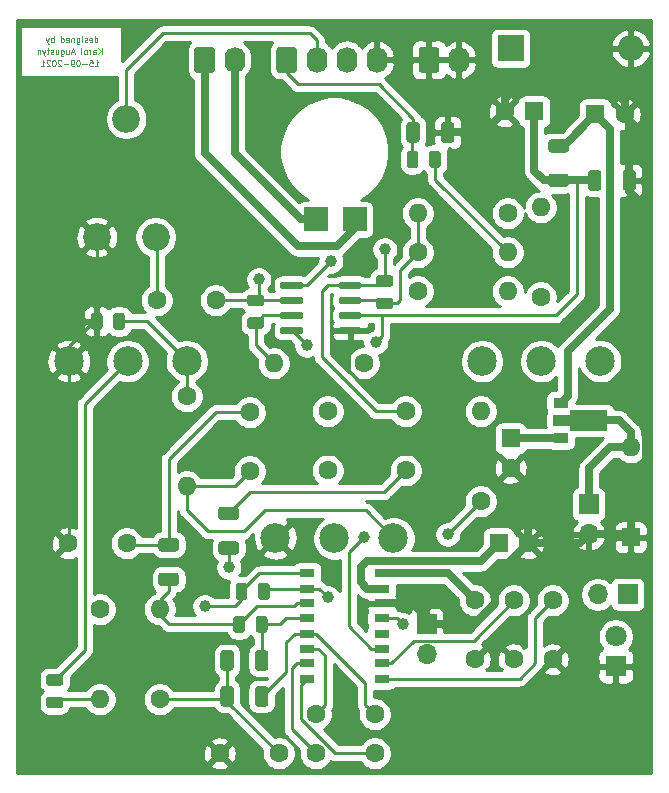
<source format=gbr>
%TF.GenerationSoftware,KiCad,Pcbnew,(5.1.9)-1*%
%TF.CreationDate,2021-09-20T18:56:34+02:00*%
%TF.ProjectId,deep blue delay,64656570-2062-46c7-9565-2064656c6179,rev?*%
%TF.SameCoordinates,Original*%
%TF.FileFunction,Copper,L2,Bot*%
%TF.FilePolarity,Positive*%
%FSLAX46Y46*%
G04 Gerber Fmt 4.6, Leading zero omitted, Abs format (unit mm)*
G04 Created by KiCad (PCBNEW (5.1.9)-1) date 2021-09-20 18:56:34*
%MOMM*%
%LPD*%
G01*
G04 APERTURE LIST*
%TA.AperFunction,NonConductor*%
%ADD10C,0.125000*%
%TD*%
%TA.AperFunction,SMDPad,CuDef*%
%ADD11R,2.000000X2.000000*%
%TD*%
%TA.AperFunction,ComponentPad*%
%ADD12C,2.340000*%
%TD*%
%TA.AperFunction,SMDPad,CuDef*%
%ADD13R,1.300000X0.800000*%
%TD*%
%TA.AperFunction,SMDPad,CuDef*%
%ADD14C,0.100000*%
%TD*%
%TA.AperFunction,SMDPad,CuDef*%
%ADD15R,1.300000X0.900000*%
%TD*%
%TA.AperFunction,ComponentPad*%
%ADD16O,1.600000X1.600000*%
%TD*%
%TA.AperFunction,ComponentPad*%
%ADD17C,1.600000*%
%TD*%
%TA.AperFunction,ComponentPad*%
%ADD18C,2.500000*%
%TD*%
%TA.AperFunction,ComponentPad*%
%ADD19O,1.740000X2.190000*%
%TD*%
%TA.AperFunction,ComponentPad*%
%ADD20O,1.700000X1.700000*%
%TD*%
%TA.AperFunction,ComponentPad*%
%ADD21R,1.700000X1.700000*%
%TD*%
%TA.AperFunction,ComponentPad*%
%ADD22C,1.800000*%
%TD*%
%TA.AperFunction,ComponentPad*%
%ADD23R,1.800000X1.800000*%
%TD*%
%TA.AperFunction,ComponentPad*%
%ADD24R,1.600000X1.600000*%
%TD*%
%TA.AperFunction,ComponentPad*%
%ADD25O,2.200000X2.200000*%
%TD*%
%TA.AperFunction,ComponentPad*%
%ADD26R,2.200000X2.200000*%
%TD*%
%TA.AperFunction,ViaPad*%
%ADD27C,1.000000*%
%TD*%
%TA.AperFunction,Conductor*%
%ADD28C,0.635000*%
%TD*%
%TA.AperFunction,Conductor*%
%ADD29C,0.254000*%
%TD*%
%TA.AperFunction,Conductor*%
%ADD30C,0.100000*%
%TD*%
G04 APERTURE END LIST*
D10*
X7222857Y60479809D02*
X7508571Y60479809D01*
X7365714Y60479809D02*
X7365714Y60979809D01*
X7413333Y60908380D01*
X7460952Y60860761D01*
X7508571Y60836952D01*
X6770476Y60979809D02*
X7008571Y60979809D01*
X7032380Y60741714D01*
X7008571Y60765523D01*
X6960952Y60789333D01*
X6841904Y60789333D01*
X6794285Y60765523D01*
X6770476Y60741714D01*
X6746666Y60694095D01*
X6746666Y60575047D01*
X6770476Y60527428D01*
X6794285Y60503619D01*
X6841904Y60479809D01*
X6960952Y60479809D01*
X7008571Y60503619D01*
X7032380Y60527428D01*
X6532380Y60670285D02*
X6151428Y60670285D01*
X5818095Y60979809D02*
X5770476Y60979809D01*
X5722857Y60956000D01*
X5699047Y60932190D01*
X5675238Y60884571D01*
X5651428Y60789333D01*
X5651428Y60670285D01*
X5675238Y60575047D01*
X5699047Y60527428D01*
X5722857Y60503619D01*
X5770476Y60479809D01*
X5818095Y60479809D01*
X5865714Y60503619D01*
X5889523Y60527428D01*
X5913333Y60575047D01*
X5937142Y60670285D01*
X5937142Y60789333D01*
X5913333Y60884571D01*
X5889523Y60932190D01*
X5865714Y60956000D01*
X5818095Y60979809D01*
X5413333Y60479809D02*
X5318095Y60479809D01*
X5270476Y60503619D01*
X5246666Y60527428D01*
X5199047Y60598857D01*
X5175238Y60694095D01*
X5175238Y60884571D01*
X5199047Y60932190D01*
X5222857Y60956000D01*
X5270476Y60979809D01*
X5365714Y60979809D01*
X5413333Y60956000D01*
X5437142Y60932190D01*
X5460952Y60884571D01*
X5460952Y60765523D01*
X5437142Y60717904D01*
X5413333Y60694095D01*
X5365714Y60670285D01*
X5270476Y60670285D01*
X5222857Y60694095D01*
X5199047Y60717904D01*
X5175238Y60765523D01*
X4960952Y60670285D02*
X4580000Y60670285D01*
X4365714Y60932190D02*
X4341904Y60956000D01*
X4294285Y60979809D01*
X4175238Y60979809D01*
X4127619Y60956000D01*
X4103809Y60932190D01*
X4080000Y60884571D01*
X4080000Y60836952D01*
X4103809Y60765523D01*
X4389523Y60479809D01*
X4080000Y60479809D01*
X3770476Y60979809D02*
X3722857Y60979809D01*
X3675238Y60956000D01*
X3651428Y60932190D01*
X3627619Y60884571D01*
X3603809Y60789333D01*
X3603809Y60670285D01*
X3627619Y60575047D01*
X3651428Y60527428D01*
X3675238Y60503619D01*
X3722857Y60479809D01*
X3770476Y60479809D01*
X3818095Y60503619D01*
X3841904Y60527428D01*
X3865714Y60575047D01*
X3889523Y60670285D01*
X3889523Y60789333D01*
X3865714Y60884571D01*
X3841904Y60932190D01*
X3818095Y60956000D01*
X3770476Y60979809D01*
X3413333Y60932190D02*
X3389523Y60956000D01*
X3341904Y60979809D01*
X3222857Y60979809D01*
X3175238Y60956000D01*
X3151428Y60932190D01*
X3127619Y60884571D01*
X3127619Y60836952D01*
X3151428Y60765523D01*
X3437142Y60479809D01*
X3127619Y60479809D01*
X2651428Y60479809D02*
X2937142Y60479809D01*
X2794285Y60479809D02*
X2794285Y60979809D01*
X2841904Y60908380D01*
X2889523Y60860761D01*
X2937142Y60836952D01*
X7794285Y61495809D02*
X7794285Y61995809D01*
X7508571Y61495809D02*
X7722857Y61781523D01*
X7508571Y61995809D02*
X7794285Y61710095D01*
X7080000Y61495809D02*
X7080000Y61757714D01*
X7103809Y61805333D01*
X7151428Y61829142D01*
X7246666Y61829142D01*
X7294285Y61805333D01*
X7080000Y61519619D02*
X7127619Y61495809D01*
X7246666Y61495809D01*
X7294285Y61519619D01*
X7318095Y61567238D01*
X7318095Y61614857D01*
X7294285Y61662476D01*
X7246666Y61686285D01*
X7127619Y61686285D01*
X7080000Y61710095D01*
X6841904Y61495809D02*
X6841904Y61829142D01*
X6841904Y61733904D02*
X6818095Y61781523D01*
X6794285Y61805333D01*
X6746666Y61829142D01*
X6699047Y61829142D01*
X6460952Y61495809D02*
X6508571Y61519619D01*
X6532380Y61543428D01*
X6556190Y61591047D01*
X6556190Y61733904D01*
X6532380Y61781523D01*
X6508571Y61805333D01*
X6460952Y61829142D01*
X6389523Y61829142D01*
X6341904Y61805333D01*
X6318095Y61781523D01*
X6294285Y61733904D01*
X6294285Y61591047D01*
X6318095Y61543428D01*
X6341904Y61519619D01*
X6389523Y61495809D01*
X6460952Y61495809D01*
X6008571Y61495809D02*
X6056190Y61519619D01*
X6080000Y61567238D01*
X6080000Y61995809D01*
X5460952Y61638666D02*
X5222857Y61638666D01*
X5508571Y61495809D02*
X5341904Y61995809D01*
X5175238Y61495809D01*
X4794285Y61829142D02*
X4794285Y61495809D01*
X5008571Y61829142D02*
X5008571Y61567238D01*
X4984761Y61519619D01*
X4937142Y61495809D01*
X4865714Y61495809D01*
X4818095Y61519619D01*
X4794285Y61543428D01*
X4341904Y61829142D02*
X4341904Y61424380D01*
X4365714Y61376761D01*
X4389523Y61352952D01*
X4437142Y61329142D01*
X4508571Y61329142D01*
X4556190Y61352952D01*
X4341904Y61519619D02*
X4389523Y61495809D01*
X4484761Y61495809D01*
X4532380Y61519619D01*
X4556190Y61543428D01*
X4580000Y61591047D01*
X4580000Y61733904D01*
X4556190Y61781523D01*
X4532380Y61805333D01*
X4484761Y61829142D01*
X4389523Y61829142D01*
X4341904Y61805333D01*
X3889523Y61829142D02*
X3889523Y61495809D01*
X4103809Y61829142D02*
X4103809Y61567238D01*
X4079999Y61519619D01*
X4032380Y61495809D01*
X3960952Y61495809D01*
X3913333Y61519619D01*
X3889523Y61543428D01*
X3675238Y61519619D02*
X3627619Y61495809D01*
X3532380Y61495809D01*
X3484761Y61519619D01*
X3460952Y61567238D01*
X3460952Y61591047D01*
X3484761Y61638666D01*
X3532380Y61662476D01*
X3603809Y61662476D01*
X3651428Y61686285D01*
X3675238Y61733904D01*
X3675238Y61757714D01*
X3651428Y61805333D01*
X3603809Y61829142D01*
X3532380Y61829142D01*
X3484761Y61805333D01*
X3318095Y61829142D02*
X3127619Y61829142D01*
X3246666Y61995809D02*
X3246666Y61567238D01*
X3222857Y61519619D01*
X3175238Y61495809D01*
X3127619Y61495809D01*
X3008571Y61829142D02*
X2889523Y61495809D01*
X2770476Y61829142D02*
X2889523Y61495809D01*
X2937142Y61376761D01*
X2960952Y61352952D01*
X3008571Y61329142D01*
X2579999Y61829142D02*
X2579999Y61495809D01*
X2579999Y61781523D02*
X2556190Y61805333D01*
X2508571Y61829142D01*
X2437142Y61829142D01*
X2389523Y61805333D01*
X2365714Y61757714D01*
X2365714Y61495809D01*
X7199047Y62511809D02*
X7199047Y63011809D01*
X7199047Y62535619D02*
X7246666Y62511809D01*
X7341904Y62511809D01*
X7389523Y62535619D01*
X7413333Y62559428D01*
X7437142Y62607047D01*
X7437142Y62749904D01*
X7413333Y62797523D01*
X7389523Y62821333D01*
X7341904Y62845142D01*
X7246666Y62845142D01*
X7199047Y62821333D01*
X6770476Y62535619D02*
X6818095Y62511809D01*
X6913333Y62511809D01*
X6960952Y62535619D01*
X6984761Y62583238D01*
X6984761Y62773714D01*
X6960952Y62821333D01*
X6913333Y62845142D01*
X6818095Y62845142D01*
X6770476Y62821333D01*
X6746666Y62773714D01*
X6746666Y62726095D01*
X6984761Y62678476D01*
X6556190Y62535619D02*
X6508571Y62511809D01*
X6413333Y62511809D01*
X6365714Y62535619D01*
X6341904Y62583238D01*
X6341904Y62607047D01*
X6365714Y62654666D01*
X6413333Y62678476D01*
X6484761Y62678476D01*
X6532380Y62702285D01*
X6556190Y62749904D01*
X6556190Y62773714D01*
X6532380Y62821333D01*
X6484761Y62845142D01*
X6413333Y62845142D01*
X6365714Y62821333D01*
X6127619Y62511809D02*
X6127619Y62845142D01*
X6127619Y63011809D02*
X6151428Y62988000D01*
X6127619Y62964190D01*
X6103809Y62988000D01*
X6127619Y63011809D01*
X6127619Y62964190D01*
X5675238Y62845142D02*
X5675238Y62440380D01*
X5699047Y62392761D01*
X5722857Y62368952D01*
X5770476Y62345142D01*
X5841904Y62345142D01*
X5889523Y62368952D01*
X5675238Y62535619D02*
X5722857Y62511809D01*
X5818095Y62511809D01*
X5865714Y62535619D01*
X5889523Y62559428D01*
X5913333Y62607047D01*
X5913333Y62749904D01*
X5889523Y62797523D01*
X5865714Y62821333D01*
X5818095Y62845142D01*
X5722857Y62845142D01*
X5675238Y62821333D01*
X5437142Y62845142D02*
X5437142Y62511809D01*
X5437142Y62797523D02*
X5413333Y62821333D01*
X5365714Y62845142D01*
X5294285Y62845142D01*
X5246666Y62821333D01*
X5222857Y62773714D01*
X5222857Y62511809D01*
X4794285Y62535619D02*
X4841904Y62511809D01*
X4937142Y62511809D01*
X4984761Y62535619D01*
X5008571Y62583238D01*
X5008571Y62773714D01*
X4984761Y62821333D01*
X4937142Y62845142D01*
X4841904Y62845142D01*
X4794285Y62821333D01*
X4770476Y62773714D01*
X4770476Y62726095D01*
X5008571Y62678476D01*
X4341904Y62511809D02*
X4341904Y63011809D01*
X4341904Y62535619D02*
X4389523Y62511809D01*
X4484761Y62511809D01*
X4532380Y62535619D01*
X4556190Y62559428D01*
X4580000Y62607047D01*
X4580000Y62749904D01*
X4556190Y62797523D01*
X4532380Y62821333D01*
X4484761Y62845142D01*
X4389523Y62845142D01*
X4341904Y62821333D01*
X3722857Y62511809D02*
X3722857Y63011809D01*
X3722857Y62821333D02*
X3675238Y62845142D01*
X3580000Y62845142D01*
X3532380Y62821333D01*
X3508571Y62797523D01*
X3484761Y62749904D01*
X3484761Y62607047D01*
X3508571Y62559428D01*
X3532380Y62535619D01*
X3580000Y62511809D01*
X3675238Y62511809D01*
X3722857Y62535619D01*
X3318095Y62845142D02*
X3199047Y62511809D01*
X3080000Y62845142D02*
X3199047Y62511809D01*
X3246666Y62392761D01*
X3270476Y62368952D01*
X3318095Y62345142D01*
D11*
%TO.P,LED+,1*%
%TO.N,/LED+*%
X29210000Y47498000D03*
%TD*%
%TO.P,LED-,1*%
%TO.N,/LED-*%
X25908000Y47498000D03*
%TD*%
D12*
%TO.P,VOL1,1*%
%TO.N,GND*%
X7366000Y46000000D03*
%TO.P,VOL1,2*%
%TO.N,/OUT*%
X9866000Y56000000D03*
%TO.P,VOL1,3*%
%TO.N,Net-(C7-Pad1)*%
X12366000Y46000000D03*
%TD*%
D13*
%TO.P,U3,16*%
%TO.N,Net-(C17-Pad1)*%
X25196000Y17526000D03*
%TO.P,U3,15*%
%TO.N,Net-(C17-Pad2)*%
X25196000Y16246000D03*
%TO.P,U3,14*%
%TO.N,Net-(C15-Pad1)*%
X25196000Y14986000D03*
%TO.P,U3,13*%
%TO.N,Net-(C15-Pad2)*%
X25196000Y13716000D03*
%TO.P,U3,12*%
%TO.N,Net-(C18-Pad1)*%
X25196000Y12436000D03*
%TO.P,U3,11*%
%TO.N,Net-(C18-Pad2)*%
X25196000Y11166000D03*
%TO.P,U3,10*%
%TO.N,Net-(C16-Pad1)*%
X25196000Y9906000D03*
%TO.P,U3,9*%
%TO.N,Net-(C16-Pad2)*%
X25196000Y8626000D03*
%TO.P,U3,8*%
%TO.N,Net-(C10-Pad1)*%
X31496000Y8626000D03*
%TO.P,U3,7*%
%TO.N,Net-(C9-Pad1)*%
X31496000Y9906000D03*
%TO.P,U3,6*%
%TO.N,Net-(DELAY1-Pad2)*%
X31496000Y11166000D03*
%TO.P,U3,5*%
%TO.N,Net-(U3-Pad5)*%
X31496000Y12436000D03*
%TO.P,U3,4*%
%TO.N,Net-(J3-Pad2)*%
X31496000Y13716000D03*
%TO.P,U3,3*%
%TO.N,GND*%
X31496000Y14986000D03*
%TO.P,U3,2*%
%TO.N,Net-(C8-Pad1)*%
X31496000Y16246000D03*
%TO.P,U3,1*%
%TO.N,VD*%
X31496000Y17526000D03*
%TD*%
%TA.AperFunction,SMDPad,CuDef*%
D14*
%TO.P,U2,2*%
%TO.N,Net-(D2-Pad2)*%
G36*
X50598500Y29613500D02*
G01*
X47473500Y29613500D01*
X47473500Y30030000D01*
X45998500Y30030000D01*
X45998500Y30930000D01*
X47473500Y30930000D01*
X47473500Y31346500D01*
X50598500Y31346500D01*
X50598500Y29613500D01*
G37*
%TD.AperFunction*%
D15*
%TO.P,U2,3*%
%TO.N,Net-(C3-Pad1)*%
X46648500Y31980000D03*
%TO.P,U2,1*%
%TO.N,VD*%
X46648500Y28980000D03*
%TD*%
%TO.P,U1,8*%
%TO.N,Net-(C3-Pad1)*%
%TA.AperFunction,SMDPad,CuDef*%
G36*
G01*
X24851000Y42060000D02*
X24851000Y41760000D01*
G75*
G02*
X24701000Y41610000I-150000J0D01*
G01*
X23051000Y41610000D01*
G75*
G02*
X22901000Y41760000I0J150000D01*
G01*
X22901000Y42060000D01*
G75*
G02*
X23051000Y42210000I150000J0D01*
G01*
X24701000Y42210000D01*
G75*
G02*
X24851000Y42060000I0J-150000D01*
G01*
G37*
%TD.AperFunction*%
%TO.P,U1,7*%
%TO.N,Net-(C6-Pad1)*%
%TA.AperFunction,SMDPad,CuDef*%
G36*
G01*
X24851000Y40790000D02*
X24851000Y40490000D01*
G75*
G02*
X24701000Y40340000I-150000J0D01*
G01*
X23051000Y40340000D01*
G75*
G02*
X22901000Y40490000I0J150000D01*
G01*
X22901000Y40790000D01*
G75*
G02*
X23051000Y40940000I150000J0D01*
G01*
X24701000Y40940000D01*
G75*
G02*
X24851000Y40790000I0J-150000D01*
G01*
G37*
%TD.AperFunction*%
%TO.P,U1,6*%
%TO.N,B*%
%TA.AperFunction,SMDPad,CuDef*%
G36*
G01*
X24851000Y39520000D02*
X24851000Y39220000D01*
G75*
G02*
X24701000Y39070000I-150000J0D01*
G01*
X23051000Y39070000D01*
G75*
G02*
X22901000Y39220000I0J150000D01*
G01*
X22901000Y39520000D01*
G75*
G02*
X23051000Y39670000I150000J0D01*
G01*
X24701000Y39670000D01*
G75*
G02*
X24851000Y39520000I0J-150000D01*
G01*
G37*
%TD.AperFunction*%
%TO.P,U1,5*%
%TO.N,BIAS*%
%TA.AperFunction,SMDPad,CuDef*%
G36*
G01*
X24851000Y38250000D02*
X24851000Y37950000D01*
G75*
G02*
X24701000Y37800000I-150000J0D01*
G01*
X23051000Y37800000D01*
G75*
G02*
X22901000Y37950000I0J150000D01*
G01*
X22901000Y38250000D01*
G75*
G02*
X23051000Y38400000I150000J0D01*
G01*
X24701000Y38400000D01*
G75*
G02*
X24851000Y38250000I0J-150000D01*
G01*
G37*
%TD.AperFunction*%
%TO.P,U1,4*%
%TO.N,GND*%
%TA.AperFunction,SMDPad,CuDef*%
G36*
G01*
X29801000Y38250000D02*
X29801000Y37950000D01*
G75*
G02*
X29651000Y37800000I-150000J0D01*
G01*
X28001000Y37800000D01*
G75*
G02*
X27851000Y37950000I0J150000D01*
G01*
X27851000Y38250000D01*
G75*
G02*
X28001000Y38400000I150000J0D01*
G01*
X29651000Y38400000D01*
G75*
G02*
X29801000Y38250000I0J-150000D01*
G01*
G37*
%TD.AperFunction*%
%TO.P,U1,3*%
%TO.N,BIAS*%
%TA.AperFunction,SMDPad,CuDef*%
G36*
G01*
X29801000Y39520000D02*
X29801000Y39220000D01*
G75*
G02*
X29651000Y39070000I-150000J0D01*
G01*
X28001000Y39070000D01*
G75*
G02*
X27851000Y39220000I0J150000D01*
G01*
X27851000Y39520000D01*
G75*
G02*
X28001000Y39670000I150000J0D01*
G01*
X29651000Y39670000D01*
G75*
G02*
X29801000Y39520000I0J-150000D01*
G01*
G37*
%TD.AperFunction*%
%TO.P,U1,2*%
%TO.N,Net-(C4-Pad2)*%
%TA.AperFunction,SMDPad,CuDef*%
G36*
G01*
X29801000Y40790000D02*
X29801000Y40490000D01*
G75*
G02*
X29651000Y40340000I-150000J0D01*
G01*
X28001000Y40340000D01*
G75*
G02*
X27851000Y40490000I0J150000D01*
G01*
X27851000Y40790000D01*
G75*
G02*
X28001000Y40940000I150000J0D01*
G01*
X29651000Y40940000D01*
G75*
G02*
X29801000Y40790000I0J-150000D01*
G01*
G37*
%TD.AperFunction*%
%TO.P,U1,1*%
%TO.N,A*%
%TA.AperFunction,SMDPad,CuDef*%
G36*
G01*
X29801000Y42060000D02*
X29801000Y41760000D01*
G75*
G02*
X29651000Y41610000I-150000J0D01*
G01*
X28001000Y41610000D01*
G75*
G02*
X27851000Y41760000I0J150000D01*
G01*
X27851000Y42060000D01*
G75*
G02*
X28001000Y42210000I150000J0D01*
G01*
X29651000Y42210000D01*
G75*
G02*
X29801000Y42060000I0J-150000D01*
G01*
G37*
%TD.AperFunction*%
%TD*%
%TO.P,R19,2*%
%TO.N,Net-(C15-Pad1)*%
%TA.AperFunction,SMDPad,CuDef*%
G36*
G01*
X12836999Y17580500D02*
X14087001Y17580500D01*
G75*
G02*
X14337000Y17330501I0J-249999D01*
G01*
X14337000Y16705499D01*
G75*
G02*
X14087001Y16455500I-249999J0D01*
G01*
X12836999Y16455500D01*
G75*
G02*
X12587000Y16705499I0J249999D01*
G01*
X12587000Y17330501D01*
G75*
G02*
X12836999Y17580500I249999J0D01*
G01*
G37*
%TD.AperFunction*%
%TO.P,R19,1*%
%TO.N,Net-(C22-Pad2)*%
%TA.AperFunction,SMDPad,CuDef*%
G36*
G01*
X12836999Y20505500D02*
X14087001Y20505500D01*
G75*
G02*
X14337000Y20255501I0J-249999D01*
G01*
X14337000Y19630499D01*
G75*
G02*
X14087001Y19380500I-249999J0D01*
G01*
X12836999Y19380500D01*
G75*
G02*
X12587000Y19630499I0J249999D01*
G01*
X12587000Y20255501D01*
G75*
G02*
X12836999Y20505500I249999J0D01*
G01*
G37*
%TD.AperFunction*%
%TD*%
%TO.P,R18,2*%
%TO.N,Net-(C15-Pad2)*%
%TA.AperFunction,SMDPad,CuDef*%
G36*
G01*
X20773500Y9534999D02*
X20773500Y10785001D01*
G75*
G02*
X21023499Y11035000I249999J0D01*
G01*
X21648501Y11035000D01*
G75*
G02*
X21898500Y10785001I0J-249999D01*
G01*
X21898500Y9534999D01*
G75*
G02*
X21648501Y9285000I-249999J0D01*
G01*
X21023499Y9285000D01*
G75*
G02*
X20773500Y9534999I0J249999D01*
G01*
G37*
%TD.AperFunction*%
%TO.P,R18,1*%
%TO.N,Net-(C21-Pad1)*%
%TA.AperFunction,SMDPad,CuDef*%
G36*
G01*
X17848500Y9534999D02*
X17848500Y10785001D01*
G75*
G02*
X18098499Y11035000I249999J0D01*
G01*
X18723501Y11035000D01*
G75*
G02*
X18973500Y10785001I0J-249999D01*
G01*
X18973500Y9534999D01*
G75*
G02*
X18723501Y9285000I-249999J0D01*
G01*
X18098499Y9285000D01*
G75*
G02*
X17848500Y9534999I0J249999D01*
G01*
G37*
%TD.AperFunction*%
%TD*%
D16*
%TO.P,R17,2*%
%TO.N,B*%
X22352000Y35306000D03*
D17*
%TO.P,R17,1*%
%TO.N,Net-(C20-Pad1)*%
X29972000Y35306000D03*
%TD*%
%TO.P,R16,2*%
%TO.N,Net-(C18-Pad1)*%
%TA.AperFunction,SMDPad,CuDef*%
G36*
G01*
X20773500Y6486999D02*
X20773500Y7737001D01*
G75*
G02*
X21023499Y7987000I249999J0D01*
G01*
X21648501Y7987000D01*
G75*
G02*
X21898500Y7737001I0J-249999D01*
G01*
X21898500Y6486999D01*
G75*
G02*
X21648501Y6237000I-249999J0D01*
G01*
X21023499Y6237000D01*
G75*
G02*
X20773500Y6486999I0J249999D01*
G01*
G37*
%TD.AperFunction*%
%TO.P,R16,1*%
%TO.N,Net-(C21-Pad1)*%
%TA.AperFunction,SMDPad,CuDef*%
G36*
G01*
X17848500Y6486999D02*
X17848500Y7737001D01*
G75*
G02*
X18098499Y7987000I249999J0D01*
G01*
X18723501Y7987000D01*
G75*
G02*
X18973500Y7737001I0J-249999D01*
G01*
X18973500Y6486999D01*
G75*
G02*
X18723501Y6237000I-249999J0D01*
G01*
X18098499Y6237000D01*
G75*
G02*
X17848500Y6486999I0J249999D01*
G01*
G37*
%TD.AperFunction*%
%TD*%
D16*
%TO.P,R15,2*%
%TO.N,Net-(C15-Pad1)*%
X12700000Y14478000D03*
D17*
%TO.P,R15,1*%
%TO.N,Net-(C21-Pad1)*%
X12700000Y6858000D03*
%TD*%
D16*
%TO.P,R13,2*%
%TO.N,Net-(C19-Pad2)*%
X7620000Y6858000D03*
D17*
%TO.P,R13,1*%
%TO.N,Net-(C14-Pad1)*%
X7620000Y14478000D03*
%TD*%
D16*
%TO.P,R11,2*%
%TO.N,Net-(C22-Pad1)*%
X14986000Y24892000D03*
D17*
%TO.P,R11,1*%
%TO.N,Net-(C12-Pad1)*%
X14986000Y32512000D03*
%TD*%
%TO.P,R10,2*%
%TO.N,Net-(C13-Pad2)*%
%TA.AperFunction,SMDPad,CuDef*%
G36*
G01*
X19167001Y22043500D02*
X17916999Y22043500D01*
G75*
G02*
X17667000Y22293499I0J249999D01*
G01*
X17667000Y22918501D01*
G75*
G02*
X17916999Y23168500I249999J0D01*
G01*
X19167001Y23168500D01*
G75*
G02*
X19417000Y22918501I0J-249999D01*
G01*
X19417000Y22293499D01*
G75*
G02*
X19167001Y22043500I-249999J0D01*
G01*
G37*
%TD.AperFunction*%
%TO.P,R10,1*%
%TO.N,Net-(C14-Pad1)*%
%TA.AperFunction,SMDPad,CuDef*%
G36*
G01*
X19167001Y19118500D02*
X17916999Y19118500D01*
G75*
G02*
X17667000Y19368499I0J249999D01*
G01*
X17667000Y19993501D01*
G75*
G02*
X17916999Y20243500I249999J0D01*
G01*
X19167001Y20243500D01*
G75*
G02*
X19417000Y19993501I0J-249999D01*
G01*
X19417000Y19368499D01*
G75*
G02*
X19167001Y19118500I-249999J0D01*
G01*
G37*
%TD.AperFunction*%
%TD*%
D16*
%TO.P,R9,2*%
%TO.N,Net-(DELAY1-Pad1)*%
X39878000Y31242000D03*
D17*
%TO.P,R9,1*%
%TO.N,Net-(J3-Pad2)*%
X39878000Y23622000D03*
%TD*%
D16*
%TO.P,R8,2*%
%TO.N,B*%
X42164000Y41402000D03*
D17*
%TO.P,R8,1*%
%TO.N,Net-(C6-Pad1)*%
X34544000Y41402000D03*
%TD*%
D16*
%TO.P,R7,2*%
%TO.N,A*%
X44958000Y48514000D03*
D17*
%TO.P,R7,1*%
%TO.N,B*%
X44958000Y40894000D03*
%TD*%
D16*
%TO.P,R5,2*%
%TO.N,Net-(C4-Pad2)*%
X34544000Y48006000D03*
D17*
%TO.P,R5,1*%
%TO.N,A*%
X42164000Y48006000D03*
%TD*%
D16*
%TO.P,R4,2*%
%TO.N,Net-(C2-Pad1)*%
X42164000Y44704000D03*
D17*
%TO.P,R4,1*%
%TO.N,Net-(C4-Pad2)*%
X34544000Y44704000D03*
%TD*%
%TO.P,R3,2*%
%TO.N,BIAS*%
%TA.AperFunction,SMDPad,CuDef*%
G36*
G01*
X45856999Y51362500D02*
X47107001Y51362500D01*
G75*
G02*
X47357000Y51112501I0J-249999D01*
G01*
X47357000Y50487499D01*
G75*
G02*
X47107001Y50237500I-249999J0D01*
G01*
X45856999Y50237500D01*
G75*
G02*
X45607000Y50487499I0J249999D01*
G01*
X45607000Y51112501D01*
G75*
G02*
X45856999Y51362500I249999J0D01*
G01*
G37*
%TD.AperFunction*%
%TO.P,R3,1*%
%TO.N,Net-(C3-Pad1)*%
%TA.AperFunction,SMDPad,CuDef*%
G36*
G01*
X45856999Y54287500D02*
X47107001Y54287500D01*
G75*
G02*
X47357000Y54037501I0J-249999D01*
G01*
X47357000Y53412499D01*
G75*
G02*
X47107001Y53162500I-249999J0D01*
G01*
X45856999Y53162500D01*
G75*
G02*
X45607000Y53412499I0J249999D01*
G01*
X45607000Y54037501D01*
G75*
G02*
X45856999Y54287500I249999J0D01*
G01*
G37*
%TD.AperFunction*%
%TD*%
%TO.P,R2,2*%
%TO.N,GND*%
%TA.AperFunction,SMDPad,CuDef*%
G36*
G01*
X51892500Y50174999D02*
X51892500Y51425001D01*
G75*
G02*
X52142499Y51675000I249999J0D01*
G01*
X52767501Y51675000D01*
G75*
G02*
X53017500Y51425001I0J-249999D01*
G01*
X53017500Y50174999D01*
G75*
G02*
X52767501Y49925000I-249999J0D01*
G01*
X52142499Y49925000D01*
G75*
G02*
X51892500Y50174999I0J249999D01*
G01*
G37*
%TD.AperFunction*%
%TO.P,R2,1*%
%TO.N,BIAS*%
%TA.AperFunction,SMDPad,CuDef*%
G36*
G01*
X48967500Y50174999D02*
X48967500Y51425001D01*
G75*
G02*
X49217499Y51675000I249999J0D01*
G01*
X49842501Y51675000D01*
G75*
G02*
X50092500Y51425001I0J-249999D01*
G01*
X50092500Y50174999D01*
G75*
G02*
X49842501Y49925000I-249999J0D01*
G01*
X49217499Y49925000D01*
G75*
G02*
X48967500Y50174999I0J249999D01*
G01*
G37*
%TD.AperFunction*%
%TD*%
%TO.P,R1,2*%
%TO.N,GND*%
%TA.AperFunction,SMDPad,CuDef*%
G36*
G01*
X36521500Y54238999D02*
X36521500Y55489001D01*
G75*
G02*
X36771499Y55739000I249999J0D01*
G01*
X37396501Y55739000D01*
G75*
G02*
X37646500Y55489001I0J-249999D01*
G01*
X37646500Y54238999D01*
G75*
G02*
X37396501Y53989000I-249999J0D01*
G01*
X36771499Y53989000D01*
G75*
G02*
X36521500Y54238999I0J249999D01*
G01*
G37*
%TD.AperFunction*%
%TO.P,R1,1*%
%TO.N,/IN*%
%TA.AperFunction,SMDPad,CuDef*%
G36*
G01*
X33596500Y54238999D02*
X33596500Y55489001D01*
G75*
G02*
X33846499Y55739000I249999J0D01*
G01*
X34471501Y55739000D01*
G75*
G02*
X34721500Y55489001I0J-249999D01*
G01*
X34721500Y54238999D01*
G75*
G02*
X34471501Y53989000I-249999J0D01*
G01*
X33846499Y53989000D01*
G75*
G02*
X33596500Y54238999I0J249999D01*
G01*
G37*
%TD.AperFunction*%
%TD*%
D18*
%TO.P,MIX1,3*%
%TO.N,Net-(C22-Pad1)*%
X32500000Y20500000D03*
%TO.P,MIX1,2*%
%TO.N,Net-(C20-Pad2)*%
X27500000Y20500000D03*
%TO.P,MIX1,1*%
%TO.N,GND*%
X22500000Y20500000D03*
%TD*%
D19*
%TO.P,LED1,2*%
%TO.N,/LED-*%
X19040000Y61000000D03*
%TO.P,LED1,1*%
%TO.N,/LED+*%
%TA.AperFunction,ComponentPad*%
G36*
G01*
X15630000Y60154999D02*
X15630000Y61845001D01*
G75*
G02*
X15879999Y62095000I249999J0D01*
G01*
X17120001Y62095000D01*
G75*
G02*
X17370000Y61845001I0J-249999D01*
G01*
X17370000Y60154999D01*
G75*
G02*
X17120001Y59905000I-249999J0D01*
G01*
X15879999Y59905000D01*
G75*
G02*
X15630000Y60154999I0J249999D01*
G01*
G37*
%TD.AperFunction*%
%TD*%
D20*
%TO.P,J4,2*%
%TO.N,Net-(C9-Pad1)*%
X49784000Y15748000D03*
D21*
%TO.P,J4,1*%
%TO.N,Net-(D3-Pad2)*%
X52324000Y15748000D03*
%TD*%
D20*
%TO.P,J3,2*%
%TO.N,Net-(J3-Pad2)*%
X35306000Y10668000D03*
D21*
%TO.P,J3,1*%
%TO.N,GND*%
X35306000Y13208000D03*
%TD*%
D20*
%TO.P,J2,2*%
%TO.N,GND*%
X49022000Y20828000D03*
D21*
%TO.P,J2,1*%
%TO.N,Net-(D2-Pad2)*%
X49022000Y23368000D03*
%TD*%
D19*
%TO.P,J1,4*%
%TO.N,GND*%
X31080000Y61000000D03*
%TO.P,J1,3*%
%TO.N,+VDC*%
X28540000Y61000000D03*
%TO.P,J1,2*%
%TO.N,/OUT*%
X26000000Y61000000D03*
%TO.P,J1,1*%
%TO.N,/IN*%
%TA.AperFunction,ComponentPad*%
G36*
G01*
X22590000Y60154999D02*
X22590000Y61845001D01*
G75*
G02*
X22839999Y62095000I249999J0D01*
G01*
X24080001Y62095000D01*
G75*
G02*
X24330000Y61845001I0J-249999D01*
G01*
X24330000Y60154999D01*
G75*
G02*
X24080001Y59905000I-249999J0D01*
G01*
X22839999Y59905000D01*
G75*
G02*
X22590000Y60154999I0J249999D01*
G01*
G37*
%TD.AperFunction*%
%TD*%
%TO.P,GND1,2*%
%TO.N,GND*%
X38040000Y61000000D03*
%TO.P,GND1,1*%
%TA.AperFunction,ComponentPad*%
G36*
G01*
X34630000Y60154999D02*
X34630000Y61845001D01*
G75*
G02*
X34879999Y62095000I249999J0D01*
G01*
X36120001Y62095000D01*
G75*
G02*
X36370000Y61845001I0J-249999D01*
G01*
X36370000Y60154999D01*
G75*
G02*
X36120001Y59905000I-249999J0D01*
G01*
X34879999Y59905000D01*
G75*
G02*
X34630000Y60154999I0J249999D01*
G01*
G37*
%TD.AperFunction*%
%TD*%
D18*
%TO.P,FEEDBACK1,3*%
%TO.N,Net-(C12-Pad1)*%
X15000000Y35500000D03*
%TO.P,FEEDBACK1,2*%
%TO.N,Net-(C19-Pad1)*%
X10000000Y35500000D03*
%TO.P,FEEDBACK1,1*%
%TO.N,GND*%
X5000000Y35500000D03*
%TD*%
%TO.P,DELAY1,3*%
%TO.N,Net-(DELAY1-Pad2)*%
X50000000Y35500000D03*
%TO.P,DELAY1,2*%
X45000000Y35500000D03*
%TO.P,DELAY1,1*%
%TO.N,Net-(DELAY1-Pad1)*%
X40000000Y35500000D03*
%TD*%
D22*
%TO.P,D3,2*%
%TO.N,Net-(D3-Pad2)*%
X51308000Y12192000D03*
D23*
%TO.P,D3,1*%
%TO.N,GND*%
X51308000Y9652000D03*
%TD*%
D16*
%TO.P,D2,2*%
%TO.N,Net-(D2-Pad2)*%
X52578000Y28194000D03*
D24*
%TO.P,D2,1*%
%TO.N,GND*%
X52578000Y20574000D03*
%TD*%
D25*
%TO.P,D1,2*%
%TO.N,GND*%
X52578000Y61976000D03*
D26*
%TO.P,D1,1*%
%TO.N,Net-(C3-Pad1)*%
X42418000Y61976000D03*
%TD*%
D17*
%TO.P,C23,2*%
%TO.N,Net-(C22-Pad2)*%
X9906000Y20066000D03*
%TO.P,C23,1*%
%TO.N,GND*%
X4906000Y20066000D03*
%TD*%
%TO.P,C22,2*%
%TO.N,Net-(C22-Pad2)*%
X20320000Y31162000D03*
%TO.P,C22,1*%
%TO.N,Net-(C22-Pad1)*%
X20320000Y26162000D03*
%TD*%
%TO.P,C21,2*%
%TO.N,GND*%
X17780000Y2286000D03*
%TO.P,C21,1*%
%TO.N,Net-(C21-Pad1)*%
X22780000Y2286000D03*
%TD*%
%TO.P,C20,2*%
%TO.N,Net-(C20-Pad2)*%
X26924000Y26242000D03*
%TO.P,C20,1*%
%TO.N,Net-(C20-Pad1)*%
X26924000Y31242000D03*
%TD*%
%TO.P,C19,2*%
%TO.N,Net-(C19-Pad2)*%
%TA.AperFunction,SMDPad,CuDef*%
G36*
G01*
X3335000Y7104000D02*
X4285000Y7104000D01*
G75*
G02*
X4535000Y6854000I0J-250000D01*
G01*
X4535000Y6354000D01*
G75*
G02*
X4285000Y6104000I-250000J0D01*
G01*
X3335000Y6104000D01*
G75*
G02*
X3085000Y6354000I0J250000D01*
G01*
X3085000Y6854000D01*
G75*
G02*
X3335000Y7104000I250000J0D01*
G01*
G37*
%TD.AperFunction*%
%TO.P,C19,1*%
%TO.N,Net-(C19-Pad1)*%
%TA.AperFunction,SMDPad,CuDef*%
G36*
G01*
X3335000Y9004000D02*
X4285000Y9004000D01*
G75*
G02*
X4535000Y8754000I0J-250000D01*
G01*
X4535000Y8254000D01*
G75*
G02*
X4285000Y8004000I-250000J0D01*
G01*
X3335000Y8004000D01*
G75*
G02*
X3085000Y8254000I0J250000D01*
G01*
X3085000Y8754000D01*
G75*
G02*
X3335000Y9004000I250000J0D01*
G01*
G37*
%TD.AperFunction*%
%TD*%
%TO.P,C18,2*%
%TO.N,Net-(C18-Pad2)*%
X25908000Y5588000D03*
%TO.P,C18,1*%
%TO.N,Net-(C18-Pad1)*%
X30908000Y5588000D03*
%TD*%
%TO.P,C17,2*%
%TO.N,Net-(C17-Pad2)*%
%TA.AperFunction,SMDPad,CuDef*%
G36*
G01*
X21024000Y15527000D02*
X21024000Y16477000D01*
G75*
G02*
X21274000Y16727000I250000J0D01*
G01*
X21774000Y16727000D01*
G75*
G02*
X22024000Y16477000I0J-250000D01*
G01*
X22024000Y15527000D01*
G75*
G02*
X21774000Y15277000I-250000J0D01*
G01*
X21274000Y15277000D01*
G75*
G02*
X21024000Y15527000I0J250000D01*
G01*
G37*
%TD.AperFunction*%
%TO.P,C17,1*%
%TO.N,Net-(C17-Pad1)*%
%TA.AperFunction,SMDPad,CuDef*%
G36*
G01*
X19124000Y15527000D02*
X19124000Y16477000D01*
G75*
G02*
X19374000Y16727000I250000J0D01*
G01*
X19874000Y16727000D01*
G75*
G02*
X20124000Y16477000I0J-250000D01*
G01*
X20124000Y15527000D01*
G75*
G02*
X19874000Y15277000I-250000J0D01*
G01*
X19374000Y15277000D01*
G75*
G02*
X19124000Y15527000I0J250000D01*
G01*
G37*
%TD.AperFunction*%
%TD*%
%TO.P,C16,2*%
%TO.N,Net-(C16-Pad2)*%
X30908000Y2286000D03*
%TO.P,C16,1*%
%TO.N,Net-(C16-Pad1)*%
X25908000Y2286000D03*
%TD*%
%TO.P,C15,2*%
%TO.N,Net-(C15-Pad2)*%
%TA.AperFunction,SMDPad,CuDef*%
G36*
G01*
X20836000Y12733000D02*
X20836000Y13683000D01*
G75*
G02*
X21086000Y13933000I250000J0D01*
G01*
X21586000Y13933000D01*
G75*
G02*
X21836000Y13683000I0J-250000D01*
G01*
X21836000Y12733000D01*
G75*
G02*
X21586000Y12483000I-250000J0D01*
G01*
X21086000Y12483000D01*
G75*
G02*
X20836000Y12733000I0J250000D01*
G01*
G37*
%TD.AperFunction*%
%TO.P,C15,1*%
%TO.N,Net-(C15-Pad1)*%
%TA.AperFunction,SMDPad,CuDef*%
G36*
G01*
X18936000Y12733000D02*
X18936000Y13683000D01*
G75*
G02*
X19186000Y13933000I250000J0D01*
G01*
X19686000Y13933000D01*
G75*
G02*
X19936000Y13683000I0J-250000D01*
G01*
X19936000Y12733000D01*
G75*
G02*
X19686000Y12483000I-250000J0D01*
G01*
X19186000Y12483000D01*
G75*
G02*
X18936000Y12733000I0J250000D01*
G01*
G37*
%TD.AperFunction*%
%TD*%
%TO.P,C13,2*%
%TO.N,Net-(C13-Pad2)*%
X33528000Y26242000D03*
%TO.P,C13,1*%
%TO.N,A*%
X33528000Y31242000D03*
%TD*%
%TO.P,C12,2*%
%TO.N,GND*%
%TA.AperFunction,SMDPad,CuDef*%
G36*
G01*
X7866000Y39337000D02*
X7866000Y38387000D01*
G75*
G02*
X7616000Y38137000I-250000J0D01*
G01*
X7116000Y38137000D01*
G75*
G02*
X6866000Y38387000I0J250000D01*
G01*
X6866000Y39337000D01*
G75*
G02*
X7116000Y39587000I250000J0D01*
G01*
X7616000Y39587000D01*
G75*
G02*
X7866000Y39337000I0J-250000D01*
G01*
G37*
%TD.AperFunction*%
%TO.P,C12,1*%
%TO.N,Net-(C12-Pad1)*%
%TA.AperFunction,SMDPad,CuDef*%
G36*
G01*
X9766000Y39337000D02*
X9766000Y38387000D01*
G75*
G02*
X9516000Y38137000I-250000J0D01*
G01*
X9016000Y38137000D01*
G75*
G02*
X8766000Y38387000I0J250000D01*
G01*
X8766000Y39337000D01*
G75*
G02*
X9016000Y39587000I250000J0D01*
G01*
X9516000Y39587000D01*
G75*
G02*
X9766000Y39337000I0J-250000D01*
G01*
G37*
%TD.AperFunction*%
%TD*%
%TO.P,C11,2*%
%TO.N,GND*%
X39370000Y10240000D03*
%TO.P,C11,1*%
%TO.N,VD*%
X39370000Y15240000D03*
%TD*%
%TO.P,C10,2*%
%TO.N,GND*%
X45974000Y10240000D03*
%TO.P,C10,1*%
%TO.N,Net-(C10-Pad1)*%
X45974000Y15240000D03*
%TD*%
%TO.P,C9,2*%
%TO.N,GND*%
X42672000Y10240000D03*
%TO.P,C9,1*%
%TO.N,Net-(C9-Pad1)*%
X42672000Y15240000D03*
%TD*%
%TO.P,C8,2*%
%TO.N,GND*%
X43902000Y20066000D03*
D24*
%TO.P,C8,1*%
%TO.N,Net-(C8-Pad1)*%
X41402000Y20066000D03*
%TD*%
D17*
%TO.P,C7,2*%
%TO.N,Net-(C6-Pad1)*%
X17446000Y40640000D03*
%TO.P,C7,1*%
%TO.N,Net-(C7-Pad1)*%
X12446000Y40640000D03*
%TD*%
%TO.P,C6,2*%
%TO.N,B*%
%TA.AperFunction,SMDPad,CuDef*%
G36*
G01*
X20353000Y39240000D02*
X21303000Y39240000D01*
G75*
G02*
X21553000Y38990000I0J-250000D01*
G01*
X21553000Y38490000D01*
G75*
G02*
X21303000Y38240000I-250000J0D01*
G01*
X20353000Y38240000D01*
G75*
G02*
X20103000Y38490000I0J250000D01*
G01*
X20103000Y38990000D01*
G75*
G02*
X20353000Y39240000I250000J0D01*
G01*
G37*
%TD.AperFunction*%
%TO.P,C6,1*%
%TO.N,Net-(C6-Pad1)*%
%TA.AperFunction,SMDPad,CuDef*%
G36*
G01*
X20353000Y41140000D02*
X21303000Y41140000D01*
G75*
G02*
X21553000Y40890000I0J-250000D01*
G01*
X21553000Y40390000D01*
G75*
G02*
X21303000Y40140000I-250000J0D01*
G01*
X20353000Y40140000D01*
G75*
G02*
X20103000Y40390000I0J250000D01*
G01*
X20103000Y40890000D01*
G75*
G02*
X20353000Y41140000I250000J0D01*
G01*
G37*
%TD.AperFunction*%
%TD*%
%TO.P,C5,2*%
%TO.N,GND*%
X42418000Y26456000D03*
D24*
%TO.P,C5,1*%
%TO.N,VD*%
X42418000Y28956000D03*
%TD*%
%TO.P,C4,2*%
%TO.N,Net-(C4-Pad2)*%
%TA.AperFunction,SMDPad,CuDef*%
G36*
G01*
X31275000Y40886000D02*
X32225000Y40886000D01*
G75*
G02*
X32475000Y40636000I0J-250000D01*
G01*
X32475000Y40136000D01*
G75*
G02*
X32225000Y39886000I-250000J0D01*
G01*
X31275000Y39886000D01*
G75*
G02*
X31025000Y40136000I0J250000D01*
G01*
X31025000Y40636000D01*
G75*
G02*
X31275000Y40886000I250000J0D01*
G01*
G37*
%TD.AperFunction*%
%TO.P,C4,1*%
%TO.N,A*%
%TA.AperFunction,SMDPad,CuDef*%
G36*
G01*
X31275000Y42786000D02*
X32225000Y42786000D01*
G75*
G02*
X32475000Y42536000I0J-250000D01*
G01*
X32475000Y42036000D01*
G75*
G02*
X32225000Y41786000I-250000J0D01*
G01*
X31275000Y41786000D01*
G75*
G02*
X31025000Y42036000I0J250000D01*
G01*
X31025000Y42536000D01*
G75*
G02*
X31275000Y42786000I250000J0D01*
G01*
G37*
%TD.AperFunction*%
%TD*%
D17*
%TO.P,C3,2*%
%TO.N,GND*%
X52070000Y56388000D03*
D24*
%TO.P,C3,1*%
%TO.N,Net-(C3-Pad1)*%
X49570000Y56388000D03*
%TD*%
%TO.P,C2,2*%
%TO.N,/IN*%
%TA.AperFunction,SMDPad,CuDef*%
G36*
G01*
X34602000Y53053000D02*
X34602000Y52103000D01*
G75*
G02*
X34352000Y51853000I-250000J0D01*
G01*
X33852000Y51853000D01*
G75*
G02*
X33602000Y52103000I0J250000D01*
G01*
X33602000Y53053000D01*
G75*
G02*
X33852000Y53303000I250000J0D01*
G01*
X34352000Y53303000D01*
G75*
G02*
X34602000Y53053000I0J-250000D01*
G01*
G37*
%TD.AperFunction*%
%TO.P,C2,1*%
%TO.N,Net-(C2-Pad1)*%
%TA.AperFunction,SMDPad,CuDef*%
G36*
G01*
X36502000Y53053000D02*
X36502000Y52103000D01*
G75*
G02*
X36252000Y51853000I-250000J0D01*
G01*
X35752000Y51853000D01*
G75*
G02*
X35502000Y52103000I0J250000D01*
G01*
X35502000Y53053000D01*
G75*
G02*
X35752000Y53303000I250000J0D01*
G01*
X36252000Y53303000D01*
G75*
G02*
X36502000Y53053000I0J-250000D01*
G01*
G37*
%TD.AperFunction*%
%TD*%
D17*
%TO.P,C1,2*%
%TO.N,GND*%
X41910000Y56642000D03*
D24*
%TO.P,C1,1*%
%TO.N,BIAS*%
X44410000Y56642000D03*
%TD*%
D27*
%TO.N,BIAS*%
X25146000Y36830000D03*
X30988000Y37084000D03*
%TO.N,Net-(C3-Pad1)*%
X27178000Y43942000D03*
%TO.N,A*%
X31750000Y44958000D03*
%TO.N,Net-(C6-Pad1)*%
X21082000Y42418000D03*
%TO.N,Net-(C14-Pad1)*%
X18542000Y18034000D03*
%TO.N,Net-(C17-Pad2)*%
X26924000Y15494000D03*
%TO.N,Net-(C17-Pad1)*%
X16510000Y14732000D03*
%TO.N,Net-(DELAY1-Pad2)*%
X29972000Y20574000D03*
%TO.N,Net-(J3-Pad2)*%
X33274000Y13208000D03*
X37084000Y20828000D03*
%TD*%
D28*
%TO.N,GND*%
X52455000Y56003000D02*
X52070000Y56388000D01*
X52455000Y50800000D02*
X52455000Y56003000D01*
X40132000Y54864000D02*
X41910000Y56642000D01*
X37084000Y54864000D02*
X40132000Y54864000D01*
X52324000Y20828000D02*
X52578000Y20574000D01*
X49022000Y20828000D02*
X52324000Y20828000D01*
X48260000Y20066000D02*
X49022000Y20828000D01*
X43902000Y20066000D02*
X48260000Y20066000D01*
X43902000Y24972000D02*
X42418000Y26456000D01*
X43902000Y20066000D02*
X43902000Y24972000D01*
X41910000Y56642000D02*
X41910000Y57658000D01*
X41910000Y57658000D02*
X43180000Y58928000D01*
X43180000Y58928000D02*
X50546000Y58928000D01*
X52070000Y57404000D02*
X52070000Y56388000D01*
X50546000Y58928000D02*
X52070000Y57404000D01*
D29*
X7366000Y46000000D02*
X7366000Y39116000D01*
X5000000Y36750000D02*
X5000000Y35500000D01*
X7366000Y39116000D02*
X5000000Y36750000D01*
D28*
X31496000Y14986000D02*
X34036000Y14986000D01*
X35306000Y13716000D02*
X35306000Y13208000D01*
X34036000Y14986000D02*
X35306000Y13716000D01*
D29*
X5000000Y20160000D02*
X4906000Y20066000D01*
X5000000Y35500000D02*
X5000000Y20160000D01*
X28702000Y37976000D02*
X28826000Y38100000D01*
X28702000Y34678066D02*
X28702000Y37976000D01*
X29598066Y33782000D02*
X28702000Y34678066D01*
X35092000Y33782000D02*
X29598066Y33782000D01*
X42418000Y26456000D02*
X35092000Y33782000D01*
D28*
X52578000Y20574000D02*
X52578000Y25400000D01*
X53895501Y26717501D02*
X53895501Y48466499D01*
X52578000Y25400000D02*
X53895501Y26717501D01*
X52455000Y49907000D02*
X52455000Y50800000D01*
X53895501Y48466499D02*
X52455000Y49907000D01*
X39287902Y13208000D02*
X41065902Y14986000D01*
X35306000Y13208000D02*
X39287902Y13208000D01*
X41065902Y17229902D02*
X43902000Y20066000D01*
X41065902Y14986000D02*
X41065902Y17229902D01*
%TO.N,BIAS*%
X46482000Y50800000D02*
X45212000Y50800000D01*
X44410000Y51602000D02*
X44410000Y56642000D01*
X45212000Y50800000D02*
X44410000Y51602000D01*
D29*
X48006000Y41148000D02*
X48006000Y50800000D01*
X46228000Y39370000D02*
X48006000Y41148000D01*
D28*
X48006000Y50800000D02*
X46482000Y50800000D01*
X49530000Y50800000D02*
X48006000Y50800000D01*
D29*
X23876000Y38100000D02*
X25146000Y36830000D01*
X31496000Y37592000D02*
X31496000Y39370000D01*
X30988000Y37084000D02*
X31496000Y37592000D01*
X31496000Y39370000D02*
X46228000Y39370000D01*
X28826000Y39370000D02*
X31496000Y39370000D01*
%TO.N,/IN*%
X23460000Y61000000D02*
X23460000Y59852000D01*
X23460000Y59852000D02*
X24384000Y58928000D01*
X24384000Y58928000D02*
X31242000Y58928000D01*
X34159000Y56011000D02*
X34159000Y54864000D01*
X31242000Y58928000D02*
X34159000Y56011000D01*
X34102000Y54807000D02*
X34159000Y54864000D01*
X34102000Y52578000D02*
X34102000Y54807000D01*
%TO.N,Net-(C2-Pad1)*%
X36002000Y50866000D02*
X42164000Y44704000D01*
X36002000Y52578000D02*
X36002000Y50866000D01*
D28*
%TO.N,Net-(C3-Pad1)*%
X46907000Y53725000D02*
X49570000Y56388000D01*
X46482000Y53725000D02*
X46907000Y53725000D01*
X50800000Y55158000D02*
X49570000Y56388000D01*
X50800000Y39878000D02*
X50800000Y55158000D01*
X47244000Y32575500D02*
X47244000Y36322000D01*
X47244000Y36322000D02*
X50800000Y39878000D01*
X46648500Y31980000D02*
X47244000Y32575500D01*
D29*
X25146000Y41910000D02*
X23876000Y41910000D01*
X27178000Y43942000D02*
X25146000Y41910000D01*
%TO.N,Net-(C4-Pad2)*%
X34544000Y44704000D02*
X34544000Y48006000D01*
X34544000Y44704000D02*
X33020000Y43180000D01*
X33020000Y43180000D02*
X33020000Y40640000D01*
X32766000Y40386000D02*
X31750000Y40386000D01*
X33020000Y40640000D02*
X32766000Y40386000D01*
X31496000Y40640000D02*
X28826000Y40640000D01*
X31750000Y40386000D02*
X31496000Y40640000D01*
%TO.N,A*%
X31374000Y41910000D02*
X31750000Y42286000D01*
X28826000Y41910000D02*
X31374000Y41910000D01*
X31750000Y42286000D02*
X31750000Y44958000D01*
X26924000Y41910000D02*
X28826000Y41910000D01*
X26416000Y41402000D02*
X26924000Y41910000D01*
X26416000Y35814000D02*
X26416000Y41402000D01*
X30988000Y31242000D02*
X26416000Y35814000D01*
X33528000Y31242000D02*
X30988000Y31242000D01*
D28*
%TO.N,VD*%
X46624500Y28956000D02*
X46648500Y28980000D01*
X42418000Y28956000D02*
X46624500Y28956000D01*
X37084000Y17526000D02*
X39370000Y15240000D01*
X31496000Y17526000D02*
X37084000Y17526000D01*
D29*
%TO.N,B*%
X22352000Y35306000D02*
X20828000Y36830000D01*
X20828000Y36830000D02*
X20828000Y38740000D01*
X21458000Y39370000D02*
X20828000Y38740000D01*
X23876000Y39370000D02*
X21458000Y39370000D01*
%TO.N,Net-(C6-Pad1)*%
X21082000Y40894000D02*
X20828000Y40640000D01*
X21082000Y42418000D02*
X21082000Y40894000D01*
X23876000Y40640000D02*
X20828000Y40640000D01*
X20828000Y40640000D02*
X17446000Y40640000D01*
%TO.N,Net-(C7-Pad1)*%
X12446000Y45920000D02*
X12366000Y46000000D01*
X12446000Y40640000D02*
X12446000Y45920000D01*
D28*
%TO.N,Net-(C8-Pad1)*%
X31496000Y16246000D02*
X30236000Y16246000D01*
X30236000Y16246000D02*
X29718000Y16764000D01*
X29718000Y16764000D02*
X29718000Y18034000D01*
X29718000Y18034000D02*
X30226000Y18542000D01*
X39878000Y18542000D02*
X41402000Y20066000D01*
X30226000Y18542000D02*
X39878000Y18542000D01*
D29*
%TO.N,Net-(C9-Pad1)*%
X31496000Y9906000D02*
X32258000Y9906000D01*
X34197001Y11845001D02*
X39277001Y11845001D01*
X39277001Y11845001D02*
X42672000Y15240000D01*
X32258000Y9906000D02*
X34197001Y11845001D01*
%TO.N,Net-(C10-Pad1)*%
X44450000Y13716000D02*
X45974000Y15240000D01*
X44450000Y9906000D02*
X44450000Y13716000D01*
X43170000Y8626000D02*
X44450000Y9906000D01*
X31496000Y8626000D02*
X43170000Y8626000D01*
%TO.N,Net-(C12-Pad1)*%
X15000000Y35500000D02*
X11638000Y38862000D01*
X11638000Y38862000D02*
X9266000Y38862000D01*
X14986000Y35486000D02*
X15000000Y35500000D01*
X14986000Y32512000D02*
X14986000Y35486000D01*
%TO.N,Net-(C13-Pad2)*%
X31670000Y24384000D02*
X33528000Y26242000D01*
X20320000Y24384000D02*
X31670000Y24384000D01*
X18542000Y22606000D02*
X20320000Y24384000D01*
%TO.N,Net-(C14-Pad1)*%
X18542000Y19681000D02*
X18542000Y18034000D01*
%TO.N,Net-(C15-Pad2)*%
X21336000Y13208000D02*
X22860000Y13208000D01*
X23368000Y13716000D02*
X25196000Y13716000D01*
X22860000Y13208000D02*
X23368000Y13716000D01*
X21336000Y10160000D02*
X21336000Y13208000D01*
%TO.N,Net-(C15-Pad1)*%
X24292000Y14986000D02*
X25196000Y14986000D01*
X24038000Y14732000D02*
X24292000Y14986000D01*
X20960000Y14732000D02*
X24038000Y14732000D01*
X19436000Y13208000D02*
X20960000Y14732000D01*
X19436000Y13208000D02*
X13462000Y13208000D01*
X12700000Y13970000D02*
X12700000Y14478000D01*
X13462000Y13208000D02*
X12700000Y13970000D01*
X12700000Y14478000D02*
X12700000Y15240000D01*
X13462000Y16002000D02*
X13462000Y17018000D01*
X12700000Y15240000D02*
X13462000Y16002000D01*
%TO.N,Net-(C16-Pad2)*%
X24638000Y8068000D02*
X25196000Y8626000D01*
X24638000Y5190038D02*
X24638000Y8068000D01*
X27542038Y2286000D02*
X24638000Y5190038D01*
X30908000Y2286000D02*
X27542038Y2286000D01*
%TO.N,Net-(C16-Pad1)*%
X24292000Y9906000D02*
X25196000Y9906000D01*
X23876000Y9490000D02*
X24292000Y9906000D01*
X23876000Y4318000D02*
X23876000Y9490000D01*
X25908000Y2286000D02*
X23876000Y4318000D01*
%TO.N,Net-(C17-Pad2)*%
X21768000Y16246000D02*
X21524000Y16002000D01*
X25196000Y16246000D02*
X21768000Y16246000D01*
X26172000Y16246000D02*
X25196000Y16246000D01*
X26924000Y15494000D02*
X26172000Y16246000D01*
%TO.N,Net-(C17-Pad1)*%
X21148000Y17526000D02*
X25196000Y17526000D01*
X19624000Y16002000D02*
X21148000Y17526000D01*
X19624000Y15306000D02*
X19624000Y16002000D01*
X19050000Y14732000D02*
X19624000Y15306000D01*
X16510000Y14732000D02*
X19050000Y14732000D01*
%TO.N,Net-(C18-Pad2)*%
X25908000Y5588000D02*
X26670000Y6350000D01*
X26100000Y11166000D02*
X25196000Y11166000D01*
X26670000Y10596000D02*
X26100000Y11166000D01*
X26670000Y6350000D02*
X26670000Y10596000D01*
%TO.N,Net-(C18-Pad1)*%
X21336000Y7112000D02*
X23368000Y9144000D01*
X23368000Y9144000D02*
X23368000Y11684000D01*
X24120000Y12436000D02*
X25196000Y12436000D01*
X23368000Y11684000D02*
X24120000Y12436000D01*
X30108001Y6387999D02*
X30108001Y8245999D01*
X30908000Y5588000D02*
X30108001Y6387999D01*
X25918000Y12436000D02*
X25196000Y12436000D01*
X30108001Y8245999D02*
X25918000Y12436000D01*
%TO.N,Net-(C19-Pad2)*%
X4064000Y6858000D02*
X3810000Y6604000D01*
X7620000Y6858000D02*
X4064000Y6858000D01*
%TO.N,Net-(C19-Pad1)*%
X6350000Y31850000D02*
X10000000Y35500000D01*
X6350000Y11044000D02*
X6350000Y31850000D01*
X3810000Y8504000D02*
X6350000Y11044000D01*
%TO.N,Net-(C21-Pad1)*%
X18411000Y10160000D02*
X18411000Y7112000D01*
X18157000Y6858000D02*
X18411000Y7112000D01*
X12700000Y6858000D02*
X18157000Y6858000D01*
X18411000Y6655000D02*
X18411000Y7112000D01*
X22780000Y2286000D02*
X18411000Y6655000D01*
%TO.N,Net-(C22-Pad2)*%
X10029000Y19943000D02*
X9906000Y20066000D01*
X13462000Y19943000D02*
X10029000Y19943000D01*
X13462000Y19943000D02*
X13462000Y27178000D01*
X17446000Y31162000D02*
X20320000Y31162000D01*
X13462000Y27178000D02*
X17446000Y31162000D01*
%TO.N,Net-(C22-Pad1)*%
X14986000Y24892000D02*
X14986000Y22860000D01*
X14986000Y22860000D02*
X16764000Y21082000D01*
X16764000Y21082000D02*
X19812000Y21082000D01*
X19812000Y21082000D02*
X21590000Y22860000D01*
X30140000Y22860000D02*
X32500000Y20500000D01*
X21590000Y22860000D02*
X30140000Y22860000D01*
X19050000Y24892000D02*
X20320000Y26162000D01*
X14986000Y24892000D02*
X19050000Y24892000D01*
D28*
%TO.N,Net-(D2-Pad2)*%
X52578000Y28194000D02*
X52578000Y29464000D01*
X51562000Y30480000D02*
X46736000Y30480000D01*
X52578000Y29464000D02*
X51562000Y30480000D01*
X49022000Y23368000D02*
X49022000Y26416000D01*
X50800000Y28194000D02*
X52578000Y28194000D01*
X49022000Y26416000D02*
X50800000Y28194000D01*
D29*
%TO.N,Net-(DELAY1-Pad2)*%
X30592000Y11166000D02*
X28702000Y13056000D01*
X31496000Y11166000D02*
X30592000Y11166000D01*
X28702000Y19304000D02*
X29972000Y20574000D01*
X28702000Y13056000D02*
X28702000Y19304000D01*
%TO.N,/OUT*%
X9866000Y56000000D02*
X9866000Y60158000D01*
X9866000Y60158000D02*
X12954000Y63246000D01*
X12954000Y63246000D02*
X25400000Y63246000D01*
X26000000Y62646000D02*
X26000000Y61000000D01*
X25400000Y63246000D02*
X26000000Y62646000D01*
%TO.N,Net-(J3-Pad2)*%
X32766000Y13716000D02*
X33274000Y13208000D01*
X31496000Y13716000D02*
X32766000Y13716000D01*
X37084000Y20828000D02*
X39878000Y23622000D01*
D28*
%TO.N,/LED-*%
X25908000Y47498000D02*
X24638000Y47498000D01*
X19040000Y53096000D02*
X19040000Y61000000D01*
X24638000Y47498000D02*
X19040000Y53096000D01*
%TO.N,/LED+*%
X29210000Y47498000D02*
X29210000Y46736000D01*
X29210000Y46736000D02*
X27686000Y45212000D01*
X27686000Y45212000D02*
X24384000Y45212000D01*
X16500000Y53096000D02*
X16500000Y61000000D01*
X24384000Y45212000D02*
X16500000Y53096000D01*
%TD*%
D29*
%TO.N,GND*%
X54340001Y660000D02*
X660000Y660000D01*
X660000Y1293298D01*
X16966903Y1293298D01*
X17038486Y1049329D01*
X17293996Y928429D01*
X17568184Y859700D01*
X17850512Y845783D01*
X18130130Y887213D01*
X18396292Y982397D01*
X18521514Y1049329D01*
X18593097Y1293298D01*
X17780000Y2106395D01*
X16966903Y1293298D01*
X660000Y1293298D01*
X660000Y2215488D01*
X16339783Y2215488D01*
X16381213Y1935870D01*
X16476397Y1669708D01*
X16543329Y1544486D01*
X16787298Y1472903D01*
X17600395Y2286000D01*
X17959605Y2286000D01*
X18772702Y1472903D01*
X19016671Y1544486D01*
X19137571Y1799996D01*
X19206300Y2074184D01*
X19220217Y2356512D01*
X19178787Y2636130D01*
X19083603Y2902292D01*
X19016671Y3027514D01*
X18772702Y3099097D01*
X17959605Y2286000D01*
X17600395Y2286000D01*
X16787298Y3099097D01*
X16543329Y3027514D01*
X16422429Y2772004D01*
X16353700Y2497816D01*
X16339783Y2215488D01*
X660000Y2215488D01*
X660000Y3278702D01*
X16966903Y3278702D01*
X17780000Y2465605D01*
X18593097Y3278702D01*
X18521514Y3522671D01*
X18266004Y3643571D01*
X17991816Y3712300D01*
X17709488Y3726217D01*
X17429870Y3684787D01*
X17163708Y3589603D01*
X17038486Y3522671D01*
X16966903Y3278702D01*
X660000Y3278702D01*
X660000Y8754000D01*
X2446928Y8754000D01*
X2446928Y8254000D01*
X2463992Y8080746D01*
X2514528Y7914150D01*
X2596595Y7760614D01*
X2707038Y7626038D01*
X2794817Y7554000D01*
X2707038Y7481962D01*
X2596595Y7347386D01*
X2514528Y7193850D01*
X2463992Y7027254D01*
X2446928Y6854000D01*
X2446928Y6354000D01*
X2463992Y6180746D01*
X2514528Y6014150D01*
X2596595Y5860614D01*
X2707038Y5726038D01*
X2841614Y5615595D01*
X2995150Y5533528D01*
X3161746Y5482992D01*
X3335000Y5465928D01*
X4285000Y5465928D01*
X4458254Y5482992D01*
X4624850Y5533528D01*
X4778386Y5615595D01*
X4912962Y5726038D01*
X5023405Y5860614D01*
X5105472Y6014150D01*
X5130301Y6096000D01*
X6403293Y6096000D01*
X6505363Y5943241D01*
X6705241Y5743363D01*
X6940273Y5586320D01*
X7201426Y5478147D01*
X7478665Y5423000D01*
X7761335Y5423000D01*
X8038574Y5478147D01*
X8299727Y5586320D01*
X8534759Y5743363D01*
X8734637Y5943241D01*
X8891680Y6178273D01*
X8999853Y6439426D01*
X9055000Y6716665D01*
X9055000Y6999335D01*
X11265000Y6999335D01*
X11265000Y6716665D01*
X11320147Y6439426D01*
X11428320Y6178273D01*
X11585363Y5943241D01*
X11785241Y5743363D01*
X12020273Y5586320D01*
X12281426Y5478147D01*
X12558665Y5423000D01*
X12841335Y5423000D01*
X13118574Y5478147D01*
X13379727Y5586320D01*
X13614759Y5743363D01*
X13814637Y5943241D01*
X13916707Y6096000D01*
X17305368Y6096000D01*
X17360095Y5993613D01*
X17470538Y5859038D01*
X17605113Y5748595D01*
X17758649Y5666528D01*
X17925245Y5615992D01*
X18098499Y5598928D01*
X18389442Y5598928D01*
X21380843Y2607526D01*
X21345000Y2427335D01*
X21345000Y2144665D01*
X21400147Y1867426D01*
X21508320Y1606273D01*
X21665363Y1371241D01*
X21865241Y1171363D01*
X22100273Y1014320D01*
X22361426Y906147D01*
X22638665Y851000D01*
X22921335Y851000D01*
X23198574Y906147D01*
X23459727Y1014320D01*
X23694759Y1171363D01*
X23894637Y1371241D01*
X24051680Y1606273D01*
X24159853Y1867426D01*
X24215000Y2144665D01*
X24215000Y2427335D01*
X24159853Y2704574D01*
X24051680Y2965727D01*
X23894637Y3200759D01*
X23694759Y3400637D01*
X23459727Y3557680D01*
X23198574Y3665853D01*
X22921335Y3721000D01*
X22638665Y3721000D01*
X22458474Y3685157D01*
X19611572Y6532058D01*
X19611572Y7737001D01*
X19594508Y7910255D01*
X19543972Y8076851D01*
X19461905Y8230387D01*
X19351462Y8364962D01*
X19216887Y8475405D01*
X19173000Y8498863D01*
X19173000Y8773137D01*
X19216887Y8796595D01*
X19351462Y8907038D01*
X19461905Y9041613D01*
X19543972Y9195149D01*
X19594508Y9361745D01*
X19611572Y9534999D01*
X19611572Y10785001D01*
X19594508Y10958255D01*
X19543972Y11124851D01*
X19461905Y11278387D01*
X19351462Y11412962D01*
X19216887Y11523405D01*
X19063351Y11605472D01*
X18896755Y11656008D01*
X18723501Y11673072D01*
X18098499Y11673072D01*
X17925245Y11656008D01*
X17758649Y11605472D01*
X17605113Y11523405D01*
X17470538Y11412962D01*
X17360095Y11278387D01*
X17278028Y11124851D01*
X17227492Y10958255D01*
X17210428Y10785001D01*
X17210428Y9534999D01*
X17227492Y9361745D01*
X17278028Y9195149D01*
X17360095Y9041613D01*
X17470538Y8907038D01*
X17605113Y8796595D01*
X17649000Y8773137D01*
X17649001Y8498863D01*
X17605113Y8475405D01*
X17470538Y8364962D01*
X17360095Y8230387D01*
X17278028Y8076851D01*
X17227492Y7910255D01*
X17210428Y7737001D01*
X17210428Y7620000D01*
X13916707Y7620000D01*
X13814637Y7772759D01*
X13614759Y7972637D01*
X13379727Y8129680D01*
X13118574Y8237853D01*
X12841335Y8293000D01*
X12558665Y8293000D01*
X12281426Y8237853D01*
X12020273Y8129680D01*
X11785241Y7972637D01*
X11585363Y7772759D01*
X11428320Y7537727D01*
X11320147Y7276574D01*
X11265000Y6999335D01*
X9055000Y6999335D01*
X8999853Y7276574D01*
X8891680Y7537727D01*
X8734637Y7772759D01*
X8534759Y7972637D01*
X8299727Y8129680D01*
X8038574Y8237853D01*
X7761335Y8293000D01*
X7478665Y8293000D01*
X7201426Y8237853D01*
X6940273Y8129680D01*
X6705241Y7972637D01*
X6505363Y7772759D01*
X6403293Y7620000D01*
X4905605Y7620000D01*
X4912962Y7626038D01*
X5023405Y7760614D01*
X5105472Y7914150D01*
X5156008Y8080746D01*
X5173072Y8254000D01*
X5173072Y8754000D01*
X5169894Y8786264D01*
X6862353Y10478722D01*
X6891422Y10502578D01*
X6986645Y10618608D01*
X7057402Y10750985D01*
X7100974Y10894622D01*
X7112000Y11006574D01*
X7112000Y11006576D01*
X7115686Y11043999D01*
X7112000Y11081422D01*
X7112000Y13135188D01*
X7201426Y13098147D01*
X7478665Y13043000D01*
X7761335Y13043000D01*
X8038574Y13098147D01*
X8299727Y13206320D01*
X8534759Y13363363D01*
X8734637Y13563241D01*
X8891680Y13798273D01*
X8999853Y14059426D01*
X9055000Y14336665D01*
X9055000Y14619335D01*
X8999853Y14896574D01*
X8891680Y15157727D01*
X8734637Y15392759D01*
X8534759Y15592637D01*
X8299727Y15749680D01*
X8038574Y15857853D01*
X7761335Y15913000D01*
X7478665Y15913000D01*
X7201426Y15857853D01*
X7112000Y15820812D01*
X7112000Y20207335D01*
X8471000Y20207335D01*
X8471000Y19924665D01*
X8526147Y19647426D01*
X8634320Y19386273D01*
X8791363Y19151241D01*
X8991241Y18951363D01*
X9226273Y18794320D01*
X9487426Y18686147D01*
X9764665Y18631000D01*
X10047335Y18631000D01*
X10324574Y18686147D01*
X10585727Y18794320D01*
X10820759Y18951363D01*
X11020637Y19151241D01*
X11040521Y19181000D01*
X12075137Y19181000D01*
X12098595Y19137113D01*
X12209038Y19002538D01*
X12343613Y18892095D01*
X12497149Y18810028D01*
X12663745Y18759492D01*
X12836999Y18742428D01*
X14087001Y18742428D01*
X14260255Y18759492D01*
X14426851Y18810028D01*
X14580387Y18892095D01*
X14714962Y19002538D01*
X14825405Y19137113D01*
X14907472Y19290649D01*
X14958008Y19457245D01*
X14975072Y19630499D01*
X14975072Y20255501D01*
X14958008Y20428755D01*
X14907472Y20595351D01*
X14825405Y20748887D01*
X14714962Y20883462D01*
X14580387Y20993905D01*
X14426851Y21075972D01*
X14260255Y21126508D01*
X14224000Y21130079D01*
X14224000Y22822577D01*
X14235027Y22710622D01*
X14278599Y22566985D01*
X14349355Y22434608D01*
X14383183Y22393389D01*
X14444579Y22318578D01*
X14473649Y22294721D01*
X16198716Y20569654D01*
X16222578Y20540578D01*
X16272023Y20500000D01*
X16338607Y20445355D01*
X16393284Y20416130D01*
X16470985Y20374598D01*
X16614622Y20331026D01*
X16726574Y20320000D01*
X16726577Y20320000D01*
X16764000Y20316314D01*
X16801423Y20320000D01*
X17092478Y20320000D01*
X17045992Y20166755D01*
X17028928Y19993501D01*
X17028928Y19368499D01*
X17045992Y19195245D01*
X17096528Y19028649D01*
X17178595Y18875113D01*
X17289038Y18740538D01*
X17423613Y18630095D01*
X17535601Y18570236D01*
X17450617Y18365067D01*
X17407000Y18145788D01*
X17407000Y17922212D01*
X17450617Y17702933D01*
X17536176Y17496376D01*
X17660388Y17310480D01*
X17818480Y17152388D01*
X18004376Y17028176D01*
X18210933Y16942617D01*
X18430212Y16899000D01*
X18597438Y16899000D01*
X18553528Y16816850D01*
X18502992Y16650254D01*
X18485928Y16477000D01*
X18485928Y15527000D01*
X18489178Y15494000D01*
X17353132Y15494000D01*
X17233520Y15613612D01*
X17047624Y15737824D01*
X16841067Y15823383D01*
X16621788Y15867000D01*
X16398212Y15867000D01*
X16178933Y15823383D01*
X15972376Y15737824D01*
X15786480Y15613612D01*
X15628388Y15455520D01*
X15504176Y15269624D01*
X15418617Y15063067D01*
X15375000Y14843788D01*
X15375000Y14620212D01*
X15418617Y14400933D01*
X15504176Y14194376D01*
X15628388Y14008480D01*
X15666868Y13970000D01*
X14042812Y13970000D01*
X14079853Y14059426D01*
X14135000Y14336665D01*
X14135000Y14619335D01*
X14079853Y14896574D01*
X13971680Y15157727D01*
X13861001Y15323370D01*
X13974353Y15436722D01*
X14003422Y15460578D01*
X14057933Y15527000D01*
X14098645Y15576607D01*
X14161072Y15693401D01*
X14169402Y15708985D01*
X14205849Y15829133D01*
X14260255Y15834492D01*
X14426851Y15885028D01*
X14580387Y15967095D01*
X14714962Y16077538D01*
X14825405Y16212113D01*
X14907472Y16365649D01*
X14958008Y16532245D01*
X14975072Y16705499D01*
X14975072Y17330501D01*
X14958008Y17503755D01*
X14907472Y17670351D01*
X14825405Y17823887D01*
X14714962Y17958462D01*
X14580387Y18068905D01*
X14426851Y18150972D01*
X14260255Y18201508D01*
X14087001Y18218572D01*
X12836999Y18218572D01*
X12663745Y18201508D01*
X12497149Y18150972D01*
X12343613Y18068905D01*
X12209038Y17958462D01*
X12098595Y17823887D01*
X12016528Y17670351D01*
X11965992Y17503755D01*
X11948928Y17330501D01*
X11948928Y16705499D01*
X11965992Y16532245D01*
X12016528Y16365649D01*
X12098595Y16212113D01*
X12209038Y16077538D01*
X12343613Y15967095D01*
X12347426Y15965057D01*
X12211088Y15828718D01*
X12020273Y15749680D01*
X11785241Y15592637D01*
X11585363Y15392759D01*
X11428320Y15157727D01*
X11320147Y14896574D01*
X11265000Y14619335D01*
X11265000Y14336665D01*
X11320147Y14059426D01*
X11428320Y13798273D01*
X11585363Y13563241D01*
X11785241Y13363363D01*
X12020273Y13206320D01*
X12281426Y13098147D01*
X12547061Y13045308D01*
X12896720Y12695649D01*
X12920578Y12666578D01*
X12949648Y12642721D01*
X13036607Y12571355D01*
X13088442Y12543649D01*
X13168985Y12500598D01*
X13312622Y12457026D01*
X13424574Y12446000D01*
X13424577Y12446000D01*
X13462000Y12442314D01*
X13499423Y12446000D01*
X18349496Y12446000D01*
X18365528Y12393150D01*
X18447595Y12239614D01*
X18558038Y12105038D01*
X18692614Y11994595D01*
X18846150Y11912528D01*
X19012746Y11861992D01*
X19186000Y11844928D01*
X19686000Y11844928D01*
X19859254Y11861992D01*
X20025850Y11912528D01*
X20179386Y11994595D01*
X20313962Y12105038D01*
X20386000Y12192817D01*
X20458038Y12105038D01*
X20574001Y12009871D01*
X20574000Y11546863D01*
X20530113Y11523405D01*
X20395538Y11412962D01*
X20285095Y11278387D01*
X20203028Y11124851D01*
X20152492Y10958255D01*
X20135428Y10785001D01*
X20135428Y9534999D01*
X20152492Y9361745D01*
X20203028Y9195149D01*
X20285095Y9041613D01*
X20395538Y8907038D01*
X20530113Y8796595D01*
X20683649Y8714528D01*
X20850245Y8663992D01*
X21023499Y8646928D01*
X21648501Y8646928D01*
X21809117Y8662747D01*
X21760419Y8614049D01*
X21648501Y8625072D01*
X21023499Y8625072D01*
X20850245Y8608008D01*
X20683649Y8557472D01*
X20530113Y8475405D01*
X20395538Y8364962D01*
X20285095Y8230387D01*
X20203028Y8076851D01*
X20152492Y7910255D01*
X20135428Y7737001D01*
X20135428Y6486999D01*
X20152492Y6313745D01*
X20203028Y6147149D01*
X20285095Y5993613D01*
X20395538Y5859038D01*
X20530113Y5748595D01*
X20683649Y5666528D01*
X20850245Y5615992D01*
X21023499Y5598928D01*
X21648501Y5598928D01*
X21821755Y5615992D01*
X21988351Y5666528D01*
X22141887Y5748595D01*
X22276462Y5859038D01*
X22386905Y5993613D01*
X22468972Y6147149D01*
X22519508Y6313745D01*
X22536572Y6486999D01*
X22536572Y7234942D01*
X23114001Y7812370D01*
X23114000Y4355423D01*
X23110314Y4318000D01*
X23114000Y4280577D01*
X23114000Y4280575D01*
X23125026Y4168623D01*
X23168598Y4024986D01*
X23168599Y4024985D01*
X23239355Y3892608D01*
X23278983Y3844322D01*
X23334578Y3776578D01*
X23363654Y3752716D01*
X24508843Y2607527D01*
X24473000Y2427335D01*
X24473000Y2144665D01*
X24528147Y1867426D01*
X24636320Y1606273D01*
X24793363Y1371241D01*
X24993241Y1171363D01*
X25228273Y1014320D01*
X25489426Y906147D01*
X25766665Y851000D01*
X26049335Y851000D01*
X26326574Y906147D01*
X26587727Y1014320D01*
X26822759Y1171363D01*
X27022637Y1371241D01*
X27179680Y1606273D01*
X27182864Y1613961D01*
X27187402Y1611535D01*
X27249023Y1578598D01*
X27392660Y1535026D01*
X27504612Y1524000D01*
X27504615Y1524000D01*
X27542038Y1520314D01*
X27579461Y1524000D01*
X29691293Y1524000D01*
X29793363Y1371241D01*
X29993241Y1171363D01*
X30228273Y1014320D01*
X30489426Y906147D01*
X30766665Y851000D01*
X31049335Y851000D01*
X31326574Y906147D01*
X31587727Y1014320D01*
X31822759Y1171363D01*
X32022637Y1371241D01*
X32179680Y1606273D01*
X32287853Y1867426D01*
X32343000Y2144665D01*
X32343000Y2427335D01*
X32287853Y2704574D01*
X32179680Y2965727D01*
X32022637Y3200759D01*
X31822759Y3400637D01*
X31587727Y3557680D01*
X31326574Y3665853D01*
X31049335Y3721000D01*
X30766665Y3721000D01*
X30489426Y3665853D01*
X30228273Y3557680D01*
X29993241Y3400637D01*
X29793363Y3200759D01*
X29691293Y3048000D01*
X27857669Y3048000D01*
X26588699Y4316969D01*
X26822759Y4473363D01*
X27022637Y4673241D01*
X27179680Y4908273D01*
X27287853Y5169426D01*
X27343000Y5446665D01*
X27343000Y5729335D01*
X27304643Y5922167D01*
X27306645Y5924607D01*
X27354101Y6013392D01*
X27377402Y6056985D01*
X27420974Y6200622D01*
X27432000Y6312574D01*
X27432000Y6312577D01*
X27435686Y6350000D01*
X27432000Y6387423D01*
X27432000Y9844370D01*
X29346002Y7930367D01*
X29346001Y6425423D01*
X29342315Y6387999D01*
X29346001Y6350576D01*
X29346001Y6350574D01*
X29357027Y6238622D01*
X29400599Y6094985D01*
X29420911Y6056984D01*
X29471356Y5962607D01*
X29502541Y5924608D01*
X29510028Y5915485D01*
X29473000Y5729335D01*
X29473000Y5446665D01*
X29528147Y5169426D01*
X29636320Y4908273D01*
X29793363Y4673241D01*
X29993241Y4473363D01*
X30228273Y4316320D01*
X30489426Y4208147D01*
X30766665Y4153000D01*
X31049335Y4153000D01*
X31326574Y4208147D01*
X31587727Y4316320D01*
X31822759Y4473363D01*
X32022637Y4673241D01*
X32179680Y4908273D01*
X32287853Y5169426D01*
X32343000Y5446665D01*
X32343000Y5729335D01*
X32287853Y6006574D01*
X32179680Y6267727D01*
X32022637Y6502759D01*
X31822759Y6702637D01*
X31587727Y6859680D01*
X31326574Y6967853D01*
X31049335Y7023000D01*
X30870001Y7023000D01*
X30870001Y7587928D01*
X32146000Y7587928D01*
X32270482Y7600188D01*
X32390180Y7636498D01*
X32500494Y7695463D01*
X32597185Y7774815D01*
X32670377Y7864000D01*
X43132577Y7864000D01*
X43170000Y7860314D01*
X43207423Y7864000D01*
X43207426Y7864000D01*
X43319378Y7875026D01*
X43463015Y7918598D01*
X43595392Y7989355D01*
X43711422Y8084578D01*
X43735284Y8113654D01*
X44373630Y8752000D01*
X49769928Y8752000D01*
X49782188Y8627518D01*
X49818498Y8507820D01*
X49877463Y8397506D01*
X49956815Y8300815D01*
X50053506Y8221463D01*
X50163820Y8162498D01*
X50283518Y8126188D01*
X50408000Y8113928D01*
X51022250Y8117000D01*
X51181000Y8275750D01*
X51181000Y9525000D01*
X51435000Y9525000D01*
X51435000Y8275750D01*
X51593750Y8117000D01*
X52208000Y8113928D01*
X52332482Y8126188D01*
X52452180Y8162498D01*
X52562494Y8221463D01*
X52659185Y8300815D01*
X52738537Y8397506D01*
X52797502Y8507820D01*
X52833812Y8627518D01*
X52846072Y8752000D01*
X52843000Y9366250D01*
X52684250Y9525000D01*
X51435000Y9525000D01*
X51181000Y9525000D01*
X49931750Y9525000D01*
X49773000Y9366250D01*
X49769928Y8752000D01*
X44373630Y8752000D01*
X44868928Y9247298D01*
X45160903Y9247298D01*
X45232486Y9003329D01*
X45487996Y8882429D01*
X45762184Y8813700D01*
X46044512Y8799783D01*
X46324130Y8841213D01*
X46590292Y8936397D01*
X46715514Y9003329D01*
X46787097Y9247298D01*
X45974000Y10060395D01*
X45160903Y9247298D01*
X44868928Y9247298D01*
X44962353Y9340722D01*
X44991422Y9364578D01*
X45086645Y9480608D01*
X45145944Y9591549D01*
X45794395Y10240000D01*
X46153605Y10240000D01*
X46966702Y9426903D01*
X47210671Y9498486D01*
X47331571Y9753996D01*
X47400300Y10028184D01*
X47414217Y10310512D01*
X47378437Y10552000D01*
X49769928Y10552000D01*
X49773000Y9937750D01*
X49931750Y9779000D01*
X51181000Y9779000D01*
X51181000Y9799000D01*
X51435000Y9799000D01*
X51435000Y9779000D01*
X52684250Y9779000D01*
X52843000Y9937750D01*
X52846072Y10552000D01*
X52833812Y10676482D01*
X52797502Y10796180D01*
X52738537Y10906494D01*
X52659185Y11003185D01*
X52562494Y11082537D01*
X52452180Y11141502D01*
X52433873Y11147056D01*
X52500312Y11213495D01*
X52668299Y11464905D01*
X52784011Y11744257D01*
X52843000Y12040816D01*
X52843000Y12343184D01*
X52784011Y12639743D01*
X52668299Y12919095D01*
X52500312Y13170505D01*
X52286505Y13384312D01*
X52035095Y13552299D01*
X51755743Y13668011D01*
X51459184Y13727000D01*
X51156816Y13727000D01*
X50860257Y13668011D01*
X50580905Y13552299D01*
X50329495Y13384312D01*
X50115688Y13170505D01*
X49947701Y12919095D01*
X49831989Y12639743D01*
X49773000Y12343184D01*
X49773000Y12040816D01*
X49831989Y11744257D01*
X49947701Y11464905D01*
X50115688Y11213495D01*
X50182127Y11147056D01*
X50163820Y11141502D01*
X50053506Y11082537D01*
X49956815Y11003185D01*
X49877463Y10906494D01*
X49818498Y10796180D01*
X49782188Y10676482D01*
X49769928Y10552000D01*
X47378437Y10552000D01*
X47372787Y10590130D01*
X47277603Y10856292D01*
X47210671Y10981514D01*
X46966702Y11053097D01*
X46153605Y10240000D01*
X45794395Y10240000D01*
X45780253Y10254143D01*
X45959858Y10433748D01*
X45974000Y10419605D01*
X46787097Y11232702D01*
X46715514Y11476671D01*
X46460004Y11597571D01*
X46185816Y11666300D01*
X45903488Y11680217D01*
X45623870Y11638787D01*
X45357708Y11543603D01*
X45232486Y11476671D01*
X45212000Y11406851D01*
X45212000Y13400370D01*
X45652473Y13840843D01*
X45832665Y13805000D01*
X46115335Y13805000D01*
X46392574Y13860147D01*
X46653727Y13968320D01*
X46888759Y14125363D01*
X47088637Y14325241D01*
X47245680Y14560273D01*
X47353853Y14821426D01*
X47409000Y15098665D01*
X47409000Y15381335D01*
X47353853Y15658574D01*
X47256229Y15894260D01*
X48299000Y15894260D01*
X48299000Y15601740D01*
X48356068Y15314842D01*
X48468010Y15044589D01*
X48630525Y14801368D01*
X48837368Y14594525D01*
X49080589Y14432010D01*
X49350842Y14320068D01*
X49637740Y14263000D01*
X49930260Y14263000D01*
X50217158Y14320068D01*
X50487411Y14432010D01*
X50730632Y14594525D01*
X50862487Y14726380D01*
X50884498Y14653820D01*
X50943463Y14543506D01*
X51022815Y14446815D01*
X51119506Y14367463D01*
X51229820Y14308498D01*
X51349518Y14272188D01*
X51474000Y14259928D01*
X53174000Y14259928D01*
X53298482Y14272188D01*
X53418180Y14308498D01*
X53528494Y14367463D01*
X53625185Y14446815D01*
X53704537Y14543506D01*
X53763502Y14653820D01*
X53799812Y14773518D01*
X53812072Y14898000D01*
X53812072Y16598000D01*
X53799812Y16722482D01*
X53763502Y16842180D01*
X53704537Y16952494D01*
X53625185Y17049185D01*
X53528494Y17128537D01*
X53418180Y17187502D01*
X53298482Y17223812D01*
X53174000Y17236072D01*
X51474000Y17236072D01*
X51349518Y17223812D01*
X51229820Y17187502D01*
X51119506Y17128537D01*
X51022815Y17049185D01*
X50943463Y16952494D01*
X50884498Y16842180D01*
X50862487Y16769620D01*
X50730632Y16901475D01*
X50487411Y17063990D01*
X50217158Y17175932D01*
X49930260Y17233000D01*
X49637740Y17233000D01*
X49350842Y17175932D01*
X49080589Y17063990D01*
X48837368Y16901475D01*
X48630525Y16694632D01*
X48468010Y16451411D01*
X48356068Y16181158D01*
X48299000Y15894260D01*
X47256229Y15894260D01*
X47245680Y15919727D01*
X47088637Y16154759D01*
X46888759Y16354637D01*
X46653727Y16511680D01*
X46392574Y16619853D01*
X46115335Y16675000D01*
X45832665Y16675000D01*
X45555426Y16619853D01*
X45294273Y16511680D01*
X45059241Y16354637D01*
X44859363Y16154759D01*
X44702320Y15919727D01*
X44594147Y15658574D01*
X44539000Y15381335D01*
X44539000Y15098665D01*
X44574843Y14918473D01*
X43937649Y14281279D01*
X43908579Y14257422D01*
X43884722Y14228352D01*
X43884721Y14228351D01*
X43813355Y14141392D01*
X43742599Y14009015D01*
X43699027Y13865378D01*
X43684314Y13716000D01*
X43688001Y13678567D01*
X43688000Y11262347D01*
X43601370Y11348977D01*
X43485097Y11232704D01*
X43413514Y11476671D01*
X43158004Y11597571D01*
X42883816Y11666300D01*
X42601488Y11680217D01*
X42321870Y11638787D01*
X42055708Y11543603D01*
X41930486Y11476671D01*
X41858903Y11232702D01*
X42672000Y10419605D01*
X42686143Y10433748D01*
X42865748Y10254143D01*
X42851605Y10240000D01*
X42865748Y10225858D01*
X42686143Y10046253D01*
X42672000Y10060395D01*
X42657858Y10046253D01*
X42478253Y10225858D01*
X42492395Y10240000D01*
X41679298Y11053097D01*
X41435329Y10981514D01*
X41314429Y10726004D01*
X41245700Y10451816D01*
X41231783Y10169488D01*
X41273213Y9889870D01*
X41368397Y9623708D01*
X41435329Y9498486D01*
X41679296Y9426903D01*
X41640393Y9388000D01*
X40401607Y9388000D01*
X40362704Y9426903D01*
X40606671Y9498486D01*
X40727571Y9753996D01*
X40796300Y10028184D01*
X40810217Y10310512D01*
X40768787Y10590130D01*
X40673603Y10856292D01*
X40606671Y10981514D01*
X40362702Y11053097D01*
X39549605Y10240000D01*
X39563748Y10225858D01*
X39384143Y10046253D01*
X39370000Y10060395D01*
X39355858Y10046253D01*
X39176253Y10225858D01*
X39190395Y10240000D01*
X39176253Y10254143D01*
X39355858Y10433748D01*
X39370000Y10419605D01*
X40183097Y11232702D01*
X40111514Y11476671D01*
X40026518Y11516888D01*
X42350473Y13840843D01*
X42530665Y13805000D01*
X42813335Y13805000D01*
X43090574Y13860147D01*
X43351727Y13968320D01*
X43586759Y14125363D01*
X43786637Y14325241D01*
X43943680Y14560273D01*
X44051853Y14821426D01*
X44107000Y15098665D01*
X44107000Y15381335D01*
X44051853Y15658574D01*
X43943680Y15919727D01*
X43786637Y16154759D01*
X43586759Y16354637D01*
X43351727Y16511680D01*
X43090574Y16619853D01*
X42813335Y16675000D01*
X42530665Y16675000D01*
X42253426Y16619853D01*
X41992273Y16511680D01*
X41757241Y16354637D01*
X41557363Y16154759D01*
X41400320Y15919727D01*
X41292147Y15658574D01*
X41237000Y15381335D01*
X41237000Y15098665D01*
X41272843Y14918473D01*
X38961371Y12607001D01*
X36792716Y12607001D01*
X36791000Y12922250D01*
X36632250Y13081000D01*
X35433000Y13081000D01*
X35433000Y13061000D01*
X35179000Y13061000D01*
X35179000Y13081000D01*
X35159000Y13081000D01*
X35159000Y13335000D01*
X35179000Y13335000D01*
X35179000Y14534250D01*
X35433000Y14534250D01*
X35433000Y13335000D01*
X36632250Y13335000D01*
X36791000Y13493750D01*
X36794072Y14058000D01*
X36781812Y14182482D01*
X36745502Y14302180D01*
X36686537Y14412494D01*
X36607185Y14509185D01*
X36510494Y14588537D01*
X36400180Y14647502D01*
X36280482Y14683812D01*
X36156000Y14696072D01*
X35591750Y14693000D01*
X35433000Y14534250D01*
X35179000Y14534250D01*
X35020250Y14693000D01*
X34456000Y14696072D01*
X34331518Y14683812D01*
X34211820Y14647502D01*
X34101506Y14588537D01*
X34004815Y14509185D01*
X33925463Y14412494D01*
X33866498Y14302180D01*
X33834965Y14198228D01*
X33811624Y14213824D01*
X33605067Y14299383D01*
X33385788Y14343000D01*
X33203145Y14343000D01*
X33191392Y14352645D01*
X33059015Y14423402D01*
X32915378Y14466974D01*
X32803426Y14478000D01*
X32803423Y14478000D01*
X32773723Y14480925D01*
X32784072Y14586000D01*
X32781000Y14700250D01*
X32622250Y14859000D01*
X31623000Y14859000D01*
X31623000Y14839000D01*
X31369000Y14839000D01*
X31369000Y14859000D01*
X30369750Y14859000D01*
X30211000Y14700250D01*
X30207928Y14586000D01*
X30220188Y14461518D01*
X30253713Y14351000D01*
X30220188Y14240482D01*
X30207928Y14116000D01*
X30207928Y13316000D01*
X30220188Y13191518D01*
X30255230Y13076000D01*
X30220188Y12960482D01*
X30207928Y12836000D01*
X30207928Y12627702D01*
X29464000Y13371630D01*
X29464000Y15670963D01*
X29529389Y15605574D01*
X29559222Y15569222D01*
X29704259Y15450194D01*
X29807867Y15394815D01*
X29869730Y15361748D01*
X29959504Y15334516D01*
X30049277Y15307283D01*
X30189215Y15293500D01*
X30210471Y15291406D01*
X30211000Y15271750D01*
X30369750Y15113000D01*
X31369000Y15113000D01*
X31369000Y15133000D01*
X31623000Y15133000D01*
X31623000Y15113000D01*
X32622250Y15113000D01*
X32781000Y15271750D01*
X32784072Y15386000D01*
X32771812Y15510482D01*
X32739803Y15616000D01*
X32771812Y15721518D01*
X32784072Y15846000D01*
X32784072Y16573500D01*
X36689462Y16573500D01*
X37935000Y15327961D01*
X37935000Y15098665D01*
X37990147Y14821426D01*
X38098320Y14560273D01*
X38255363Y14325241D01*
X38455241Y14125363D01*
X38690273Y13968320D01*
X38951426Y13860147D01*
X39228665Y13805000D01*
X39511335Y13805000D01*
X39788574Y13860147D01*
X40049727Y13968320D01*
X40284759Y14125363D01*
X40484637Y14325241D01*
X40641680Y14560273D01*
X40749853Y14821426D01*
X40805000Y15098665D01*
X40805000Y15381335D01*
X40749853Y15658574D01*
X40641680Y15919727D01*
X40484637Y16154759D01*
X40284759Y16354637D01*
X40049727Y16511680D01*
X39788574Y16619853D01*
X39511335Y16675000D01*
X39282039Y16675000D01*
X38367538Y17589500D01*
X39831215Y17589500D01*
X39878000Y17584892D01*
X39924785Y17589500D01*
X40064723Y17603283D01*
X40244269Y17657748D01*
X40409741Y17746194D01*
X40554778Y17865222D01*
X40584607Y17901569D01*
X41310966Y18627928D01*
X42202000Y18627928D01*
X42326482Y18640188D01*
X42446180Y18676498D01*
X42556494Y18735463D01*
X42653185Y18814815D01*
X42732537Y18911506D01*
X42791502Y19021820D01*
X42807117Y19073298D01*
X43088903Y19073298D01*
X43160486Y18829329D01*
X43415996Y18708429D01*
X43690184Y18639700D01*
X43972512Y18625783D01*
X44252130Y18667213D01*
X44518292Y18762397D01*
X44643514Y18829329D01*
X44715097Y19073298D01*
X43902000Y19886395D01*
X43088903Y19073298D01*
X42807117Y19073298D01*
X42827812Y19141518D01*
X42840072Y19266000D01*
X42840072Y19273215D01*
X42909298Y19252903D01*
X43722395Y20066000D01*
X44081605Y20066000D01*
X44894702Y19252903D01*
X45138671Y19324486D01*
X45259571Y19579996D01*
X45328300Y19854184D01*
X45342217Y20136512D01*
X45300787Y20416130D01*
X45281126Y20471110D01*
X47580524Y20471110D01*
X47625175Y20323901D01*
X47750359Y20061080D01*
X47924412Y19827731D01*
X48140645Y19632822D01*
X48390748Y19483843D01*
X48665109Y19386519D01*
X48895000Y19507186D01*
X48895000Y20701000D01*
X49149000Y20701000D01*
X49149000Y19507186D01*
X49378891Y19386519D01*
X49653252Y19483843D01*
X49903355Y19632822D01*
X50059978Y19774000D01*
X51139928Y19774000D01*
X51152188Y19649518D01*
X51188498Y19529820D01*
X51247463Y19419506D01*
X51326815Y19322815D01*
X51423506Y19243463D01*
X51533820Y19184498D01*
X51653518Y19148188D01*
X51778000Y19135928D01*
X52292250Y19139000D01*
X52451000Y19297750D01*
X52451000Y20447000D01*
X52705000Y20447000D01*
X52705000Y19297750D01*
X52863750Y19139000D01*
X53378000Y19135928D01*
X53502482Y19148188D01*
X53622180Y19184498D01*
X53732494Y19243463D01*
X53829185Y19322815D01*
X53908537Y19419506D01*
X53967502Y19529820D01*
X54003812Y19649518D01*
X54016072Y19774000D01*
X54013000Y20288250D01*
X53854250Y20447000D01*
X52705000Y20447000D01*
X52451000Y20447000D01*
X51301750Y20447000D01*
X51143000Y20288250D01*
X51139928Y19774000D01*
X50059978Y19774000D01*
X50119588Y19827731D01*
X50293641Y20061080D01*
X50418825Y20323901D01*
X50463476Y20471110D01*
X50342155Y20701000D01*
X49149000Y20701000D01*
X48895000Y20701000D01*
X47701845Y20701000D01*
X47580524Y20471110D01*
X45281126Y20471110D01*
X45205603Y20682292D01*
X45138671Y20807514D01*
X44894702Y20879097D01*
X44081605Y20066000D01*
X43722395Y20066000D01*
X42909298Y20879097D01*
X42840072Y20858785D01*
X42840072Y20866000D01*
X42827812Y20990482D01*
X42807118Y21058702D01*
X43088903Y21058702D01*
X43902000Y20245605D01*
X44715097Y21058702D01*
X44643514Y21302671D01*
X44388004Y21423571D01*
X44113816Y21492300D01*
X43831488Y21506217D01*
X43551870Y21464787D01*
X43285708Y21369603D01*
X43160486Y21302671D01*
X43088903Y21058702D01*
X42807118Y21058702D01*
X42791502Y21110180D01*
X42732537Y21220494D01*
X42653185Y21317185D01*
X42556494Y21396537D01*
X42446180Y21455502D01*
X42326482Y21491812D01*
X42202000Y21504072D01*
X40602000Y21504072D01*
X40477518Y21491812D01*
X40357820Y21455502D01*
X40247506Y21396537D01*
X40150815Y21317185D01*
X40071463Y21220494D01*
X40012498Y21110180D01*
X39976188Y20990482D01*
X39963928Y20866000D01*
X39963928Y19974966D01*
X39483462Y19494500D01*
X34095217Y19494500D01*
X34170466Y19607118D01*
X34312561Y19950166D01*
X34385000Y20314344D01*
X34385000Y20685656D01*
X34334451Y20939788D01*
X35949000Y20939788D01*
X35949000Y20716212D01*
X35992617Y20496933D01*
X36078176Y20290376D01*
X36202388Y20104480D01*
X36360480Y19946388D01*
X36546376Y19822176D01*
X36752933Y19736617D01*
X36972212Y19693000D01*
X37195788Y19693000D01*
X37415067Y19736617D01*
X37621624Y19822176D01*
X37807520Y19946388D01*
X37965612Y20104480D01*
X38089824Y20290376D01*
X38175383Y20496933D01*
X38219000Y20716212D01*
X38219000Y20885370D01*
X39556473Y22222843D01*
X39736665Y22187000D01*
X40019335Y22187000D01*
X40296574Y22242147D01*
X40557727Y22350320D01*
X40792759Y22507363D01*
X40992637Y22707241D01*
X41149680Y22942273D01*
X41257853Y23203426D01*
X41313000Y23480665D01*
X41313000Y23763335D01*
X41257853Y24040574D01*
X41149680Y24301727D01*
X40992637Y24536759D01*
X40792759Y24736637D01*
X40557727Y24893680D01*
X40296574Y25001853D01*
X40019335Y25057000D01*
X39736665Y25057000D01*
X39459426Y25001853D01*
X39198273Y24893680D01*
X38963241Y24736637D01*
X38763363Y24536759D01*
X38606320Y24301727D01*
X38498147Y24040574D01*
X38443000Y23763335D01*
X38443000Y23480665D01*
X38478843Y23300473D01*
X37141370Y21963000D01*
X36972212Y21963000D01*
X36752933Y21919383D01*
X36546376Y21833824D01*
X36360480Y21709612D01*
X36202388Y21551520D01*
X36078176Y21365624D01*
X35992617Y21159067D01*
X35949000Y20939788D01*
X34334451Y20939788D01*
X34312561Y21049834D01*
X34170466Y21392882D01*
X33964175Y21701618D01*
X33701618Y21964175D01*
X33392882Y22170466D01*
X33049834Y22312561D01*
X32685656Y22385000D01*
X32314344Y22385000D01*
X31950166Y22312561D01*
X31819283Y22258348D01*
X30705284Y23372346D01*
X30681422Y23401422D01*
X30565392Y23496645D01*
X30433015Y23567402D01*
X30289378Y23610974D01*
X30177426Y23622000D01*
X31632577Y23622000D01*
X31670000Y23618314D01*
X31707423Y23622000D01*
X31707426Y23622000D01*
X31819378Y23633026D01*
X31963015Y23676598D01*
X32095392Y23747355D01*
X32211422Y23842578D01*
X32235284Y23871654D01*
X33206473Y24842843D01*
X33386665Y24807000D01*
X33669335Y24807000D01*
X33946574Y24862147D01*
X34207727Y24970320D01*
X34442759Y25127363D01*
X34642637Y25327241D01*
X34733547Y25463298D01*
X41604903Y25463298D01*
X41676486Y25219329D01*
X41931996Y25098429D01*
X42206184Y25029700D01*
X42488512Y25015783D01*
X42768130Y25057213D01*
X43034292Y25152397D01*
X43159514Y25219329D01*
X43231097Y25463298D01*
X42418000Y26276395D01*
X41604903Y25463298D01*
X34733547Y25463298D01*
X34799680Y25562273D01*
X34907853Y25823426D01*
X34963000Y26100665D01*
X34963000Y26383335D01*
X34962572Y26385488D01*
X40977783Y26385488D01*
X41019213Y26105870D01*
X41114397Y25839708D01*
X41181329Y25714486D01*
X41425298Y25642903D01*
X42238395Y26456000D01*
X42597605Y26456000D01*
X43410702Y25642903D01*
X43654671Y25714486D01*
X43775571Y25969996D01*
X43844300Y26244184D01*
X43858217Y26526512D01*
X43816787Y26806130D01*
X43721603Y27072292D01*
X43654671Y27197514D01*
X43410702Y27269097D01*
X42597605Y26456000D01*
X42238395Y26456000D01*
X41425298Y27269097D01*
X41181329Y27197514D01*
X41060429Y26942004D01*
X40991700Y26667816D01*
X40977783Y26385488D01*
X34962572Y26385488D01*
X34907853Y26660574D01*
X34799680Y26921727D01*
X34642637Y27156759D01*
X34442759Y27356637D01*
X34207727Y27513680D01*
X33946574Y27621853D01*
X33669335Y27677000D01*
X33386665Y27677000D01*
X33109426Y27621853D01*
X32848273Y27513680D01*
X32613241Y27356637D01*
X32413363Y27156759D01*
X32256320Y26921727D01*
X32148147Y26660574D01*
X32093000Y26383335D01*
X32093000Y26100665D01*
X32128843Y25920473D01*
X31354370Y25146000D01*
X27857396Y25146000D01*
X28038637Y25327241D01*
X28195680Y25562273D01*
X28303853Y25823426D01*
X28359000Y26100665D01*
X28359000Y26383335D01*
X28303853Y26660574D01*
X28195680Y26921727D01*
X28038637Y27156759D01*
X27838759Y27356637D01*
X27603727Y27513680D01*
X27342574Y27621853D01*
X27065335Y27677000D01*
X26782665Y27677000D01*
X26505426Y27621853D01*
X26244273Y27513680D01*
X26009241Y27356637D01*
X25809363Y27156759D01*
X25652320Y26921727D01*
X25544147Y26660574D01*
X25489000Y26383335D01*
X25489000Y26100665D01*
X25544147Y25823426D01*
X25652320Y25562273D01*
X25809363Y25327241D01*
X25990604Y25146000D01*
X21333396Y25146000D01*
X21434637Y25247241D01*
X21591680Y25482273D01*
X21699853Y25743426D01*
X21755000Y26020665D01*
X21755000Y26303335D01*
X21699853Y26580574D01*
X21591680Y26841727D01*
X21434637Y27076759D01*
X21234759Y27276637D01*
X20999727Y27433680D01*
X20738574Y27541853D01*
X20461335Y27597000D01*
X20178665Y27597000D01*
X19901426Y27541853D01*
X19640273Y27433680D01*
X19405241Y27276637D01*
X19205363Y27076759D01*
X19048320Y26841727D01*
X18940147Y26580574D01*
X18885000Y26303335D01*
X18885000Y26020665D01*
X18920843Y25840473D01*
X18734370Y25654000D01*
X16202707Y25654000D01*
X16100637Y25806759D01*
X15900759Y26006637D01*
X15665727Y26163680D01*
X15404574Y26271853D01*
X15127335Y26327000D01*
X14844665Y26327000D01*
X14567426Y26271853D01*
X14306273Y26163680D01*
X14224000Y26108707D01*
X14224000Y26862370D01*
X17761631Y30400000D01*
X19103293Y30400000D01*
X19205363Y30247241D01*
X19405241Y30047363D01*
X19640273Y29890320D01*
X19901426Y29782147D01*
X20178665Y29727000D01*
X20461335Y29727000D01*
X20738574Y29782147D01*
X20999727Y29890320D01*
X21234759Y30047363D01*
X21434637Y30247241D01*
X21591680Y30482273D01*
X21699853Y30743426D01*
X21755000Y31020665D01*
X21755000Y31303335D01*
X21739087Y31383335D01*
X25489000Y31383335D01*
X25489000Y31100665D01*
X25544147Y30823426D01*
X25652320Y30562273D01*
X25809363Y30327241D01*
X26009241Y30127363D01*
X26244273Y29970320D01*
X26505426Y29862147D01*
X26782665Y29807000D01*
X27065335Y29807000D01*
X27342574Y29862147D01*
X27603727Y29970320D01*
X27838759Y30127363D01*
X28038637Y30327241D01*
X28195680Y30562273D01*
X28303853Y30823426D01*
X28359000Y31100665D01*
X28359000Y31383335D01*
X28303853Y31660574D01*
X28195680Y31921727D01*
X28038637Y32156759D01*
X27838759Y32356637D01*
X27603727Y32513680D01*
X27342574Y32621853D01*
X27065335Y32677000D01*
X26782665Y32677000D01*
X26505426Y32621853D01*
X26244273Y32513680D01*
X26009241Y32356637D01*
X25809363Y32156759D01*
X25652320Y31921727D01*
X25544147Y31660574D01*
X25489000Y31383335D01*
X21739087Y31383335D01*
X21699853Y31580574D01*
X21591680Y31841727D01*
X21434637Y32076759D01*
X21234759Y32276637D01*
X20999727Y32433680D01*
X20738574Y32541853D01*
X20461335Y32597000D01*
X20178665Y32597000D01*
X19901426Y32541853D01*
X19640273Y32433680D01*
X19405241Y32276637D01*
X19205363Y32076759D01*
X19103293Y31924000D01*
X17483423Y31924000D01*
X17446000Y31927686D01*
X17408577Y31924000D01*
X17408574Y31924000D01*
X17296622Y31912974D01*
X17152985Y31869402D01*
X17101209Y31841727D01*
X17020607Y31798645D01*
X16956842Y31746314D01*
X16904578Y31703422D01*
X16880721Y31674352D01*
X12949649Y27743279D01*
X12920579Y27719422D01*
X12896722Y27690352D01*
X12896721Y27690351D01*
X12825355Y27603392D01*
X12754599Y27471015D01*
X12711027Y27327378D01*
X12696314Y27178000D01*
X12700001Y27140567D01*
X12700000Y21130079D01*
X12663745Y21126508D01*
X12497149Y21075972D01*
X12343613Y20993905D01*
X12209038Y20883462D01*
X12098595Y20748887D01*
X12075137Y20705000D01*
X11194550Y20705000D01*
X11177680Y20745727D01*
X11020637Y20980759D01*
X10820759Y21180637D01*
X10585727Y21337680D01*
X10324574Y21445853D01*
X10047335Y21501000D01*
X9764665Y21501000D01*
X9487426Y21445853D01*
X9226273Y21337680D01*
X8991241Y21180637D01*
X8791363Y20980759D01*
X8634320Y20745727D01*
X8526147Y20484574D01*
X8471000Y20207335D01*
X7112000Y20207335D01*
X7112000Y31534370D01*
X9319283Y33741653D01*
X9450166Y33687439D01*
X9814344Y33615000D01*
X10185656Y33615000D01*
X10549834Y33687439D01*
X10892882Y33829534D01*
X11201618Y34035825D01*
X11464175Y34298382D01*
X11670466Y34607118D01*
X11812561Y34950166D01*
X11885000Y35314344D01*
X11885000Y35685656D01*
X11812561Y36049834D01*
X11670466Y36392882D01*
X11464175Y36701618D01*
X11201618Y36964175D01*
X10892882Y37170466D01*
X10549834Y37312561D01*
X10185656Y37385000D01*
X9814344Y37385000D01*
X9450166Y37312561D01*
X9107118Y37170466D01*
X8798382Y36964175D01*
X8535825Y36701618D01*
X8329534Y36392882D01*
X8187439Y36049834D01*
X8115000Y35685656D01*
X8115000Y35314344D01*
X8187439Y34950166D01*
X8241653Y34819283D01*
X5837649Y32415279D01*
X5808579Y32391422D01*
X5784722Y32362352D01*
X5784721Y32362351D01*
X5713355Y32275392D01*
X5642599Y32143015D01*
X5599027Y31999378D01*
X5584314Y31850000D01*
X5588001Y31812567D01*
X5588000Y21330831D01*
X5392004Y21423571D01*
X5117816Y21492300D01*
X4835488Y21506217D01*
X4555870Y21464787D01*
X4289708Y21369603D01*
X4164486Y21302671D01*
X4092903Y21058702D01*
X4906000Y20245605D01*
X4920143Y20259748D01*
X5099748Y20080143D01*
X5085605Y20066000D01*
X5099748Y20051858D01*
X4920143Y19872253D01*
X4906000Y19886395D01*
X4092903Y19073298D01*
X4164486Y18829329D01*
X4419996Y18708429D01*
X4694184Y18639700D01*
X4976512Y18625783D01*
X5256130Y18667213D01*
X5522292Y18762397D01*
X5588000Y18797519D01*
X5588000Y11359631D01*
X3870442Y9642072D01*
X3335000Y9642072D01*
X3161746Y9625008D01*
X2995150Y9574472D01*
X2841614Y9492405D01*
X2707038Y9381962D01*
X2596595Y9247386D01*
X2514528Y9093850D01*
X2463992Y8927254D01*
X2446928Y8754000D01*
X660000Y8754000D01*
X660000Y19995488D01*
X3465783Y19995488D01*
X3507213Y19715870D01*
X3602397Y19449708D01*
X3669329Y19324486D01*
X3913298Y19252903D01*
X4726395Y20066000D01*
X3913298Y20879097D01*
X3669329Y20807514D01*
X3548429Y20552004D01*
X3479700Y20277816D01*
X3465783Y19995488D01*
X660000Y19995488D01*
X660000Y34186395D01*
X3866000Y34186395D01*
X3991914Y33896423D01*
X4324126Y33730567D01*
X4682312Y33632710D01*
X5052706Y33606611D01*
X5421075Y33653275D01*
X5773262Y33770906D01*
X6008086Y33896423D01*
X6134000Y34186395D01*
X5000000Y35320395D01*
X3866000Y34186395D01*
X660000Y34186395D01*
X660000Y35447294D01*
X3106611Y35447294D01*
X3153275Y35078925D01*
X3270906Y34726738D01*
X3396423Y34491914D01*
X3686395Y34366000D01*
X4820395Y35500000D01*
X5179605Y35500000D01*
X6313605Y34366000D01*
X6603577Y34491914D01*
X6769433Y34824126D01*
X6867290Y35182312D01*
X6893389Y35552706D01*
X6846725Y35921075D01*
X6729094Y36273262D01*
X6603577Y36508086D01*
X6313605Y36634000D01*
X5179605Y35500000D01*
X4820395Y35500000D01*
X3686395Y36634000D01*
X3396423Y36508086D01*
X3230567Y36175874D01*
X3132710Y35817688D01*
X3106611Y35447294D01*
X660000Y35447294D01*
X660000Y36813605D01*
X3866000Y36813605D01*
X5000000Y35679605D01*
X6134000Y36813605D01*
X6008086Y37103577D01*
X5675874Y37269433D01*
X5317688Y37367290D01*
X4947294Y37393389D01*
X4578925Y37346725D01*
X4226738Y37229094D01*
X3991914Y37103577D01*
X3866000Y36813605D01*
X660000Y36813605D01*
X660000Y38137000D01*
X6227928Y38137000D01*
X6240188Y38012518D01*
X6276498Y37892820D01*
X6335463Y37782506D01*
X6414815Y37685815D01*
X6511506Y37606463D01*
X6621820Y37547498D01*
X6741518Y37511188D01*
X6866000Y37498928D01*
X7080250Y37502000D01*
X7239000Y37660750D01*
X7239000Y38735000D01*
X6389750Y38735000D01*
X6231000Y38576250D01*
X6227928Y38137000D01*
X660000Y38137000D01*
X660000Y39587000D01*
X6227928Y39587000D01*
X6231000Y39147750D01*
X6389750Y38989000D01*
X7239000Y38989000D01*
X7239000Y40063250D01*
X7493000Y40063250D01*
X7493000Y38989000D01*
X7513000Y38989000D01*
X7513000Y38735000D01*
X7493000Y38735000D01*
X7493000Y37660750D01*
X7651750Y37502000D01*
X7866000Y37498928D01*
X7990482Y37511188D01*
X8110180Y37547498D01*
X8220494Y37606463D01*
X8317185Y37685815D01*
X8382658Y37765594D01*
X8388038Y37759038D01*
X8522614Y37648595D01*
X8676150Y37566528D01*
X8842746Y37515992D01*
X9016000Y37498928D01*
X9516000Y37498928D01*
X9689254Y37515992D01*
X9855850Y37566528D01*
X10009386Y37648595D01*
X10143962Y37759038D01*
X10254405Y37893614D01*
X10336472Y38047150D01*
X10352504Y38100000D01*
X11322370Y38100000D01*
X13241652Y36180717D01*
X13187439Y36049834D01*
X13115000Y35685656D01*
X13115000Y35314344D01*
X13187439Y34950166D01*
X13329534Y34607118D01*
X13535825Y34298382D01*
X13798382Y34035825D01*
X14107118Y33829534D01*
X14224000Y33781120D01*
X14224000Y33728707D01*
X14071241Y33626637D01*
X13871363Y33426759D01*
X13714320Y33191727D01*
X13606147Y32930574D01*
X13551000Y32653335D01*
X13551000Y32370665D01*
X13606147Y32093426D01*
X13714320Y31832273D01*
X13871363Y31597241D01*
X14071241Y31397363D01*
X14306273Y31240320D01*
X14567426Y31132147D01*
X14844665Y31077000D01*
X15127335Y31077000D01*
X15404574Y31132147D01*
X15665727Y31240320D01*
X15900759Y31397363D01*
X16100637Y31597241D01*
X16257680Y31832273D01*
X16365853Y32093426D01*
X16421000Y32370665D01*
X16421000Y32653335D01*
X16365853Y32930574D01*
X16257680Y33191727D01*
X16100637Y33426759D01*
X15900759Y33626637D01*
X15748000Y33728707D01*
X15748000Y33769522D01*
X15892882Y33829534D01*
X16201618Y34035825D01*
X16464175Y34298382D01*
X16670466Y34607118D01*
X16812561Y34950166D01*
X16885000Y35314344D01*
X16885000Y35685656D01*
X16812561Y36049834D01*
X16670466Y36392882D01*
X16464175Y36701618D01*
X16201618Y36964175D01*
X15892882Y37170466D01*
X15549834Y37312561D01*
X15185656Y37385000D01*
X14814344Y37385000D01*
X14450166Y37312561D01*
X14319283Y37258348D01*
X12372630Y39205000D01*
X12587335Y39205000D01*
X12864574Y39260147D01*
X13125727Y39368320D01*
X13360759Y39525363D01*
X13560637Y39725241D01*
X13717680Y39960273D01*
X13825853Y40221426D01*
X13881000Y40498665D01*
X13881000Y40781335D01*
X13825853Y41058574D01*
X13717680Y41319727D01*
X13560637Y41554759D01*
X13360759Y41754637D01*
X13208000Y41856707D01*
X13208000Y44395049D01*
X13220988Y44400429D01*
X13516621Y44597965D01*
X13768035Y44849379D01*
X13965571Y45145012D01*
X14101635Y45473501D01*
X14171000Y45822223D01*
X14171000Y46177777D01*
X14101635Y46526499D01*
X13965571Y46854988D01*
X13768035Y47150621D01*
X13516621Y47402035D01*
X13220988Y47599571D01*
X12892499Y47735635D01*
X12543777Y47805000D01*
X12188223Y47805000D01*
X11839501Y47735635D01*
X11511012Y47599571D01*
X11215379Y47402035D01*
X10963965Y47150621D01*
X10766429Y46854988D01*
X10630365Y46526499D01*
X10561000Y46177777D01*
X10561000Y45822223D01*
X10630365Y45473501D01*
X10766429Y45145012D01*
X10963965Y44849379D01*
X11215379Y44597965D01*
X11511012Y44400429D01*
X11684001Y44328775D01*
X11684000Y41856707D01*
X11531241Y41754637D01*
X11331363Y41554759D01*
X11174320Y41319727D01*
X11066147Y41058574D01*
X11011000Y40781335D01*
X11011000Y40498665D01*
X11066147Y40221426D01*
X11174320Y39960273D01*
X11331363Y39725241D01*
X11432604Y39624000D01*
X10352504Y39624000D01*
X10336472Y39676850D01*
X10254405Y39830386D01*
X10143962Y39964962D01*
X10009386Y40075405D01*
X9855850Y40157472D01*
X9689254Y40208008D01*
X9516000Y40225072D01*
X9016000Y40225072D01*
X8842746Y40208008D01*
X8676150Y40157472D01*
X8522614Y40075405D01*
X8388038Y39964962D01*
X8382658Y39958406D01*
X8317185Y40038185D01*
X8220494Y40117537D01*
X8110180Y40176502D01*
X7990482Y40212812D01*
X7866000Y40225072D01*
X7651750Y40222000D01*
X7493000Y40063250D01*
X7239000Y40063250D01*
X7080250Y40222000D01*
X6866000Y40225072D01*
X6741518Y40212812D01*
X6621820Y40176502D01*
X6511506Y40117537D01*
X6414815Y40038185D01*
X6335463Y39941494D01*
X6276498Y39831180D01*
X6240188Y39711482D01*
X6227928Y39587000D01*
X660000Y39587000D01*
X660000Y44743398D01*
X6289003Y44743398D01*
X6405275Y44461611D01*
X6723860Y44303743D01*
X7067122Y44211062D01*
X7421869Y44187127D01*
X7774470Y44232861D01*
X8111373Y44346505D01*
X8326725Y44461611D01*
X8442997Y44743398D01*
X7366000Y45820395D01*
X6289003Y44743398D01*
X660000Y44743398D01*
X660000Y45944131D01*
X5553127Y45944131D01*
X5598861Y45591530D01*
X5712505Y45254627D01*
X5827611Y45039275D01*
X6109398Y44923003D01*
X7186395Y46000000D01*
X7545605Y46000000D01*
X8622602Y44923003D01*
X8904389Y45039275D01*
X9062257Y45357860D01*
X9154938Y45701122D01*
X9178873Y46055869D01*
X9133139Y46408470D01*
X9019495Y46745373D01*
X8904389Y46960725D01*
X8622602Y47076997D01*
X7545605Y46000000D01*
X7186395Y46000000D01*
X6109398Y47076997D01*
X5827611Y46960725D01*
X5669743Y46642140D01*
X5577062Y46298878D01*
X5553127Y45944131D01*
X660000Y45944131D01*
X660000Y47256602D01*
X6289003Y47256602D01*
X7366000Y46179605D01*
X8442997Y47256602D01*
X8326725Y47538389D01*
X8008140Y47696257D01*
X7664878Y47788938D01*
X7310131Y47812873D01*
X6957530Y47767139D01*
X6620627Y47653495D01*
X6405275Y47538389D01*
X6289003Y47256602D01*
X660000Y47256602D01*
X660000Y63754000D01*
X889000Y63754000D01*
X889000Y59690000D01*
X891440Y59665224D01*
X898667Y59641399D01*
X910403Y59619443D01*
X926197Y59600197D01*
X945443Y59584403D01*
X967399Y59572667D01*
X991224Y59565440D01*
X1016000Y59563000D01*
X9104001Y59563000D01*
X9104000Y57638088D01*
X9011012Y57599571D01*
X8715379Y57402035D01*
X8463965Y57150621D01*
X8266429Y56854988D01*
X8130365Y56526499D01*
X8061000Y56177777D01*
X8061000Y55822223D01*
X8130365Y55473501D01*
X8266429Y55145012D01*
X8463965Y54849379D01*
X8715379Y54597965D01*
X9011012Y54400429D01*
X9339501Y54264365D01*
X9688223Y54195000D01*
X10043777Y54195000D01*
X10392499Y54264365D01*
X10720988Y54400429D01*
X11016621Y54597965D01*
X11268035Y54849379D01*
X11465571Y55145012D01*
X11601635Y55473501D01*
X11671000Y55822223D01*
X11671000Y56177777D01*
X11601635Y56526499D01*
X11465571Y56854988D01*
X11268035Y57150621D01*
X11016621Y57402035D01*
X10720988Y57599571D01*
X10628000Y57638088D01*
X10628000Y59842370D01*
X13269631Y62484000D01*
X15265488Y62484000D01*
X15252038Y62472962D01*
X15141595Y62338387D01*
X15059528Y62184851D01*
X15008992Y62018255D01*
X14991928Y61845001D01*
X14991928Y60154999D01*
X15008992Y59981745D01*
X15059528Y59815149D01*
X15141595Y59661613D01*
X15252038Y59527038D01*
X15386613Y59416595D01*
X15540149Y59334528D01*
X15547501Y59332298D01*
X15547500Y53142785D01*
X15542892Y53096000D01*
X15547500Y53049216D01*
X15561283Y52909278D01*
X15615748Y52729732D01*
X15704194Y52564259D01*
X15823222Y52419222D01*
X15859569Y52389393D01*
X23677397Y44571564D01*
X23707222Y44535222D01*
X23852259Y44416194D01*
X23934995Y44371971D01*
X24017730Y44327748D01*
X24096864Y44303743D01*
X24197277Y44273283D01*
X24337215Y44259500D01*
X24384000Y44254892D01*
X24430785Y44259500D01*
X26083918Y44259500D01*
X26043000Y44053788D01*
X26043000Y43884631D01*
X24959517Y42801147D01*
X24854745Y42832929D01*
X24701000Y42848072D01*
X23051000Y42848072D01*
X22897255Y42832929D01*
X22749418Y42788084D01*
X22613171Y42715258D01*
X22493749Y42617251D01*
X22395742Y42497829D01*
X22322916Y42361582D01*
X22278071Y42213745D01*
X22262928Y42060000D01*
X22262928Y41760000D01*
X22278071Y41606255D01*
X22322916Y41458418D01*
X22353072Y41402000D01*
X22026129Y41402000D01*
X21930962Y41517962D01*
X21851943Y41582811D01*
X21963612Y41694480D01*
X22087824Y41880376D01*
X22173383Y42086933D01*
X22217000Y42306212D01*
X22217000Y42529788D01*
X22173383Y42749067D01*
X22087824Y42955624D01*
X21963612Y43141520D01*
X21805520Y43299612D01*
X21619624Y43423824D01*
X21413067Y43509383D01*
X21193788Y43553000D01*
X20970212Y43553000D01*
X20750933Y43509383D01*
X20544376Y43423824D01*
X20358480Y43299612D01*
X20200388Y43141520D01*
X20076176Y42955624D01*
X19990617Y42749067D01*
X19947000Y42529788D01*
X19947000Y42306212D01*
X19990617Y42086933D01*
X20076176Y41880376D01*
X20159948Y41755002D01*
X20013150Y41710472D01*
X19859614Y41628405D01*
X19725038Y41517962D01*
X19629871Y41402000D01*
X18662707Y41402000D01*
X18560637Y41554759D01*
X18360759Y41754637D01*
X18125727Y41911680D01*
X17864574Y42019853D01*
X17587335Y42075000D01*
X17304665Y42075000D01*
X17027426Y42019853D01*
X16766273Y41911680D01*
X16531241Y41754637D01*
X16331363Y41554759D01*
X16174320Y41319727D01*
X16066147Y41058574D01*
X16011000Y40781335D01*
X16011000Y40498665D01*
X16066147Y40221426D01*
X16174320Y39960273D01*
X16331363Y39725241D01*
X16531241Y39525363D01*
X16766273Y39368320D01*
X17027426Y39260147D01*
X17304665Y39205000D01*
X17587335Y39205000D01*
X17864574Y39260147D01*
X18125727Y39368320D01*
X18360759Y39525363D01*
X18560637Y39725241D01*
X18662707Y39878000D01*
X19629871Y39878000D01*
X19725038Y39762038D01*
X19812817Y39690000D01*
X19725038Y39617962D01*
X19614595Y39483386D01*
X19532528Y39329850D01*
X19481992Y39163254D01*
X19464928Y38990000D01*
X19464928Y38490000D01*
X19481992Y38316746D01*
X19532528Y38150150D01*
X19614595Y37996614D01*
X19725038Y37862038D01*
X19859614Y37751595D01*
X20013150Y37669528D01*
X20066000Y37653496D01*
X20066000Y36867424D01*
X20062314Y36830000D01*
X20066000Y36792577D01*
X20066000Y36792575D01*
X20077026Y36680623D01*
X20120598Y36536986D01*
X20140938Y36498933D01*
X20191355Y36404608D01*
X20227570Y36360480D01*
X20286578Y36288578D01*
X20315654Y36264716D01*
X20952843Y35627527D01*
X20917000Y35447335D01*
X20917000Y35164665D01*
X20972147Y34887426D01*
X21080320Y34626273D01*
X21237363Y34391241D01*
X21437241Y34191363D01*
X21672273Y34034320D01*
X21933426Y33926147D01*
X22210665Y33871000D01*
X22493335Y33871000D01*
X22770574Y33926147D01*
X23031727Y34034320D01*
X23266759Y34191363D01*
X23466637Y34391241D01*
X23623680Y34626273D01*
X23731853Y34887426D01*
X23787000Y35164665D01*
X23787000Y35447335D01*
X23731853Y35724574D01*
X23623680Y35985727D01*
X23466637Y36220759D01*
X23266759Y36420637D01*
X23031727Y36577680D01*
X22770574Y36685853D01*
X22493335Y36741000D01*
X22210665Y36741000D01*
X22030473Y36705157D01*
X21590000Y37145630D01*
X21590000Y37653496D01*
X21642850Y37669528D01*
X21796386Y37751595D01*
X21930962Y37862038D01*
X22041405Y37996614D01*
X22123472Y38150150D01*
X22174008Y38316746D01*
X22191072Y38490000D01*
X22191072Y38608000D01*
X22353072Y38608000D01*
X22322916Y38551582D01*
X22278071Y38403745D01*
X22262928Y38250000D01*
X22262928Y37950000D01*
X22278071Y37796255D01*
X22322916Y37648418D01*
X22395742Y37512171D01*
X22493749Y37392749D01*
X22613171Y37294742D01*
X22749418Y37221916D01*
X22897255Y37177071D01*
X23051000Y37161928D01*
X23736442Y37161928D01*
X24011000Y36887369D01*
X24011000Y36718212D01*
X24054617Y36498933D01*
X24140176Y36292376D01*
X24264388Y36106480D01*
X24422480Y35948388D01*
X24608376Y35824176D01*
X24814933Y35738617D01*
X25034212Y35695000D01*
X25257788Y35695000D01*
X25477067Y35738617D01*
X25650657Y35810520D01*
X25654000Y35776577D01*
X25654000Y35776575D01*
X25665026Y35664623D01*
X25708598Y35520986D01*
X25741535Y35459365D01*
X25779355Y35388608D01*
X25818983Y35340322D01*
X25874578Y35272578D01*
X25903654Y35248716D01*
X30422721Y30729648D01*
X30446578Y30700578D01*
X30562608Y30605355D01*
X30694985Y30534598D01*
X30838622Y30491026D01*
X30950574Y30480000D01*
X30950576Y30480000D01*
X30987999Y30476314D01*
X31025422Y30480000D01*
X32311293Y30480000D01*
X32413363Y30327241D01*
X32613241Y30127363D01*
X32848273Y29970320D01*
X33109426Y29862147D01*
X33386665Y29807000D01*
X33669335Y29807000D01*
X33946574Y29862147D01*
X34207727Y29970320D01*
X34442759Y30127363D01*
X34642637Y30327241D01*
X34799680Y30562273D01*
X34907853Y30823426D01*
X34963000Y31100665D01*
X34963000Y31383335D01*
X38443000Y31383335D01*
X38443000Y31100665D01*
X38498147Y30823426D01*
X38606320Y30562273D01*
X38763363Y30327241D01*
X38963241Y30127363D01*
X39198273Y29970320D01*
X39459426Y29862147D01*
X39736665Y29807000D01*
X40019335Y29807000D01*
X40296574Y29862147D01*
X40557727Y29970320D01*
X40792759Y30127363D01*
X40992637Y30327241D01*
X41149680Y30562273D01*
X41257853Y30823426D01*
X41313000Y31100665D01*
X41313000Y31383335D01*
X41257853Y31660574D01*
X41149680Y31921727D01*
X40992637Y32156759D01*
X40792759Y32356637D01*
X40557727Y32513680D01*
X40296574Y32621853D01*
X40019335Y32677000D01*
X39736665Y32677000D01*
X39459426Y32621853D01*
X39198273Y32513680D01*
X38963241Y32356637D01*
X38763363Y32156759D01*
X38606320Y31921727D01*
X38498147Y31660574D01*
X38443000Y31383335D01*
X34963000Y31383335D01*
X34907853Y31660574D01*
X34799680Y31921727D01*
X34642637Y32156759D01*
X34442759Y32356637D01*
X34207727Y32513680D01*
X33946574Y32621853D01*
X33669335Y32677000D01*
X33386665Y32677000D01*
X33109426Y32621853D01*
X32848273Y32513680D01*
X32613241Y32356637D01*
X32413363Y32156759D01*
X32311293Y32004000D01*
X31303631Y32004000D01*
X29235127Y34072504D01*
X29292273Y34034320D01*
X29553426Y33926147D01*
X29830665Y33871000D01*
X30113335Y33871000D01*
X30390574Y33926147D01*
X30651727Y34034320D01*
X30886759Y34191363D01*
X31086637Y34391241D01*
X31243680Y34626273D01*
X31351853Y34887426D01*
X31407000Y35164665D01*
X31407000Y35447335D01*
X31359595Y35685656D01*
X38115000Y35685656D01*
X38115000Y35314344D01*
X38187439Y34950166D01*
X38329534Y34607118D01*
X38535825Y34298382D01*
X38798382Y34035825D01*
X39107118Y33829534D01*
X39450166Y33687439D01*
X39814344Y33615000D01*
X40185656Y33615000D01*
X40549834Y33687439D01*
X40892882Y33829534D01*
X41201618Y34035825D01*
X41464175Y34298382D01*
X41670466Y34607118D01*
X41812561Y34950166D01*
X41885000Y35314344D01*
X41885000Y35685656D01*
X41812561Y36049834D01*
X41670466Y36392882D01*
X41464175Y36701618D01*
X41201618Y36964175D01*
X40892882Y37170466D01*
X40549834Y37312561D01*
X40185656Y37385000D01*
X39814344Y37385000D01*
X39450166Y37312561D01*
X39107118Y37170466D01*
X38798382Y36964175D01*
X38535825Y36701618D01*
X38329534Y36392882D01*
X38187439Y36049834D01*
X38115000Y35685656D01*
X31359595Y35685656D01*
X31351853Y35724574D01*
X31246782Y35978239D01*
X31319067Y35992617D01*
X31525624Y36078176D01*
X31711520Y36202388D01*
X31869612Y36360480D01*
X31993824Y36546376D01*
X32079383Y36752933D01*
X32123000Y36972212D01*
X32123000Y37154855D01*
X32132645Y37166608D01*
X32203402Y37298985D01*
X32246974Y37442622D01*
X32258000Y37554574D01*
X32258000Y37554583D01*
X32261685Y37591999D01*
X32258000Y37629415D01*
X32258000Y38608000D01*
X46190577Y38608000D01*
X46228000Y38604314D01*
X46265423Y38608000D01*
X46265426Y38608000D01*
X46377378Y38619026D01*
X46521015Y38662598D01*
X46653392Y38733355D01*
X46769422Y38828578D01*
X46793284Y38857654D01*
X48518347Y40582717D01*
X48547422Y40606578D01*
X48619659Y40694599D01*
X48642645Y40722607D01*
X48692947Y40816717D01*
X48713402Y40854985D01*
X48756974Y40998622D01*
X48768000Y41110574D01*
X48768000Y41110577D01*
X48771686Y41148000D01*
X48768000Y41185423D01*
X48768000Y49413137D01*
X48877649Y49354528D01*
X49044245Y49303992D01*
X49217499Y49286928D01*
X49842501Y49286928D01*
X49847501Y49287420D01*
X49847500Y40272538D01*
X46603565Y37028603D01*
X46567223Y36998778D01*
X46537399Y36962437D01*
X46448194Y36853740D01*
X46400773Y36765020D01*
X46201618Y36964175D01*
X45892882Y37170466D01*
X45549834Y37312561D01*
X45185656Y37385000D01*
X44814344Y37385000D01*
X44450166Y37312561D01*
X44107118Y37170466D01*
X43798382Y36964175D01*
X43535825Y36701618D01*
X43329534Y36392882D01*
X43187439Y36049834D01*
X43115000Y35685656D01*
X43115000Y35314344D01*
X43187439Y34950166D01*
X43329534Y34607118D01*
X43535825Y34298382D01*
X43798382Y34035825D01*
X44107118Y33829534D01*
X44450166Y33687439D01*
X44814344Y33615000D01*
X45185656Y33615000D01*
X45549834Y33687439D01*
X45892882Y33829534D01*
X46201618Y34035825D01*
X46291500Y34125707D01*
X46291500Y33068072D01*
X45998500Y33068072D01*
X45874018Y33055812D01*
X45754320Y33019502D01*
X45644006Y32960537D01*
X45547315Y32881185D01*
X45467963Y32784494D01*
X45408998Y32674180D01*
X45372688Y32554482D01*
X45360428Y32430000D01*
X45360428Y31530000D01*
X45372688Y31405518D01*
X45408998Y31285820D01*
X45438835Y31230000D01*
X45408998Y31174180D01*
X45372688Y31054482D01*
X45360428Y30930000D01*
X45360428Y30030000D01*
X45372394Y29908500D01*
X43835313Y29908500D01*
X43807502Y30000180D01*
X43748537Y30110494D01*
X43669185Y30207185D01*
X43572494Y30286537D01*
X43462180Y30345502D01*
X43342482Y30381812D01*
X43218000Y30394072D01*
X41618000Y30394072D01*
X41493518Y30381812D01*
X41373820Y30345502D01*
X41263506Y30286537D01*
X41166815Y30207185D01*
X41087463Y30110494D01*
X41028498Y30000180D01*
X40992188Y29880482D01*
X40979928Y29756000D01*
X40979928Y28156000D01*
X40992188Y28031518D01*
X41028498Y27911820D01*
X41087463Y27801506D01*
X41166815Y27704815D01*
X41263506Y27625463D01*
X41373820Y27566498D01*
X41493518Y27530188D01*
X41618000Y27517928D01*
X41625215Y27517928D01*
X41604903Y27448702D01*
X42418000Y26635605D01*
X43231097Y27448702D01*
X43210785Y27517928D01*
X43218000Y27517928D01*
X43342482Y27530188D01*
X43462180Y27566498D01*
X43572494Y27625463D01*
X43669185Y27704815D01*
X43748537Y27801506D01*
X43807502Y27911820D01*
X43835313Y28003500D01*
X45639087Y28003500D01*
X45644006Y27999463D01*
X45754320Y27940498D01*
X45874018Y27904188D01*
X45998500Y27891928D01*
X47298500Y27891928D01*
X47422982Y27904188D01*
X47542680Y27940498D01*
X47652994Y27999463D01*
X47749685Y28078815D01*
X47829037Y28175506D01*
X47888002Y28285820D01*
X47924312Y28405518D01*
X47936572Y28530000D01*
X47936572Y28975428D01*
X50250739Y28975428D01*
X50123222Y28870778D01*
X50093397Y28834436D01*
X48381564Y27122602D01*
X48345223Y27092778D01*
X48315399Y27056437D01*
X48226194Y26947740D01*
X48137749Y26782269D01*
X48083283Y26602722D01*
X48064892Y26416000D01*
X48069501Y26369206D01*
X48069500Y24845977D01*
X48047518Y24843812D01*
X47927820Y24807502D01*
X47817506Y24748537D01*
X47720815Y24669185D01*
X47641463Y24572494D01*
X47582498Y24462180D01*
X47546188Y24342482D01*
X47533928Y24218000D01*
X47533928Y22518000D01*
X47546188Y22393518D01*
X47582498Y22273820D01*
X47641463Y22163506D01*
X47720815Y22066815D01*
X47817506Y21987463D01*
X47927820Y21928498D01*
X48008466Y21904034D01*
X47924412Y21828269D01*
X47750359Y21594920D01*
X47625175Y21332099D01*
X47580524Y21184890D01*
X47701845Y20955000D01*
X48895000Y20955000D01*
X48895000Y20975000D01*
X49149000Y20975000D01*
X49149000Y20955000D01*
X50342155Y20955000D01*
X50463476Y21184890D01*
X50418825Y21332099D01*
X50398868Y21374000D01*
X51139928Y21374000D01*
X51143000Y20859750D01*
X51301750Y20701000D01*
X52451000Y20701000D01*
X52451000Y21850250D01*
X52705000Y21850250D01*
X52705000Y20701000D01*
X53854250Y20701000D01*
X54013000Y20859750D01*
X54016072Y21374000D01*
X54003812Y21498482D01*
X53967502Y21618180D01*
X53908537Y21728494D01*
X53829185Y21825185D01*
X53732494Y21904537D01*
X53622180Y21963502D01*
X53502482Y21999812D01*
X53378000Y22012072D01*
X52863750Y22009000D01*
X52705000Y21850250D01*
X52451000Y21850250D01*
X52292250Y22009000D01*
X51778000Y22012072D01*
X51653518Y21999812D01*
X51533820Y21963502D01*
X51423506Y21904537D01*
X51326815Y21825185D01*
X51247463Y21728494D01*
X51188498Y21618180D01*
X51152188Y21498482D01*
X51139928Y21374000D01*
X50398868Y21374000D01*
X50293641Y21594920D01*
X50119588Y21828269D01*
X50035534Y21904034D01*
X50116180Y21928498D01*
X50226494Y21987463D01*
X50323185Y22066815D01*
X50402537Y22163506D01*
X50461502Y22273820D01*
X50497812Y22393518D01*
X50510072Y22518000D01*
X50510072Y24218000D01*
X50497812Y24342482D01*
X50461502Y24462180D01*
X50402537Y24572494D01*
X50323185Y24669185D01*
X50226494Y24748537D01*
X50116180Y24807502D01*
X49996482Y24843812D01*
X49974500Y24845977D01*
X49974500Y26021462D01*
X51194539Y27241500D01*
X51501104Y27241500D01*
X51663241Y27079363D01*
X51898273Y26922320D01*
X52159426Y26814147D01*
X52436665Y26759000D01*
X52719335Y26759000D01*
X52996574Y26814147D01*
X53257727Y26922320D01*
X53492759Y27079363D01*
X53692637Y27279241D01*
X53849680Y27514273D01*
X53957853Y27775426D01*
X54013000Y28052665D01*
X54013000Y28335335D01*
X53957853Y28612574D01*
X53849680Y28873727D01*
X53692637Y29108759D01*
X53530500Y29270896D01*
X53530500Y29417215D01*
X53535108Y29464000D01*
X53516717Y29650723D01*
X53509199Y29675506D01*
X53462252Y29830269D01*
X53373806Y29995741D01*
X53254778Y30140778D01*
X53218436Y30170603D01*
X52268607Y31120431D01*
X52238778Y31156778D01*
X52093741Y31275806D01*
X51928269Y31364252D01*
X51748723Y31418717D01*
X51608785Y31432500D01*
X51562000Y31437108D01*
X51515215Y31432500D01*
X51228102Y31432500D01*
X51224312Y31470982D01*
X51188002Y31590680D01*
X51129037Y31700994D01*
X51049685Y31797685D01*
X50952994Y31877037D01*
X50842680Y31936002D01*
X50722982Y31972312D01*
X50598500Y31984572D01*
X47991233Y31984572D01*
X48039806Y32043759D01*
X48128252Y32209231D01*
X48182717Y32388777D01*
X48196500Y32528715D01*
X48196500Y32528716D01*
X48201108Y32575499D01*
X48196500Y32622284D01*
X48196500Y34928291D01*
X48329534Y34607118D01*
X48535825Y34298382D01*
X48798382Y34035825D01*
X49107118Y33829534D01*
X49450166Y33687439D01*
X49814344Y33615000D01*
X50185656Y33615000D01*
X50549834Y33687439D01*
X50892882Y33829534D01*
X51201618Y34035825D01*
X51464175Y34298382D01*
X51670466Y34607118D01*
X51812561Y34950166D01*
X51885000Y35314344D01*
X51885000Y35685656D01*
X51812561Y36049834D01*
X51670466Y36392882D01*
X51464175Y36701618D01*
X51201618Y36964175D01*
X50892882Y37170466D01*
X50549834Y37312561D01*
X50185656Y37385000D01*
X49814344Y37385000D01*
X49614234Y37345196D01*
X51440431Y39171393D01*
X51476778Y39201222D01*
X51595806Y39346259D01*
X51684252Y39511731D01*
X51738717Y39691277D01*
X51744437Y39749356D01*
X51757108Y39877999D01*
X51752500Y39924784D01*
X51752500Y49303895D01*
X51768018Y49299188D01*
X51892500Y49286928D01*
X52169250Y49290000D01*
X52328000Y49448750D01*
X52328000Y50673000D01*
X52582000Y50673000D01*
X52582000Y49448750D01*
X52740750Y49290000D01*
X53017500Y49286928D01*
X53141982Y49299188D01*
X53261680Y49335498D01*
X53371994Y49394463D01*
X53468685Y49473815D01*
X53548037Y49570506D01*
X53607002Y49680820D01*
X53643312Y49800518D01*
X53655572Y49925000D01*
X53652500Y50514250D01*
X53493750Y50673000D01*
X52582000Y50673000D01*
X52328000Y50673000D01*
X52308000Y50673000D01*
X52308000Y50927000D01*
X52328000Y50927000D01*
X52328000Y52151250D01*
X52582000Y52151250D01*
X52582000Y50927000D01*
X53493750Y50927000D01*
X53652500Y51085750D01*
X53655572Y51675000D01*
X53643312Y51799482D01*
X53607002Y51919180D01*
X53548037Y52029494D01*
X53468685Y52126185D01*
X53371994Y52205537D01*
X53261680Y52264502D01*
X53141982Y52300812D01*
X53017500Y52313072D01*
X52740750Y52310000D01*
X52582000Y52151250D01*
X52328000Y52151250D01*
X52169250Y52310000D01*
X51892500Y52313072D01*
X51768018Y52300812D01*
X51752500Y52296105D01*
X51752500Y54988191D01*
X51858184Y54961700D01*
X52140512Y54947783D01*
X52420130Y54989213D01*
X52686292Y55084397D01*
X52811514Y55151329D01*
X52883097Y55395298D01*
X52070000Y56208395D01*
X52055858Y56194253D01*
X51876253Y56373858D01*
X51890395Y56388000D01*
X52249605Y56388000D01*
X53062702Y55574903D01*
X53306671Y55646486D01*
X53427571Y55901996D01*
X53496300Y56176184D01*
X53510217Y56458512D01*
X53468787Y56738130D01*
X53373603Y57004292D01*
X53306671Y57129514D01*
X53062702Y57201097D01*
X52249605Y56388000D01*
X51890395Y56388000D01*
X51077298Y57201097D01*
X51008072Y57180785D01*
X51008072Y57188000D01*
X50995812Y57312482D01*
X50975118Y57380702D01*
X51256903Y57380702D01*
X52070000Y56567605D01*
X52883097Y57380702D01*
X52811514Y57624671D01*
X52556004Y57745571D01*
X52281816Y57814300D01*
X51999488Y57828217D01*
X51719870Y57786787D01*
X51453708Y57691603D01*
X51328486Y57624671D01*
X51256903Y57380702D01*
X50975118Y57380702D01*
X50959502Y57432180D01*
X50900537Y57542494D01*
X50821185Y57639185D01*
X50724494Y57718537D01*
X50614180Y57777502D01*
X50494482Y57813812D01*
X50370000Y57826072D01*
X48770000Y57826072D01*
X48645518Y57813812D01*
X48525820Y57777502D01*
X48415506Y57718537D01*
X48318815Y57639185D01*
X48239463Y57542494D01*
X48180498Y57432180D01*
X48144188Y57312482D01*
X48131928Y57188000D01*
X48131928Y56296967D01*
X46760534Y54925572D01*
X45856999Y54925572D01*
X45683745Y54908508D01*
X45517149Y54857972D01*
X45363613Y54775905D01*
X45362500Y54774992D01*
X45362500Y55224687D01*
X45454180Y55252498D01*
X45564494Y55311463D01*
X45661185Y55390815D01*
X45740537Y55487506D01*
X45799502Y55597820D01*
X45835812Y55717518D01*
X45848072Y55842000D01*
X45848072Y57442000D01*
X45835812Y57566482D01*
X45799502Y57686180D01*
X45740537Y57796494D01*
X45661185Y57893185D01*
X45564494Y57972537D01*
X45454180Y58031502D01*
X45334482Y58067812D01*
X45210000Y58080072D01*
X43610000Y58080072D01*
X43485518Y58067812D01*
X43365820Y58031502D01*
X43255506Y57972537D01*
X43158815Y57893185D01*
X43079463Y57796494D01*
X43020498Y57686180D01*
X42984188Y57566482D01*
X42971928Y57442000D01*
X42971928Y57434785D01*
X42902702Y57455097D01*
X42089605Y56642000D01*
X42902702Y55828903D01*
X42971928Y55849215D01*
X42971928Y55842000D01*
X42984188Y55717518D01*
X43020498Y55597820D01*
X43079463Y55487506D01*
X43158815Y55390815D01*
X43255506Y55311463D01*
X43365820Y55252498D01*
X43457501Y55224687D01*
X43457500Y51648785D01*
X43452892Y51602000D01*
X43457500Y51555216D01*
X43471283Y51415278D01*
X43525748Y51235732D01*
X43614194Y51070259D01*
X43733222Y50925222D01*
X43769569Y50895393D01*
X44505397Y50159564D01*
X44535222Y50123222D01*
X44680259Y50004194D01*
X44792510Y49944195D01*
X44539426Y49893853D01*
X44278273Y49785680D01*
X44043241Y49628637D01*
X43843363Y49428759D01*
X43686320Y49193727D01*
X43578147Y48932574D01*
X43523000Y48655335D01*
X43523000Y48474918D01*
X43435680Y48685727D01*
X43278637Y48920759D01*
X43078759Y49120637D01*
X42843727Y49277680D01*
X42582574Y49385853D01*
X42305335Y49441000D01*
X42022665Y49441000D01*
X41745426Y49385853D01*
X41484273Y49277680D01*
X41249241Y49120637D01*
X41049363Y48920759D01*
X40892320Y48685727D01*
X40784147Y48424574D01*
X40729000Y48147335D01*
X40729000Y47864665D01*
X40784147Y47587426D01*
X40892320Y47326273D01*
X41049363Y47091241D01*
X41249241Y46891363D01*
X41484273Y46734320D01*
X41745426Y46626147D01*
X42022665Y46571000D01*
X42305335Y46571000D01*
X42582574Y46626147D01*
X42843727Y46734320D01*
X43078759Y46891363D01*
X43278637Y47091241D01*
X43435680Y47326273D01*
X43543853Y47587426D01*
X43599000Y47864665D01*
X43599000Y48045082D01*
X43686320Y47834273D01*
X43843363Y47599241D01*
X44043241Y47399363D01*
X44278273Y47242320D01*
X44539426Y47134147D01*
X44816665Y47079000D01*
X45099335Y47079000D01*
X45376574Y47134147D01*
X45637727Y47242320D01*
X45872759Y47399363D01*
X46072637Y47599241D01*
X46229680Y47834273D01*
X46337853Y48095426D01*
X46393000Y48372665D01*
X46393000Y48655335D01*
X46337853Y48932574D01*
X46229680Y49193727D01*
X46072637Y49428759D01*
X45901968Y49599428D01*
X47107001Y49599428D01*
X47244001Y49612921D01*
X47244000Y41463630D01*
X46358228Y40577858D01*
X46393000Y40752665D01*
X46393000Y41035335D01*
X46337853Y41312574D01*
X46229680Y41573727D01*
X46072637Y41808759D01*
X45872759Y42008637D01*
X45637727Y42165680D01*
X45376574Y42273853D01*
X45099335Y42329000D01*
X44816665Y42329000D01*
X44539426Y42273853D01*
X44278273Y42165680D01*
X44043241Y42008637D01*
X43843363Y41808759D01*
X43686320Y41573727D01*
X43599000Y41362918D01*
X43599000Y41543335D01*
X43543853Y41820574D01*
X43435680Y42081727D01*
X43278637Y42316759D01*
X43078759Y42516637D01*
X42843727Y42673680D01*
X42582574Y42781853D01*
X42305335Y42837000D01*
X42022665Y42837000D01*
X41745426Y42781853D01*
X41484273Y42673680D01*
X41249241Y42516637D01*
X41049363Y42316759D01*
X40892320Y42081727D01*
X40784147Y41820574D01*
X40729000Y41543335D01*
X40729000Y41260665D01*
X40784147Y40983426D01*
X40892320Y40722273D01*
X41049363Y40487241D01*
X41249241Y40287363D01*
X41481759Y40132000D01*
X35226241Y40132000D01*
X35458759Y40287363D01*
X35658637Y40487241D01*
X35815680Y40722273D01*
X35923853Y40983426D01*
X35979000Y41260665D01*
X35979000Y41543335D01*
X35923853Y41820574D01*
X35815680Y42081727D01*
X35658637Y42316759D01*
X35458759Y42516637D01*
X35223727Y42673680D01*
X34962574Y42781853D01*
X34685335Y42837000D01*
X34402665Y42837000D01*
X34125426Y42781853D01*
X33864273Y42673680D01*
X33782000Y42618707D01*
X33782000Y42864370D01*
X34222473Y43304843D01*
X34402665Y43269000D01*
X34685335Y43269000D01*
X34962574Y43324147D01*
X35223727Y43432320D01*
X35458759Y43589363D01*
X35658637Y43789241D01*
X35815680Y44024273D01*
X35923853Y44285426D01*
X35979000Y44562665D01*
X35979000Y44845335D01*
X35923853Y45122574D01*
X35815680Y45383727D01*
X35658637Y45618759D01*
X35458759Y45818637D01*
X35306000Y45920707D01*
X35306000Y46789293D01*
X35458759Y46891363D01*
X35658637Y47091241D01*
X35815680Y47326273D01*
X35923853Y47587426D01*
X35979000Y47864665D01*
X35979000Y48147335D01*
X35923853Y48424574D01*
X35815680Y48685727D01*
X35658637Y48920759D01*
X35458759Y49120637D01*
X35223727Y49277680D01*
X34962574Y49385853D01*
X34685335Y49441000D01*
X34402665Y49441000D01*
X34125426Y49385853D01*
X33864273Y49277680D01*
X33629241Y49120637D01*
X33429363Y48920759D01*
X33272320Y48685727D01*
X33164147Y48424574D01*
X33109000Y48147335D01*
X33109000Y47864665D01*
X33164147Y47587426D01*
X33272320Y47326273D01*
X33429363Y47091241D01*
X33629241Y46891363D01*
X33782001Y46789293D01*
X33782000Y45920707D01*
X33629241Y45818637D01*
X33429363Y45618759D01*
X33272320Y45383727D01*
X33164147Y45122574D01*
X33109000Y44845335D01*
X33109000Y44562665D01*
X33144843Y44382473D01*
X32512000Y43749630D01*
X32512000Y44114868D01*
X32631612Y44234480D01*
X32755824Y44420376D01*
X32841383Y44626933D01*
X32885000Y44846212D01*
X32885000Y45069788D01*
X32841383Y45289067D01*
X32755824Y45495624D01*
X32631612Y45681520D01*
X32473520Y45839612D01*
X32287624Y45963824D01*
X32081067Y46049383D01*
X31861788Y46093000D01*
X31638212Y46093000D01*
X31418933Y46049383D01*
X31212376Y45963824D01*
X31026480Y45839612D01*
X30868388Y45681520D01*
X30744176Y45495624D01*
X30658617Y45289067D01*
X30615000Y45069788D01*
X30615000Y44846212D01*
X30658617Y44626933D01*
X30744176Y44420376D01*
X30868388Y44234480D01*
X30988001Y44114867D01*
X30988000Y43372504D01*
X30935150Y43356472D01*
X30781614Y43274405D01*
X30647038Y43163962D01*
X30536595Y43029386D01*
X30454528Y42875850D01*
X30403992Y42709254D01*
X30400323Y42672000D01*
X30141539Y42672000D01*
X30088829Y42715258D01*
X29952582Y42788084D01*
X29804745Y42832929D01*
X29651000Y42848072D01*
X28001000Y42848072D01*
X27847255Y42832929D01*
X27699418Y42788084D01*
X27563171Y42715258D01*
X27510461Y42672000D01*
X26985631Y42672000D01*
X27120631Y42807000D01*
X27289788Y42807000D01*
X27509067Y42850617D01*
X27715624Y42936176D01*
X27901520Y43060388D01*
X28059612Y43218480D01*
X28183824Y43404376D01*
X28269383Y43610933D01*
X28313000Y43830212D01*
X28313000Y44053788D01*
X28269383Y44273067D01*
X28211483Y44412849D01*
X28217741Y44416194D01*
X28362778Y44535222D01*
X28392607Y44571569D01*
X29680966Y45859928D01*
X30210000Y45859928D01*
X30334482Y45872188D01*
X30454180Y45908498D01*
X30564494Y45967463D01*
X30661185Y46046815D01*
X30740537Y46143506D01*
X30799502Y46253820D01*
X30835812Y46373518D01*
X30848072Y46498000D01*
X30848072Y48498000D01*
X30835812Y48622482D01*
X30799502Y48742180D01*
X30740537Y48852494D01*
X30661185Y48949185D01*
X30564494Y49028537D01*
X30454180Y49087502D01*
X30334482Y49123812D01*
X30210000Y49136072D01*
X29726287Y49136072D01*
X30468961Y49632311D01*
X31117689Y50281039D01*
X31627392Y51043863D01*
X31978481Y51891468D01*
X32157465Y52791280D01*
X32157465Y53708720D01*
X31978481Y54608532D01*
X31627392Y55456137D01*
X31117689Y56218961D01*
X30468961Y56867689D01*
X29706137Y57377392D01*
X28858532Y57728481D01*
X27958720Y57907465D01*
X27041280Y57907465D01*
X26141468Y57728481D01*
X25293863Y57377392D01*
X24531039Y56867689D01*
X23882311Y56218961D01*
X23372608Y55456137D01*
X23021519Y54608532D01*
X22842535Y53708720D01*
X22842535Y52791280D01*
X23021519Y51891468D01*
X23372608Y51043863D01*
X23882311Y50281039D01*
X24531039Y49632311D01*
X25273713Y49136072D01*
X24908000Y49136072D01*
X24783518Y49123812D01*
X24663820Y49087502D01*
X24553506Y49028537D01*
X24499128Y48983910D01*
X19992500Y53490538D01*
X19992500Y59609763D01*
X20109345Y59705655D01*
X20297417Y59934821D01*
X20437166Y60196276D01*
X20523224Y60479969D01*
X20545000Y60701065D01*
X20545000Y61298936D01*
X20523224Y61520032D01*
X20437166Y61803725D01*
X20297417Y62065179D01*
X20109345Y62294345D01*
X19880178Y62482417D01*
X19877216Y62484000D01*
X22225488Y62484000D01*
X22212038Y62472962D01*
X22101595Y62338387D01*
X22019528Y62184851D01*
X21968992Y62018255D01*
X21951928Y61845001D01*
X21951928Y60154999D01*
X21968992Y59981745D01*
X22019528Y59815149D01*
X22101595Y59661613D01*
X22212038Y59527038D01*
X22346613Y59416595D01*
X22500149Y59334528D01*
X22666745Y59283992D01*
X22839999Y59266928D01*
X22967442Y59266928D01*
X23818721Y58415649D01*
X23842578Y58386578D01*
X23958608Y58291355D01*
X24090985Y58220598D01*
X24234622Y58177026D01*
X24346574Y58166000D01*
X24346576Y58166000D01*
X24383999Y58162314D01*
X24421422Y58166000D01*
X30926370Y58166000D01*
X33108946Y55983424D01*
X33108095Y55982387D01*
X33026028Y55828851D01*
X32975492Y55662255D01*
X32958428Y55489001D01*
X32958428Y54238999D01*
X32975492Y54065745D01*
X33026028Y53899149D01*
X33108095Y53745613D01*
X33192596Y53642649D01*
X33113595Y53546386D01*
X33031528Y53392850D01*
X32980992Y53226254D01*
X32963928Y53053000D01*
X32963928Y52103000D01*
X32980992Y51929746D01*
X33031528Y51763150D01*
X33113595Y51609614D01*
X33224038Y51475038D01*
X33358614Y51364595D01*
X33512150Y51282528D01*
X33678746Y51231992D01*
X33852000Y51214928D01*
X34352000Y51214928D01*
X34525254Y51231992D01*
X34691850Y51282528D01*
X34845386Y51364595D01*
X34979962Y51475038D01*
X35052000Y51562817D01*
X35124038Y51475038D01*
X35240001Y51379870D01*
X35240001Y50903433D01*
X35236314Y50866000D01*
X35251027Y50716622D01*
X35294599Y50572985D01*
X35365355Y50440608D01*
X35436721Y50353649D01*
X35460579Y50324578D01*
X35489649Y50300721D01*
X40764843Y45025526D01*
X40729000Y44845335D01*
X40729000Y44562665D01*
X40784147Y44285426D01*
X40892320Y44024273D01*
X41049363Y43789241D01*
X41249241Y43589363D01*
X41484273Y43432320D01*
X41745426Y43324147D01*
X42022665Y43269000D01*
X42305335Y43269000D01*
X42582574Y43324147D01*
X42843727Y43432320D01*
X43078759Y43589363D01*
X43278637Y43789241D01*
X43435680Y44024273D01*
X43543853Y44285426D01*
X43599000Y44562665D01*
X43599000Y44845335D01*
X43543853Y45122574D01*
X43435680Y45383727D01*
X43278637Y45618759D01*
X43078759Y45818637D01*
X42843727Y45975680D01*
X42582574Y46083853D01*
X42305335Y46139000D01*
X42022665Y46139000D01*
X41842474Y46103157D01*
X36764000Y51181630D01*
X36764000Y51379871D01*
X36879962Y51475038D01*
X36990405Y51609614D01*
X37072472Y51763150D01*
X37123008Y51929746D01*
X37140072Y52103000D01*
X37140072Y53053000D01*
X37123008Y53226254D01*
X37084257Y53354000D01*
X37211002Y53354000D01*
X37211002Y53512748D01*
X37369750Y53354000D01*
X37646500Y53350928D01*
X37770982Y53363188D01*
X37890680Y53399498D01*
X38000994Y53458463D01*
X38097685Y53537815D01*
X38177037Y53634506D01*
X38236002Y53744820D01*
X38272312Y53864518D01*
X38284572Y53989000D01*
X38281500Y54578250D01*
X38122750Y54737000D01*
X37211000Y54737000D01*
X37211000Y54717000D01*
X36957000Y54717000D01*
X36957000Y54737000D01*
X36045250Y54737000D01*
X35886500Y54578250D01*
X35883428Y53989000D01*
X35888148Y53941072D01*
X35752000Y53941072D01*
X35578746Y53924008D01*
X35412150Y53873472D01*
X35258614Y53791405D01*
X35215445Y53755977D01*
X35291972Y53899149D01*
X35342508Y54065745D01*
X35359572Y54238999D01*
X35359572Y55489001D01*
X35342508Y55662255D01*
X35319228Y55739000D01*
X35883428Y55739000D01*
X35886500Y55149750D01*
X36045250Y54991000D01*
X36957000Y54991000D01*
X36957000Y56215250D01*
X37211000Y56215250D01*
X37211000Y54991000D01*
X38122750Y54991000D01*
X38281500Y55149750D01*
X38284104Y55649298D01*
X41096903Y55649298D01*
X41168486Y55405329D01*
X41423996Y55284429D01*
X41698184Y55215700D01*
X41980512Y55201783D01*
X42260130Y55243213D01*
X42526292Y55338397D01*
X42651514Y55405329D01*
X42723097Y55649298D01*
X41910000Y56462395D01*
X41096903Y55649298D01*
X38284104Y55649298D01*
X38284572Y55739000D01*
X38272312Y55863482D01*
X38236002Y55983180D01*
X38177037Y56093494D01*
X38097685Y56190185D01*
X38000994Y56269537D01*
X37890680Y56328502D01*
X37770982Y56364812D01*
X37646500Y56377072D01*
X37369750Y56374000D01*
X37211000Y56215250D01*
X36957000Y56215250D01*
X36798250Y56374000D01*
X36521500Y56377072D01*
X36397018Y56364812D01*
X36277320Y56328502D01*
X36167006Y56269537D01*
X36070315Y56190185D01*
X35990963Y56093494D01*
X35931998Y55983180D01*
X35895688Y55863482D01*
X35883428Y55739000D01*
X35319228Y55739000D01*
X35291972Y55828851D01*
X35209905Y55982387D01*
X35099462Y56116962D01*
X34964887Y56227405D01*
X34875080Y56275408D01*
X34866402Y56304015D01*
X34821511Y56388000D01*
X34795645Y56436393D01*
X34724279Y56523352D01*
X34700422Y56552422D01*
X34677190Y56571488D01*
X40469783Y56571488D01*
X40511213Y56291870D01*
X40606397Y56025708D01*
X40673329Y55900486D01*
X40917298Y55828903D01*
X41730395Y56642000D01*
X40917298Y57455097D01*
X40673329Y57383514D01*
X40552429Y57128004D01*
X40483700Y56853816D01*
X40469783Y56571488D01*
X34677190Y56571488D01*
X34671353Y56576278D01*
X33612929Y57634702D01*
X41096903Y57634702D01*
X41910000Y56821605D01*
X42723097Y57634702D01*
X42651514Y57878671D01*
X42396004Y57999571D01*
X42121816Y58068300D01*
X41839488Y58082217D01*
X41559870Y58040787D01*
X41293708Y57945603D01*
X41168486Y57878671D01*
X41096903Y57634702D01*
X33612929Y57634702D01*
X31807284Y59440346D01*
X31802239Y59446494D01*
X32046326Y59611694D01*
X32254708Y59822567D01*
X32309082Y59905000D01*
X33991928Y59905000D01*
X34004188Y59780518D01*
X34040498Y59660820D01*
X34099463Y59550506D01*
X34178815Y59453815D01*
X34275506Y59374463D01*
X34385820Y59315498D01*
X34505518Y59279188D01*
X34630000Y59266928D01*
X35214250Y59270000D01*
X35373000Y59428750D01*
X35373000Y60873000D01*
X35627000Y60873000D01*
X35627000Y59428750D01*
X35785750Y59270000D01*
X36370000Y59266928D01*
X36494482Y59279188D01*
X36614180Y59315498D01*
X36724494Y59374463D01*
X36821185Y59453815D01*
X36900537Y59550506D01*
X36959502Y59660820D01*
X36974916Y59711633D01*
X37073674Y59611694D01*
X37319191Y59445526D01*
X37592409Y59330449D01*
X37679969Y59313698D01*
X37913000Y59434754D01*
X37913000Y60873000D01*
X38167000Y60873000D01*
X38167000Y59434754D01*
X38400031Y59313698D01*
X38487591Y59330449D01*
X38760809Y59445526D01*
X39006326Y59611694D01*
X39214708Y59822567D01*
X39377947Y60070042D01*
X39489769Y60344608D01*
X39545877Y60635714D01*
X39390376Y60873000D01*
X38167000Y60873000D01*
X37913000Y60873000D01*
X35627000Y60873000D01*
X35373000Y60873000D01*
X34153750Y60873000D01*
X33995000Y60714250D01*
X33991928Y59905000D01*
X32309082Y59905000D01*
X32417947Y60070042D01*
X32529769Y60344608D01*
X32585877Y60635714D01*
X32430376Y60873000D01*
X31207000Y60873000D01*
X31207000Y60853000D01*
X30953000Y60853000D01*
X30953000Y60873000D01*
X30933000Y60873000D01*
X30933000Y61127000D01*
X30953000Y61127000D01*
X30953000Y62565246D01*
X31207000Y62565246D01*
X31207000Y61127000D01*
X32430376Y61127000D01*
X32585877Y61364286D01*
X32529769Y61655392D01*
X32417947Y61929958D01*
X32309083Y62095000D01*
X33991928Y62095000D01*
X33995000Y61285750D01*
X34153750Y61127000D01*
X35373000Y61127000D01*
X35373000Y62571250D01*
X35627000Y62571250D01*
X35627000Y61127000D01*
X37913000Y61127000D01*
X37913000Y62565246D01*
X38167000Y62565246D01*
X38167000Y61127000D01*
X39390376Y61127000D01*
X39545877Y61364286D01*
X39489769Y61655392D01*
X39377947Y61929958D01*
X39214708Y62177433D01*
X39006326Y62388306D01*
X38760809Y62554474D01*
X38487591Y62669551D01*
X38400031Y62686302D01*
X38167000Y62565246D01*
X37913000Y62565246D01*
X37679969Y62686302D01*
X37592409Y62669551D01*
X37319191Y62554474D01*
X37073674Y62388306D01*
X36974916Y62288367D01*
X36959502Y62339180D01*
X36900537Y62449494D01*
X36821185Y62546185D01*
X36724494Y62625537D01*
X36614180Y62684502D01*
X36494482Y62720812D01*
X36370000Y62733072D01*
X35785750Y62730000D01*
X35627000Y62571250D01*
X35373000Y62571250D01*
X35214250Y62730000D01*
X34630000Y62733072D01*
X34505518Y62720812D01*
X34385820Y62684502D01*
X34275506Y62625537D01*
X34178815Y62546185D01*
X34099463Y62449494D01*
X34040498Y62339180D01*
X34004188Y62219482D01*
X33991928Y62095000D01*
X32309083Y62095000D01*
X32254708Y62177433D01*
X32046326Y62388306D01*
X31800809Y62554474D01*
X31527591Y62669551D01*
X31440031Y62686302D01*
X31207000Y62565246D01*
X30953000Y62565246D01*
X30719969Y62686302D01*
X30632409Y62669551D01*
X30359191Y62554474D01*
X30113674Y62388306D01*
X29905292Y62177433D01*
X29812560Y62036848D01*
X29797417Y62065179D01*
X29609345Y62294345D01*
X29380178Y62482417D01*
X29118724Y62622166D01*
X28835031Y62708224D01*
X28540000Y62737282D01*
X28244968Y62708224D01*
X27961275Y62622166D01*
X27699821Y62482417D01*
X27470655Y62294345D01*
X27282583Y62065178D01*
X27270000Y62041637D01*
X27257417Y62065179D01*
X27069345Y62294345D01*
X26840178Y62482417D01*
X26762000Y62524204D01*
X26762000Y62608578D01*
X26765686Y62646001D01*
X26761717Y62686302D01*
X26750974Y62795378D01*
X26707402Y62939015D01*
X26636645Y63071392D01*
X26632864Y63076000D01*
X40679928Y63076000D01*
X40679928Y60876000D01*
X40692188Y60751518D01*
X40728498Y60631820D01*
X40787463Y60521506D01*
X40866815Y60424815D01*
X40963506Y60345463D01*
X41073820Y60286498D01*
X41193518Y60250188D01*
X41318000Y60237928D01*
X43518000Y60237928D01*
X43642482Y60250188D01*
X43762180Y60286498D01*
X43872494Y60345463D01*
X43969185Y60424815D01*
X44048537Y60521506D01*
X44107502Y60631820D01*
X44143812Y60751518D01*
X44156072Y60876000D01*
X44156072Y61579878D01*
X50888825Y61579878D01*
X50953425Y61366906D01*
X51103469Y61061671D01*
X51310178Y60791573D01*
X51565609Y60566992D01*
X51859946Y60396558D01*
X52181877Y60286821D01*
X52451000Y60404400D01*
X52451000Y61849000D01*
X52705000Y61849000D01*
X52705000Y60404400D01*
X52974123Y60286821D01*
X53296054Y60396558D01*
X53590391Y60566992D01*
X53845822Y60791573D01*
X54052531Y61061671D01*
X54202575Y61366906D01*
X54267175Y61579878D01*
X54149125Y61849000D01*
X52705000Y61849000D01*
X52451000Y61849000D01*
X51006875Y61849000D01*
X50888825Y61579878D01*
X44156072Y61579878D01*
X44156072Y62372122D01*
X50888825Y62372122D01*
X51006875Y62103000D01*
X52451000Y62103000D01*
X52451000Y63547600D01*
X52705000Y63547600D01*
X52705000Y62103000D01*
X54149125Y62103000D01*
X54267175Y62372122D01*
X54202575Y62585094D01*
X54052531Y62890329D01*
X53845822Y63160427D01*
X53590391Y63385008D01*
X53296054Y63555442D01*
X52974123Y63665179D01*
X52705000Y63547600D01*
X52451000Y63547600D01*
X52181877Y63665179D01*
X51859946Y63555442D01*
X51565609Y63385008D01*
X51310178Y63160427D01*
X51103469Y62890329D01*
X50953425Y62585094D01*
X50888825Y62372122D01*
X44156072Y62372122D01*
X44156072Y63076000D01*
X44143812Y63200482D01*
X44107502Y63320180D01*
X44048537Y63430494D01*
X43969185Y63527185D01*
X43872494Y63606537D01*
X43762180Y63665502D01*
X43642482Y63701812D01*
X43518000Y63714072D01*
X41318000Y63714072D01*
X41193518Y63701812D01*
X41073820Y63665502D01*
X40963506Y63606537D01*
X40866815Y63527185D01*
X40787463Y63430494D01*
X40728498Y63320180D01*
X40692188Y63200482D01*
X40679928Y63076000D01*
X26632864Y63076000D01*
X26541422Y63187422D01*
X26512352Y63211278D01*
X25965283Y63758347D01*
X25941422Y63787422D01*
X25825392Y63882645D01*
X25693015Y63953402D01*
X25549378Y63996974D01*
X25437426Y64008000D01*
X25437423Y64008000D01*
X25400000Y64011686D01*
X25362577Y64008000D01*
X12991415Y64008000D01*
X12953999Y64011685D01*
X12916583Y64008000D01*
X12916574Y64008000D01*
X12804622Y63996974D01*
X12660985Y63953402D01*
X12528608Y63882645D01*
X12412578Y63787422D01*
X12388721Y63758352D01*
X9525000Y60894630D01*
X9525000Y63754000D01*
X9522560Y63778776D01*
X9515333Y63802601D01*
X9503597Y63824557D01*
X9487803Y63843803D01*
X9468557Y63859597D01*
X9446601Y63871333D01*
X9422776Y63878560D01*
X9398000Y63881000D01*
X1016000Y63881000D01*
X991224Y63878560D01*
X967399Y63871333D01*
X945443Y63859597D01*
X926197Y63843803D01*
X910403Y63824557D01*
X898667Y63802601D01*
X891440Y63778776D01*
X889000Y63754000D01*
X660000Y63754000D01*
X660000Y64340000D01*
X54340000Y64340000D01*
X54340001Y660000D01*
%TA.AperFunction,Conductor*%
D30*
G36*
X54340001Y660000D02*
G01*
X660000Y660000D01*
X660000Y1293298D01*
X16966903Y1293298D01*
X17038486Y1049329D01*
X17293996Y928429D01*
X17568184Y859700D01*
X17850512Y845783D01*
X18130130Y887213D01*
X18396292Y982397D01*
X18521514Y1049329D01*
X18593097Y1293298D01*
X17780000Y2106395D01*
X16966903Y1293298D01*
X660000Y1293298D01*
X660000Y2215488D01*
X16339783Y2215488D01*
X16381213Y1935870D01*
X16476397Y1669708D01*
X16543329Y1544486D01*
X16787298Y1472903D01*
X17600395Y2286000D01*
X17959605Y2286000D01*
X18772702Y1472903D01*
X19016671Y1544486D01*
X19137571Y1799996D01*
X19206300Y2074184D01*
X19220217Y2356512D01*
X19178787Y2636130D01*
X19083603Y2902292D01*
X19016671Y3027514D01*
X18772702Y3099097D01*
X17959605Y2286000D01*
X17600395Y2286000D01*
X16787298Y3099097D01*
X16543329Y3027514D01*
X16422429Y2772004D01*
X16353700Y2497816D01*
X16339783Y2215488D01*
X660000Y2215488D01*
X660000Y3278702D01*
X16966903Y3278702D01*
X17780000Y2465605D01*
X18593097Y3278702D01*
X18521514Y3522671D01*
X18266004Y3643571D01*
X17991816Y3712300D01*
X17709488Y3726217D01*
X17429870Y3684787D01*
X17163708Y3589603D01*
X17038486Y3522671D01*
X16966903Y3278702D01*
X660000Y3278702D01*
X660000Y8754000D01*
X2446928Y8754000D01*
X2446928Y8254000D01*
X2463992Y8080746D01*
X2514528Y7914150D01*
X2596595Y7760614D01*
X2707038Y7626038D01*
X2794817Y7554000D01*
X2707038Y7481962D01*
X2596595Y7347386D01*
X2514528Y7193850D01*
X2463992Y7027254D01*
X2446928Y6854000D01*
X2446928Y6354000D01*
X2463992Y6180746D01*
X2514528Y6014150D01*
X2596595Y5860614D01*
X2707038Y5726038D01*
X2841614Y5615595D01*
X2995150Y5533528D01*
X3161746Y5482992D01*
X3335000Y5465928D01*
X4285000Y5465928D01*
X4458254Y5482992D01*
X4624850Y5533528D01*
X4778386Y5615595D01*
X4912962Y5726038D01*
X5023405Y5860614D01*
X5105472Y6014150D01*
X5130301Y6096000D01*
X6403293Y6096000D01*
X6505363Y5943241D01*
X6705241Y5743363D01*
X6940273Y5586320D01*
X7201426Y5478147D01*
X7478665Y5423000D01*
X7761335Y5423000D01*
X8038574Y5478147D01*
X8299727Y5586320D01*
X8534759Y5743363D01*
X8734637Y5943241D01*
X8891680Y6178273D01*
X8999853Y6439426D01*
X9055000Y6716665D01*
X9055000Y6999335D01*
X11265000Y6999335D01*
X11265000Y6716665D01*
X11320147Y6439426D01*
X11428320Y6178273D01*
X11585363Y5943241D01*
X11785241Y5743363D01*
X12020273Y5586320D01*
X12281426Y5478147D01*
X12558665Y5423000D01*
X12841335Y5423000D01*
X13118574Y5478147D01*
X13379727Y5586320D01*
X13614759Y5743363D01*
X13814637Y5943241D01*
X13916707Y6096000D01*
X17305368Y6096000D01*
X17360095Y5993613D01*
X17470538Y5859038D01*
X17605113Y5748595D01*
X17758649Y5666528D01*
X17925245Y5615992D01*
X18098499Y5598928D01*
X18389442Y5598928D01*
X21380843Y2607526D01*
X21345000Y2427335D01*
X21345000Y2144665D01*
X21400147Y1867426D01*
X21508320Y1606273D01*
X21665363Y1371241D01*
X21865241Y1171363D01*
X22100273Y1014320D01*
X22361426Y906147D01*
X22638665Y851000D01*
X22921335Y851000D01*
X23198574Y906147D01*
X23459727Y1014320D01*
X23694759Y1171363D01*
X23894637Y1371241D01*
X24051680Y1606273D01*
X24159853Y1867426D01*
X24215000Y2144665D01*
X24215000Y2427335D01*
X24159853Y2704574D01*
X24051680Y2965727D01*
X23894637Y3200759D01*
X23694759Y3400637D01*
X23459727Y3557680D01*
X23198574Y3665853D01*
X22921335Y3721000D01*
X22638665Y3721000D01*
X22458474Y3685157D01*
X19611572Y6532058D01*
X19611572Y7737001D01*
X19594508Y7910255D01*
X19543972Y8076851D01*
X19461905Y8230387D01*
X19351462Y8364962D01*
X19216887Y8475405D01*
X19173000Y8498863D01*
X19173000Y8773137D01*
X19216887Y8796595D01*
X19351462Y8907038D01*
X19461905Y9041613D01*
X19543972Y9195149D01*
X19594508Y9361745D01*
X19611572Y9534999D01*
X19611572Y10785001D01*
X19594508Y10958255D01*
X19543972Y11124851D01*
X19461905Y11278387D01*
X19351462Y11412962D01*
X19216887Y11523405D01*
X19063351Y11605472D01*
X18896755Y11656008D01*
X18723501Y11673072D01*
X18098499Y11673072D01*
X17925245Y11656008D01*
X17758649Y11605472D01*
X17605113Y11523405D01*
X17470538Y11412962D01*
X17360095Y11278387D01*
X17278028Y11124851D01*
X17227492Y10958255D01*
X17210428Y10785001D01*
X17210428Y9534999D01*
X17227492Y9361745D01*
X17278028Y9195149D01*
X17360095Y9041613D01*
X17470538Y8907038D01*
X17605113Y8796595D01*
X17649000Y8773137D01*
X17649001Y8498863D01*
X17605113Y8475405D01*
X17470538Y8364962D01*
X17360095Y8230387D01*
X17278028Y8076851D01*
X17227492Y7910255D01*
X17210428Y7737001D01*
X17210428Y7620000D01*
X13916707Y7620000D01*
X13814637Y7772759D01*
X13614759Y7972637D01*
X13379727Y8129680D01*
X13118574Y8237853D01*
X12841335Y8293000D01*
X12558665Y8293000D01*
X12281426Y8237853D01*
X12020273Y8129680D01*
X11785241Y7972637D01*
X11585363Y7772759D01*
X11428320Y7537727D01*
X11320147Y7276574D01*
X11265000Y6999335D01*
X9055000Y6999335D01*
X8999853Y7276574D01*
X8891680Y7537727D01*
X8734637Y7772759D01*
X8534759Y7972637D01*
X8299727Y8129680D01*
X8038574Y8237853D01*
X7761335Y8293000D01*
X7478665Y8293000D01*
X7201426Y8237853D01*
X6940273Y8129680D01*
X6705241Y7972637D01*
X6505363Y7772759D01*
X6403293Y7620000D01*
X4905605Y7620000D01*
X4912962Y7626038D01*
X5023405Y7760614D01*
X5105472Y7914150D01*
X5156008Y8080746D01*
X5173072Y8254000D01*
X5173072Y8754000D01*
X5169894Y8786264D01*
X6862353Y10478722D01*
X6891422Y10502578D01*
X6986645Y10618608D01*
X7057402Y10750985D01*
X7100974Y10894622D01*
X7112000Y11006574D01*
X7112000Y11006576D01*
X7115686Y11043999D01*
X7112000Y11081422D01*
X7112000Y13135188D01*
X7201426Y13098147D01*
X7478665Y13043000D01*
X7761335Y13043000D01*
X8038574Y13098147D01*
X8299727Y13206320D01*
X8534759Y13363363D01*
X8734637Y13563241D01*
X8891680Y13798273D01*
X8999853Y14059426D01*
X9055000Y14336665D01*
X9055000Y14619335D01*
X8999853Y14896574D01*
X8891680Y15157727D01*
X8734637Y15392759D01*
X8534759Y15592637D01*
X8299727Y15749680D01*
X8038574Y15857853D01*
X7761335Y15913000D01*
X7478665Y15913000D01*
X7201426Y15857853D01*
X7112000Y15820812D01*
X7112000Y20207335D01*
X8471000Y20207335D01*
X8471000Y19924665D01*
X8526147Y19647426D01*
X8634320Y19386273D01*
X8791363Y19151241D01*
X8991241Y18951363D01*
X9226273Y18794320D01*
X9487426Y18686147D01*
X9764665Y18631000D01*
X10047335Y18631000D01*
X10324574Y18686147D01*
X10585727Y18794320D01*
X10820759Y18951363D01*
X11020637Y19151241D01*
X11040521Y19181000D01*
X12075137Y19181000D01*
X12098595Y19137113D01*
X12209038Y19002538D01*
X12343613Y18892095D01*
X12497149Y18810028D01*
X12663745Y18759492D01*
X12836999Y18742428D01*
X14087001Y18742428D01*
X14260255Y18759492D01*
X14426851Y18810028D01*
X14580387Y18892095D01*
X14714962Y19002538D01*
X14825405Y19137113D01*
X14907472Y19290649D01*
X14958008Y19457245D01*
X14975072Y19630499D01*
X14975072Y20255501D01*
X14958008Y20428755D01*
X14907472Y20595351D01*
X14825405Y20748887D01*
X14714962Y20883462D01*
X14580387Y20993905D01*
X14426851Y21075972D01*
X14260255Y21126508D01*
X14224000Y21130079D01*
X14224000Y22822577D01*
X14235027Y22710622D01*
X14278599Y22566985D01*
X14349355Y22434608D01*
X14383183Y22393389D01*
X14444579Y22318578D01*
X14473649Y22294721D01*
X16198716Y20569654D01*
X16222578Y20540578D01*
X16272023Y20500000D01*
X16338607Y20445355D01*
X16393284Y20416130D01*
X16470985Y20374598D01*
X16614622Y20331026D01*
X16726574Y20320000D01*
X16726577Y20320000D01*
X16764000Y20316314D01*
X16801423Y20320000D01*
X17092478Y20320000D01*
X17045992Y20166755D01*
X17028928Y19993501D01*
X17028928Y19368499D01*
X17045992Y19195245D01*
X17096528Y19028649D01*
X17178595Y18875113D01*
X17289038Y18740538D01*
X17423613Y18630095D01*
X17535601Y18570236D01*
X17450617Y18365067D01*
X17407000Y18145788D01*
X17407000Y17922212D01*
X17450617Y17702933D01*
X17536176Y17496376D01*
X17660388Y17310480D01*
X17818480Y17152388D01*
X18004376Y17028176D01*
X18210933Y16942617D01*
X18430212Y16899000D01*
X18597438Y16899000D01*
X18553528Y16816850D01*
X18502992Y16650254D01*
X18485928Y16477000D01*
X18485928Y15527000D01*
X18489178Y15494000D01*
X17353132Y15494000D01*
X17233520Y15613612D01*
X17047624Y15737824D01*
X16841067Y15823383D01*
X16621788Y15867000D01*
X16398212Y15867000D01*
X16178933Y15823383D01*
X15972376Y15737824D01*
X15786480Y15613612D01*
X15628388Y15455520D01*
X15504176Y15269624D01*
X15418617Y15063067D01*
X15375000Y14843788D01*
X15375000Y14620212D01*
X15418617Y14400933D01*
X15504176Y14194376D01*
X15628388Y14008480D01*
X15666868Y13970000D01*
X14042812Y13970000D01*
X14079853Y14059426D01*
X14135000Y14336665D01*
X14135000Y14619335D01*
X14079853Y14896574D01*
X13971680Y15157727D01*
X13861001Y15323370D01*
X13974353Y15436722D01*
X14003422Y15460578D01*
X14057933Y15527000D01*
X14098645Y15576607D01*
X14161072Y15693401D01*
X14169402Y15708985D01*
X14205849Y15829133D01*
X14260255Y15834492D01*
X14426851Y15885028D01*
X14580387Y15967095D01*
X14714962Y16077538D01*
X14825405Y16212113D01*
X14907472Y16365649D01*
X14958008Y16532245D01*
X14975072Y16705499D01*
X14975072Y17330501D01*
X14958008Y17503755D01*
X14907472Y17670351D01*
X14825405Y17823887D01*
X14714962Y17958462D01*
X14580387Y18068905D01*
X14426851Y18150972D01*
X14260255Y18201508D01*
X14087001Y18218572D01*
X12836999Y18218572D01*
X12663745Y18201508D01*
X12497149Y18150972D01*
X12343613Y18068905D01*
X12209038Y17958462D01*
X12098595Y17823887D01*
X12016528Y17670351D01*
X11965992Y17503755D01*
X11948928Y17330501D01*
X11948928Y16705499D01*
X11965992Y16532245D01*
X12016528Y16365649D01*
X12098595Y16212113D01*
X12209038Y16077538D01*
X12343613Y15967095D01*
X12347426Y15965057D01*
X12211088Y15828718D01*
X12020273Y15749680D01*
X11785241Y15592637D01*
X11585363Y15392759D01*
X11428320Y15157727D01*
X11320147Y14896574D01*
X11265000Y14619335D01*
X11265000Y14336665D01*
X11320147Y14059426D01*
X11428320Y13798273D01*
X11585363Y13563241D01*
X11785241Y13363363D01*
X12020273Y13206320D01*
X12281426Y13098147D01*
X12547061Y13045308D01*
X12896720Y12695649D01*
X12920578Y12666578D01*
X12949648Y12642721D01*
X13036607Y12571355D01*
X13088442Y12543649D01*
X13168985Y12500598D01*
X13312622Y12457026D01*
X13424574Y12446000D01*
X13424577Y12446000D01*
X13462000Y12442314D01*
X13499423Y12446000D01*
X18349496Y12446000D01*
X18365528Y12393150D01*
X18447595Y12239614D01*
X18558038Y12105038D01*
X18692614Y11994595D01*
X18846150Y11912528D01*
X19012746Y11861992D01*
X19186000Y11844928D01*
X19686000Y11844928D01*
X19859254Y11861992D01*
X20025850Y11912528D01*
X20179386Y11994595D01*
X20313962Y12105038D01*
X20386000Y12192817D01*
X20458038Y12105038D01*
X20574001Y12009871D01*
X20574000Y11546863D01*
X20530113Y11523405D01*
X20395538Y11412962D01*
X20285095Y11278387D01*
X20203028Y11124851D01*
X20152492Y10958255D01*
X20135428Y10785001D01*
X20135428Y9534999D01*
X20152492Y9361745D01*
X20203028Y9195149D01*
X20285095Y9041613D01*
X20395538Y8907038D01*
X20530113Y8796595D01*
X20683649Y8714528D01*
X20850245Y8663992D01*
X21023499Y8646928D01*
X21648501Y8646928D01*
X21809117Y8662747D01*
X21760419Y8614049D01*
X21648501Y8625072D01*
X21023499Y8625072D01*
X20850245Y8608008D01*
X20683649Y8557472D01*
X20530113Y8475405D01*
X20395538Y8364962D01*
X20285095Y8230387D01*
X20203028Y8076851D01*
X20152492Y7910255D01*
X20135428Y7737001D01*
X20135428Y6486999D01*
X20152492Y6313745D01*
X20203028Y6147149D01*
X20285095Y5993613D01*
X20395538Y5859038D01*
X20530113Y5748595D01*
X20683649Y5666528D01*
X20850245Y5615992D01*
X21023499Y5598928D01*
X21648501Y5598928D01*
X21821755Y5615992D01*
X21988351Y5666528D01*
X22141887Y5748595D01*
X22276462Y5859038D01*
X22386905Y5993613D01*
X22468972Y6147149D01*
X22519508Y6313745D01*
X22536572Y6486999D01*
X22536572Y7234942D01*
X23114001Y7812370D01*
X23114000Y4355423D01*
X23110314Y4318000D01*
X23114000Y4280577D01*
X23114000Y4280575D01*
X23125026Y4168623D01*
X23168598Y4024986D01*
X23168599Y4024985D01*
X23239355Y3892608D01*
X23278983Y3844322D01*
X23334578Y3776578D01*
X23363654Y3752716D01*
X24508843Y2607527D01*
X24473000Y2427335D01*
X24473000Y2144665D01*
X24528147Y1867426D01*
X24636320Y1606273D01*
X24793363Y1371241D01*
X24993241Y1171363D01*
X25228273Y1014320D01*
X25489426Y906147D01*
X25766665Y851000D01*
X26049335Y851000D01*
X26326574Y906147D01*
X26587727Y1014320D01*
X26822759Y1171363D01*
X27022637Y1371241D01*
X27179680Y1606273D01*
X27182864Y1613961D01*
X27187402Y1611535D01*
X27249023Y1578598D01*
X27392660Y1535026D01*
X27504612Y1524000D01*
X27504615Y1524000D01*
X27542038Y1520314D01*
X27579461Y1524000D01*
X29691293Y1524000D01*
X29793363Y1371241D01*
X29993241Y1171363D01*
X30228273Y1014320D01*
X30489426Y906147D01*
X30766665Y851000D01*
X31049335Y851000D01*
X31326574Y906147D01*
X31587727Y1014320D01*
X31822759Y1171363D01*
X32022637Y1371241D01*
X32179680Y1606273D01*
X32287853Y1867426D01*
X32343000Y2144665D01*
X32343000Y2427335D01*
X32287853Y2704574D01*
X32179680Y2965727D01*
X32022637Y3200759D01*
X31822759Y3400637D01*
X31587727Y3557680D01*
X31326574Y3665853D01*
X31049335Y3721000D01*
X30766665Y3721000D01*
X30489426Y3665853D01*
X30228273Y3557680D01*
X29993241Y3400637D01*
X29793363Y3200759D01*
X29691293Y3048000D01*
X27857669Y3048000D01*
X26588699Y4316969D01*
X26822759Y4473363D01*
X27022637Y4673241D01*
X27179680Y4908273D01*
X27287853Y5169426D01*
X27343000Y5446665D01*
X27343000Y5729335D01*
X27304643Y5922167D01*
X27306645Y5924607D01*
X27354101Y6013392D01*
X27377402Y6056985D01*
X27420974Y6200622D01*
X27432000Y6312574D01*
X27432000Y6312577D01*
X27435686Y6350000D01*
X27432000Y6387423D01*
X27432000Y9844370D01*
X29346002Y7930367D01*
X29346001Y6425423D01*
X29342315Y6387999D01*
X29346001Y6350576D01*
X29346001Y6350574D01*
X29357027Y6238622D01*
X29400599Y6094985D01*
X29420911Y6056984D01*
X29471356Y5962607D01*
X29502541Y5924608D01*
X29510028Y5915485D01*
X29473000Y5729335D01*
X29473000Y5446665D01*
X29528147Y5169426D01*
X29636320Y4908273D01*
X29793363Y4673241D01*
X29993241Y4473363D01*
X30228273Y4316320D01*
X30489426Y4208147D01*
X30766665Y4153000D01*
X31049335Y4153000D01*
X31326574Y4208147D01*
X31587727Y4316320D01*
X31822759Y4473363D01*
X32022637Y4673241D01*
X32179680Y4908273D01*
X32287853Y5169426D01*
X32343000Y5446665D01*
X32343000Y5729335D01*
X32287853Y6006574D01*
X32179680Y6267727D01*
X32022637Y6502759D01*
X31822759Y6702637D01*
X31587727Y6859680D01*
X31326574Y6967853D01*
X31049335Y7023000D01*
X30870001Y7023000D01*
X30870001Y7587928D01*
X32146000Y7587928D01*
X32270482Y7600188D01*
X32390180Y7636498D01*
X32500494Y7695463D01*
X32597185Y7774815D01*
X32670377Y7864000D01*
X43132577Y7864000D01*
X43170000Y7860314D01*
X43207423Y7864000D01*
X43207426Y7864000D01*
X43319378Y7875026D01*
X43463015Y7918598D01*
X43595392Y7989355D01*
X43711422Y8084578D01*
X43735284Y8113654D01*
X44373630Y8752000D01*
X49769928Y8752000D01*
X49782188Y8627518D01*
X49818498Y8507820D01*
X49877463Y8397506D01*
X49956815Y8300815D01*
X50053506Y8221463D01*
X50163820Y8162498D01*
X50283518Y8126188D01*
X50408000Y8113928D01*
X51022250Y8117000D01*
X51181000Y8275750D01*
X51181000Y9525000D01*
X51435000Y9525000D01*
X51435000Y8275750D01*
X51593750Y8117000D01*
X52208000Y8113928D01*
X52332482Y8126188D01*
X52452180Y8162498D01*
X52562494Y8221463D01*
X52659185Y8300815D01*
X52738537Y8397506D01*
X52797502Y8507820D01*
X52833812Y8627518D01*
X52846072Y8752000D01*
X52843000Y9366250D01*
X52684250Y9525000D01*
X51435000Y9525000D01*
X51181000Y9525000D01*
X49931750Y9525000D01*
X49773000Y9366250D01*
X49769928Y8752000D01*
X44373630Y8752000D01*
X44868928Y9247298D01*
X45160903Y9247298D01*
X45232486Y9003329D01*
X45487996Y8882429D01*
X45762184Y8813700D01*
X46044512Y8799783D01*
X46324130Y8841213D01*
X46590292Y8936397D01*
X46715514Y9003329D01*
X46787097Y9247298D01*
X45974000Y10060395D01*
X45160903Y9247298D01*
X44868928Y9247298D01*
X44962353Y9340722D01*
X44991422Y9364578D01*
X45086645Y9480608D01*
X45145944Y9591549D01*
X45794395Y10240000D01*
X46153605Y10240000D01*
X46966702Y9426903D01*
X47210671Y9498486D01*
X47331571Y9753996D01*
X47400300Y10028184D01*
X47414217Y10310512D01*
X47378437Y10552000D01*
X49769928Y10552000D01*
X49773000Y9937750D01*
X49931750Y9779000D01*
X51181000Y9779000D01*
X51181000Y9799000D01*
X51435000Y9799000D01*
X51435000Y9779000D01*
X52684250Y9779000D01*
X52843000Y9937750D01*
X52846072Y10552000D01*
X52833812Y10676482D01*
X52797502Y10796180D01*
X52738537Y10906494D01*
X52659185Y11003185D01*
X52562494Y11082537D01*
X52452180Y11141502D01*
X52433873Y11147056D01*
X52500312Y11213495D01*
X52668299Y11464905D01*
X52784011Y11744257D01*
X52843000Y12040816D01*
X52843000Y12343184D01*
X52784011Y12639743D01*
X52668299Y12919095D01*
X52500312Y13170505D01*
X52286505Y13384312D01*
X52035095Y13552299D01*
X51755743Y13668011D01*
X51459184Y13727000D01*
X51156816Y13727000D01*
X50860257Y13668011D01*
X50580905Y13552299D01*
X50329495Y13384312D01*
X50115688Y13170505D01*
X49947701Y12919095D01*
X49831989Y12639743D01*
X49773000Y12343184D01*
X49773000Y12040816D01*
X49831989Y11744257D01*
X49947701Y11464905D01*
X50115688Y11213495D01*
X50182127Y11147056D01*
X50163820Y11141502D01*
X50053506Y11082537D01*
X49956815Y11003185D01*
X49877463Y10906494D01*
X49818498Y10796180D01*
X49782188Y10676482D01*
X49769928Y10552000D01*
X47378437Y10552000D01*
X47372787Y10590130D01*
X47277603Y10856292D01*
X47210671Y10981514D01*
X46966702Y11053097D01*
X46153605Y10240000D01*
X45794395Y10240000D01*
X45780253Y10254143D01*
X45959858Y10433748D01*
X45974000Y10419605D01*
X46787097Y11232702D01*
X46715514Y11476671D01*
X46460004Y11597571D01*
X46185816Y11666300D01*
X45903488Y11680217D01*
X45623870Y11638787D01*
X45357708Y11543603D01*
X45232486Y11476671D01*
X45212000Y11406851D01*
X45212000Y13400370D01*
X45652473Y13840843D01*
X45832665Y13805000D01*
X46115335Y13805000D01*
X46392574Y13860147D01*
X46653727Y13968320D01*
X46888759Y14125363D01*
X47088637Y14325241D01*
X47245680Y14560273D01*
X47353853Y14821426D01*
X47409000Y15098665D01*
X47409000Y15381335D01*
X47353853Y15658574D01*
X47256229Y15894260D01*
X48299000Y15894260D01*
X48299000Y15601740D01*
X48356068Y15314842D01*
X48468010Y15044589D01*
X48630525Y14801368D01*
X48837368Y14594525D01*
X49080589Y14432010D01*
X49350842Y14320068D01*
X49637740Y14263000D01*
X49930260Y14263000D01*
X50217158Y14320068D01*
X50487411Y14432010D01*
X50730632Y14594525D01*
X50862487Y14726380D01*
X50884498Y14653820D01*
X50943463Y14543506D01*
X51022815Y14446815D01*
X51119506Y14367463D01*
X51229820Y14308498D01*
X51349518Y14272188D01*
X51474000Y14259928D01*
X53174000Y14259928D01*
X53298482Y14272188D01*
X53418180Y14308498D01*
X53528494Y14367463D01*
X53625185Y14446815D01*
X53704537Y14543506D01*
X53763502Y14653820D01*
X53799812Y14773518D01*
X53812072Y14898000D01*
X53812072Y16598000D01*
X53799812Y16722482D01*
X53763502Y16842180D01*
X53704537Y16952494D01*
X53625185Y17049185D01*
X53528494Y17128537D01*
X53418180Y17187502D01*
X53298482Y17223812D01*
X53174000Y17236072D01*
X51474000Y17236072D01*
X51349518Y17223812D01*
X51229820Y17187502D01*
X51119506Y17128537D01*
X51022815Y17049185D01*
X50943463Y16952494D01*
X50884498Y16842180D01*
X50862487Y16769620D01*
X50730632Y16901475D01*
X50487411Y17063990D01*
X50217158Y17175932D01*
X49930260Y17233000D01*
X49637740Y17233000D01*
X49350842Y17175932D01*
X49080589Y17063990D01*
X48837368Y16901475D01*
X48630525Y16694632D01*
X48468010Y16451411D01*
X48356068Y16181158D01*
X48299000Y15894260D01*
X47256229Y15894260D01*
X47245680Y15919727D01*
X47088637Y16154759D01*
X46888759Y16354637D01*
X46653727Y16511680D01*
X46392574Y16619853D01*
X46115335Y16675000D01*
X45832665Y16675000D01*
X45555426Y16619853D01*
X45294273Y16511680D01*
X45059241Y16354637D01*
X44859363Y16154759D01*
X44702320Y15919727D01*
X44594147Y15658574D01*
X44539000Y15381335D01*
X44539000Y15098665D01*
X44574843Y14918473D01*
X43937649Y14281279D01*
X43908579Y14257422D01*
X43884722Y14228352D01*
X43884721Y14228351D01*
X43813355Y14141392D01*
X43742599Y14009015D01*
X43699027Y13865378D01*
X43684314Y13716000D01*
X43688001Y13678567D01*
X43688000Y11262347D01*
X43601370Y11348977D01*
X43485097Y11232704D01*
X43413514Y11476671D01*
X43158004Y11597571D01*
X42883816Y11666300D01*
X42601488Y11680217D01*
X42321870Y11638787D01*
X42055708Y11543603D01*
X41930486Y11476671D01*
X41858903Y11232702D01*
X42672000Y10419605D01*
X42686143Y10433748D01*
X42865748Y10254143D01*
X42851605Y10240000D01*
X42865748Y10225858D01*
X42686143Y10046253D01*
X42672000Y10060395D01*
X42657858Y10046253D01*
X42478253Y10225858D01*
X42492395Y10240000D01*
X41679298Y11053097D01*
X41435329Y10981514D01*
X41314429Y10726004D01*
X41245700Y10451816D01*
X41231783Y10169488D01*
X41273213Y9889870D01*
X41368397Y9623708D01*
X41435329Y9498486D01*
X41679296Y9426903D01*
X41640393Y9388000D01*
X40401607Y9388000D01*
X40362704Y9426903D01*
X40606671Y9498486D01*
X40727571Y9753996D01*
X40796300Y10028184D01*
X40810217Y10310512D01*
X40768787Y10590130D01*
X40673603Y10856292D01*
X40606671Y10981514D01*
X40362702Y11053097D01*
X39549605Y10240000D01*
X39563748Y10225858D01*
X39384143Y10046253D01*
X39370000Y10060395D01*
X39355858Y10046253D01*
X39176253Y10225858D01*
X39190395Y10240000D01*
X39176253Y10254143D01*
X39355858Y10433748D01*
X39370000Y10419605D01*
X40183097Y11232702D01*
X40111514Y11476671D01*
X40026518Y11516888D01*
X42350473Y13840843D01*
X42530665Y13805000D01*
X42813335Y13805000D01*
X43090574Y13860147D01*
X43351727Y13968320D01*
X43586759Y14125363D01*
X43786637Y14325241D01*
X43943680Y14560273D01*
X44051853Y14821426D01*
X44107000Y15098665D01*
X44107000Y15381335D01*
X44051853Y15658574D01*
X43943680Y15919727D01*
X43786637Y16154759D01*
X43586759Y16354637D01*
X43351727Y16511680D01*
X43090574Y16619853D01*
X42813335Y16675000D01*
X42530665Y16675000D01*
X42253426Y16619853D01*
X41992273Y16511680D01*
X41757241Y16354637D01*
X41557363Y16154759D01*
X41400320Y15919727D01*
X41292147Y15658574D01*
X41237000Y15381335D01*
X41237000Y15098665D01*
X41272843Y14918473D01*
X38961371Y12607001D01*
X36792716Y12607001D01*
X36791000Y12922250D01*
X36632250Y13081000D01*
X35433000Y13081000D01*
X35433000Y13061000D01*
X35179000Y13061000D01*
X35179000Y13081000D01*
X35159000Y13081000D01*
X35159000Y13335000D01*
X35179000Y13335000D01*
X35179000Y14534250D01*
X35433000Y14534250D01*
X35433000Y13335000D01*
X36632250Y13335000D01*
X36791000Y13493750D01*
X36794072Y14058000D01*
X36781812Y14182482D01*
X36745502Y14302180D01*
X36686537Y14412494D01*
X36607185Y14509185D01*
X36510494Y14588537D01*
X36400180Y14647502D01*
X36280482Y14683812D01*
X36156000Y14696072D01*
X35591750Y14693000D01*
X35433000Y14534250D01*
X35179000Y14534250D01*
X35020250Y14693000D01*
X34456000Y14696072D01*
X34331518Y14683812D01*
X34211820Y14647502D01*
X34101506Y14588537D01*
X34004815Y14509185D01*
X33925463Y14412494D01*
X33866498Y14302180D01*
X33834965Y14198228D01*
X33811624Y14213824D01*
X33605067Y14299383D01*
X33385788Y14343000D01*
X33203145Y14343000D01*
X33191392Y14352645D01*
X33059015Y14423402D01*
X32915378Y14466974D01*
X32803426Y14478000D01*
X32803423Y14478000D01*
X32773723Y14480925D01*
X32784072Y14586000D01*
X32781000Y14700250D01*
X32622250Y14859000D01*
X31623000Y14859000D01*
X31623000Y14839000D01*
X31369000Y14839000D01*
X31369000Y14859000D01*
X30369750Y14859000D01*
X30211000Y14700250D01*
X30207928Y14586000D01*
X30220188Y14461518D01*
X30253713Y14351000D01*
X30220188Y14240482D01*
X30207928Y14116000D01*
X30207928Y13316000D01*
X30220188Y13191518D01*
X30255230Y13076000D01*
X30220188Y12960482D01*
X30207928Y12836000D01*
X30207928Y12627702D01*
X29464000Y13371630D01*
X29464000Y15670963D01*
X29529389Y15605574D01*
X29559222Y15569222D01*
X29704259Y15450194D01*
X29807867Y15394815D01*
X29869730Y15361748D01*
X29959504Y15334516D01*
X30049277Y15307283D01*
X30189215Y15293500D01*
X30210471Y15291406D01*
X30211000Y15271750D01*
X30369750Y15113000D01*
X31369000Y15113000D01*
X31369000Y15133000D01*
X31623000Y15133000D01*
X31623000Y15113000D01*
X32622250Y15113000D01*
X32781000Y15271750D01*
X32784072Y15386000D01*
X32771812Y15510482D01*
X32739803Y15616000D01*
X32771812Y15721518D01*
X32784072Y15846000D01*
X32784072Y16573500D01*
X36689462Y16573500D01*
X37935000Y15327961D01*
X37935000Y15098665D01*
X37990147Y14821426D01*
X38098320Y14560273D01*
X38255363Y14325241D01*
X38455241Y14125363D01*
X38690273Y13968320D01*
X38951426Y13860147D01*
X39228665Y13805000D01*
X39511335Y13805000D01*
X39788574Y13860147D01*
X40049727Y13968320D01*
X40284759Y14125363D01*
X40484637Y14325241D01*
X40641680Y14560273D01*
X40749853Y14821426D01*
X40805000Y15098665D01*
X40805000Y15381335D01*
X40749853Y15658574D01*
X40641680Y15919727D01*
X40484637Y16154759D01*
X40284759Y16354637D01*
X40049727Y16511680D01*
X39788574Y16619853D01*
X39511335Y16675000D01*
X39282039Y16675000D01*
X38367538Y17589500D01*
X39831215Y17589500D01*
X39878000Y17584892D01*
X39924785Y17589500D01*
X40064723Y17603283D01*
X40244269Y17657748D01*
X40409741Y17746194D01*
X40554778Y17865222D01*
X40584607Y17901569D01*
X41310966Y18627928D01*
X42202000Y18627928D01*
X42326482Y18640188D01*
X42446180Y18676498D01*
X42556494Y18735463D01*
X42653185Y18814815D01*
X42732537Y18911506D01*
X42791502Y19021820D01*
X42807117Y19073298D01*
X43088903Y19073298D01*
X43160486Y18829329D01*
X43415996Y18708429D01*
X43690184Y18639700D01*
X43972512Y18625783D01*
X44252130Y18667213D01*
X44518292Y18762397D01*
X44643514Y18829329D01*
X44715097Y19073298D01*
X43902000Y19886395D01*
X43088903Y19073298D01*
X42807117Y19073298D01*
X42827812Y19141518D01*
X42840072Y19266000D01*
X42840072Y19273215D01*
X42909298Y19252903D01*
X43722395Y20066000D01*
X44081605Y20066000D01*
X44894702Y19252903D01*
X45138671Y19324486D01*
X45259571Y19579996D01*
X45328300Y19854184D01*
X45342217Y20136512D01*
X45300787Y20416130D01*
X45281126Y20471110D01*
X47580524Y20471110D01*
X47625175Y20323901D01*
X47750359Y20061080D01*
X47924412Y19827731D01*
X48140645Y19632822D01*
X48390748Y19483843D01*
X48665109Y19386519D01*
X48895000Y19507186D01*
X48895000Y20701000D01*
X49149000Y20701000D01*
X49149000Y19507186D01*
X49378891Y19386519D01*
X49653252Y19483843D01*
X49903355Y19632822D01*
X50059978Y19774000D01*
X51139928Y19774000D01*
X51152188Y19649518D01*
X51188498Y19529820D01*
X51247463Y19419506D01*
X51326815Y19322815D01*
X51423506Y19243463D01*
X51533820Y19184498D01*
X51653518Y19148188D01*
X51778000Y19135928D01*
X52292250Y19139000D01*
X52451000Y19297750D01*
X52451000Y20447000D01*
X52705000Y20447000D01*
X52705000Y19297750D01*
X52863750Y19139000D01*
X53378000Y19135928D01*
X53502482Y19148188D01*
X53622180Y19184498D01*
X53732494Y19243463D01*
X53829185Y19322815D01*
X53908537Y19419506D01*
X53967502Y19529820D01*
X54003812Y19649518D01*
X54016072Y19774000D01*
X54013000Y20288250D01*
X53854250Y20447000D01*
X52705000Y20447000D01*
X52451000Y20447000D01*
X51301750Y20447000D01*
X51143000Y20288250D01*
X51139928Y19774000D01*
X50059978Y19774000D01*
X50119588Y19827731D01*
X50293641Y20061080D01*
X50418825Y20323901D01*
X50463476Y20471110D01*
X50342155Y20701000D01*
X49149000Y20701000D01*
X48895000Y20701000D01*
X47701845Y20701000D01*
X47580524Y20471110D01*
X45281126Y20471110D01*
X45205603Y20682292D01*
X45138671Y20807514D01*
X44894702Y20879097D01*
X44081605Y20066000D01*
X43722395Y20066000D01*
X42909298Y20879097D01*
X42840072Y20858785D01*
X42840072Y20866000D01*
X42827812Y20990482D01*
X42807118Y21058702D01*
X43088903Y21058702D01*
X43902000Y20245605D01*
X44715097Y21058702D01*
X44643514Y21302671D01*
X44388004Y21423571D01*
X44113816Y21492300D01*
X43831488Y21506217D01*
X43551870Y21464787D01*
X43285708Y21369603D01*
X43160486Y21302671D01*
X43088903Y21058702D01*
X42807118Y21058702D01*
X42791502Y21110180D01*
X42732537Y21220494D01*
X42653185Y21317185D01*
X42556494Y21396537D01*
X42446180Y21455502D01*
X42326482Y21491812D01*
X42202000Y21504072D01*
X40602000Y21504072D01*
X40477518Y21491812D01*
X40357820Y21455502D01*
X40247506Y21396537D01*
X40150815Y21317185D01*
X40071463Y21220494D01*
X40012498Y21110180D01*
X39976188Y20990482D01*
X39963928Y20866000D01*
X39963928Y19974966D01*
X39483462Y19494500D01*
X34095217Y19494500D01*
X34170466Y19607118D01*
X34312561Y19950166D01*
X34385000Y20314344D01*
X34385000Y20685656D01*
X34334451Y20939788D01*
X35949000Y20939788D01*
X35949000Y20716212D01*
X35992617Y20496933D01*
X36078176Y20290376D01*
X36202388Y20104480D01*
X36360480Y19946388D01*
X36546376Y19822176D01*
X36752933Y19736617D01*
X36972212Y19693000D01*
X37195788Y19693000D01*
X37415067Y19736617D01*
X37621624Y19822176D01*
X37807520Y19946388D01*
X37965612Y20104480D01*
X38089824Y20290376D01*
X38175383Y20496933D01*
X38219000Y20716212D01*
X38219000Y20885370D01*
X39556473Y22222843D01*
X39736665Y22187000D01*
X40019335Y22187000D01*
X40296574Y22242147D01*
X40557727Y22350320D01*
X40792759Y22507363D01*
X40992637Y22707241D01*
X41149680Y22942273D01*
X41257853Y23203426D01*
X41313000Y23480665D01*
X41313000Y23763335D01*
X41257853Y24040574D01*
X41149680Y24301727D01*
X40992637Y24536759D01*
X40792759Y24736637D01*
X40557727Y24893680D01*
X40296574Y25001853D01*
X40019335Y25057000D01*
X39736665Y25057000D01*
X39459426Y25001853D01*
X39198273Y24893680D01*
X38963241Y24736637D01*
X38763363Y24536759D01*
X38606320Y24301727D01*
X38498147Y24040574D01*
X38443000Y23763335D01*
X38443000Y23480665D01*
X38478843Y23300473D01*
X37141370Y21963000D01*
X36972212Y21963000D01*
X36752933Y21919383D01*
X36546376Y21833824D01*
X36360480Y21709612D01*
X36202388Y21551520D01*
X36078176Y21365624D01*
X35992617Y21159067D01*
X35949000Y20939788D01*
X34334451Y20939788D01*
X34312561Y21049834D01*
X34170466Y21392882D01*
X33964175Y21701618D01*
X33701618Y21964175D01*
X33392882Y22170466D01*
X33049834Y22312561D01*
X32685656Y22385000D01*
X32314344Y22385000D01*
X31950166Y22312561D01*
X31819283Y22258348D01*
X30705284Y23372346D01*
X30681422Y23401422D01*
X30565392Y23496645D01*
X30433015Y23567402D01*
X30289378Y23610974D01*
X30177426Y23622000D01*
X31632577Y23622000D01*
X31670000Y23618314D01*
X31707423Y23622000D01*
X31707426Y23622000D01*
X31819378Y23633026D01*
X31963015Y23676598D01*
X32095392Y23747355D01*
X32211422Y23842578D01*
X32235284Y23871654D01*
X33206473Y24842843D01*
X33386665Y24807000D01*
X33669335Y24807000D01*
X33946574Y24862147D01*
X34207727Y24970320D01*
X34442759Y25127363D01*
X34642637Y25327241D01*
X34733547Y25463298D01*
X41604903Y25463298D01*
X41676486Y25219329D01*
X41931996Y25098429D01*
X42206184Y25029700D01*
X42488512Y25015783D01*
X42768130Y25057213D01*
X43034292Y25152397D01*
X43159514Y25219329D01*
X43231097Y25463298D01*
X42418000Y26276395D01*
X41604903Y25463298D01*
X34733547Y25463298D01*
X34799680Y25562273D01*
X34907853Y25823426D01*
X34963000Y26100665D01*
X34963000Y26383335D01*
X34962572Y26385488D01*
X40977783Y26385488D01*
X41019213Y26105870D01*
X41114397Y25839708D01*
X41181329Y25714486D01*
X41425298Y25642903D01*
X42238395Y26456000D01*
X42597605Y26456000D01*
X43410702Y25642903D01*
X43654671Y25714486D01*
X43775571Y25969996D01*
X43844300Y26244184D01*
X43858217Y26526512D01*
X43816787Y26806130D01*
X43721603Y27072292D01*
X43654671Y27197514D01*
X43410702Y27269097D01*
X42597605Y26456000D01*
X42238395Y26456000D01*
X41425298Y27269097D01*
X41181329Y27197514D01*
X41060429Y26942004D01*
X40991700Y26667816D01*
X40977783Y26385488D01*
X34962572Y26385488D01*
X34907853Y26660574D01*
X34799680Y26921727D01*
X34642637Y27156759D01*
X34442759Y27356637D01*
X34207727Y27513680D01*
X33946574Y27621853D01*
X33669335Y27677000D01*
X33386665Y27677000D01*
X33109426Y27621853D01*
X32848273Y27513680D01*
X32613241Y27356637D01*
X32413363Y27156759D01*
X32256320Y26921727D01*
X32148147Y26660574D01*
X32093000Y26383335D01*
X32093000Y26100665D01*
X32128843Y25920473D01*
X31354370Y25146000D01*
X27857396Y25146000D01*
X28038637Y25327241D01*
X28195680Y25562273D01*
X28303853Y25823426D01*
X28359000Y26100665D01*
X28359000Y26383335D01*
X28303853Y26660574D01*
X28195680Y26921727D01*
X28038637Y27156759D01*
X27838759Y27356637D01*
X27603727Y27513680D01*
X27342574Y27621853D01*
X27065335Y27677000D01*
X26782665Y27677000D01*
X26505426Y27621853D01*
X26244273Y27513680D01*
X26009241Y27356637D01*
X25809363Y27156759D01*
X25652320Y26921727D01*
X25544147Y26660574D01*
X25489000Y26383335D01*
X25489000Y26100665D01*
X25544147Y25823426D01*
X25652320Y25562273D01*
X25809363Y25327241D01*
X25990604Y25146000D01*
X21333396Y25146000D01*
X21434637Y25247241D01*
X21591680Y25482273D01*
X21699853Y25743426D01*
X21755000Y26020665D01*
X21755000Y26303335D01*
X21699853Y26580574D01*
X21591680Y26841727D01*
X21434637Y27076759D01*
X21234759Y27276637D01*
X20999727Y27433680D01*
X20738574Y27541853D01*
X20461335Y27597000D01*
X20178665Y27597000D01*
X19901426Y27541853D01*
X19640273Y27433680D01*
X19405241Y27276637D01*
X19205363Y27076759D01*
X19048320Y26841727D01*
X18940147Y26580574D01*
X18885000Y26303335D01*
X18885000Y26020665D01*
X18920843Y25840473D01*
X18734370Y25654000D01*
X16202707Y25654000D01*
X16100637Y25806759D01*
X15900759Y26006637D01*
X15665727Y26163680D01*
X15404574Y26271853D01*
X15127335Y26327000D01*
X14844665Y26327000D01*
X14567426Y26271853D01*
X14306273Y26163680D01*
X14224000Y26108707D01*
X14224000Y26862370D01*
X17761631Y30400000D01*
X19103293Y30400000D01*
X19205363Y30247241D01*
X19405241Y30047363D01*
X19640273Y29890320D01*
X19901426Y29782147D01*
X20178665Y29727000D01*
X20461335Y29727000D01*
X20738574Y29782147D01*
X20999727Y29890320D01*
X21234759Y30047363D01*
X21434637Y30247241D01*
X21591680Y30482273D01*
X21699853Y30743426D01*
X21755000Y31020665D01*
X21755000Y31303335D01*
X21739087Y31383335D01*
X25489000Y31383335D01*
X25489000Y31100665D01*
X25544147Y30823426D01*
X25652320Y30562273D01*
X25809363Y30327241D01*
X26009241Y30127363D01*
X26244273Y29970320D01*
X26505426Y29862147D01*
X26782665Y29807000D01*
X27065335Y29807000D01*
X27342574Y29862147D01*
X27603727Y29970320D01*
X27838759Y30127363D01*
X28038637Y30327241D01*
X28195680Y30562273D01*
X28303853Y30823426D01*
X28359000Y31100665D01*
X28359000Y31383335D01*
X28303853Y31660574D01*
X28195680Y31921727D01*
X28038637Y32156759D01*
X27838759Y32356637D01*
X27603727Y32513680D01*
X27342574Y32621853D01*
X27065335Y32677000D01*
X26782665Y32677000D01*
X26505426Y32621853D01*
X26244273Y32513680D01*
X26009241Y32356637D01*
X25809363Y32156759D01*
X25652320Y31921727D01*
X25544147Y31660574D01*
X25489000Y31383335D01*
X21739087Y31383335D01*
X21699853Y31580574D01*
X21591680Y31841727D01*
X21434637Y32076759D01*
X21234759Y32276637D01*
X20999727Y32433680D01*
X20738574Y32541853D01*
X20461335Y32597000D01*
X20178665Y32597000D01*
X19901426Y32541853D01*
X19640273Y32433680D01*
X19405241Y32276637D01*
X19205363Y32076759D01*
X19103293Y31924000D01*
X17483423Y31924000D01*
X17446000Y31927686D01*
X17408577Y31924000D01*
X17408574Y31924000D01*
X17296622Y31912974D01*
X17152985Y31869402D01*
X17101209Y31841727D01*
X17020607Y31798645D01*
X16956842Y31746314D01*
X16904578Y31703422D01*
X16880721Y31674352D01*
X12949649Y27743279D01*
X12920579Y27719422D01*
X12896722Y27690352D01*
X12896721Y27690351D01*
X12825355Y27603392D01*
X12754599Y27471015D01*
X12711027Y27327378D01*
X12696314Y27178000D01*
X12700001Y27140567D01*
X12700000Y21130079D01*
X12663745Y21126508D01*
X12497149Y21075972D01*
X12343613Y20993905D01*
X12209038Y20883462D01*
X12098595Y20748887D01*
X12075137Y20705000D01*
X11194550Y20705000D01*
X11177680Y20745727D01*
X11020637Y20980759D01*
X10820759Y21180637D01*
X10585727Y21337680D01*
X10324574Y21445853D01*
X10047335Y21501000D01*
X9764665Y21501000D01*
X9487426Y21445853D01*
X9226273Y21337680D01*
X8991241Y21180637D01*
X8791363Y20980759D01*
X8634320Y20745727D01*
X8526147Y20484574D01*
X8471000Y20207335D01*
X7112000Y20207335D01*
X7112000Y31534370D01*
X9319283Y33741653D01*
X9450166Y33687439D01*
X9814344Y33615000D01*
X10185656Y33615000D01*
X10549834Y33687439D01*
X10892882Y33829534D01*
X11201618Y34035825D01*
X11464175Y34298382D01*
X11670466Y34607118D01*
X11812561Y34950166D01*
X11885000Y35314344D01*
X11885000Y35685656D01*
X11812561Y36049834D01*
X11670466Y36392882D01*
X11464175Y36701618D01*
X11201618Y36964175D01*
X10892882Y37170466D01*
X10549834Y37312561D01*
X10185656Y37385000D01*
X9814344Y37385000D01*
X9450166Y37312561D01*
X9107118Y37170466D01*
X8798382Y36964175D01*
X8535825Y36701618D01*
X8329534Y36392882D01*
X8187439Y36049834D01*
X8115000Y35685656D01*
X8115000Y35314344D01*
X8187439Y34950166D01*
X8241653Y34819283D01*
X5837649Y32415279D01*
X5808579Y32391422D01*
X5784722Y32362352D01*
X5784721Y32362351D01*
X5713355Y32275392D01*
X5642599Y32143015D01*
X5599027Y31999378D01*
X5584314Y31850000D01*
X5588001Y31812567D01*
X5588000Y21330831D01*
X5392004Y21423571D01*
X5117816Y21492300D01*
X4835488Y21506217D01*
X4555870Y21464787D01*
X4289708Y21369603D01*
X4164486Y21302671D01*
X4092903Y21058702D01*
X4906000Y20245605D01*
X4920143Y20259748D01*
X5099748Y20080143D01*
X5085605Y20066000D01*
X5099748Y20051858D01*
X4920143Y19872253D01*
X4906000Y19886395D01*
X4092903Y19073298D01*
X4164486Y18829329D01*
X4419996Y18708429D01*
X4694184Y18639700D01*
X4976512Y18625783D01*
X5256130Y18667213D01*
X5522292Y18762397D01*
X5588000Y18797519D01*
X5588000Y11359631D01*
X3870442Y9642072D01*
X3335000Y9642072D01*
X3161746Y9625008D01*
X2995150Y9574472D01*
X2841614Y9492405D01*
X2707038Y9381962D01*
X2596595Y9247386D01*
X2514528Y9093850D01*
X2463992Y8927254D01*
X2446928Y8754000D01*
X660000Y8754000D01*
X660000Y19995488D01*
X3465783Y19995488D01*
X3507213Y19715870D01*
X3602397Y19449708D01*
X3669329Y19324486D01*
X3913298Y19252903D01*
X4726395Y20066000D01*
X3913298Y20879097D01*
X3669329Y20807514D01*
X3548429Y20552004D01*
X3479700Y20277816D01*
X3465783Y19995488D01*
X660000Y19995488D01*
X660000Y34186395D01*
X3866000Y34186395D01*
X3991914Y33896423D01*
X4324126Y33730567D01*
X4682312Y33632710D01*
X5052706Y33606611D01*
X5421075Y33653275D01*
X5773262Y33770906D01*
X6008086Y33896423D01*
X6134000Y34186395D01*
X5000000Y35320395D01*
X3866000Y34186395D01*
X660000Y34186395D01*
X660000Y35447294D01*
X3106611Y35447294D01*
X3153275Y35078925D01*
X3270906Y34726738D01*
X3396423Y34491914D01*
X3686395Y34366000D01*
X4820395Y35500000D01*
X5179605Y35500000D01*
X6313605Y34366000D01*
X6603577Y34491914D01*
X6769433Y34824126D01*
X6867290Y35182312D01*
X6893389Y35552706D01*
X6846725Y35921075D01*
X6729094Y36273262D01*
X6603577Y36508086D01*
X6313605Y36634000D01*
X5179605Y35500000D01*
X4820395Y35500000D01*
X3686395Y36634000D01*
X3396423Y36508086D01*
X3230567Y36175874D01*
X3132710Y35817688D01*
X3106611Y35447294D01*
X660000Y35447294D01*
X660000Y36813605D01*
X3866000Y36813605D01*
X5000000Y35679605D01*
X6134000Y36813605D01*
X6008086Y37103577D01*
X5675874Y37269433D01*
X5317688Y37367290D01*
X4947294Y37393389D01*
X4578925Y37346725D01*
X4226738Y37229094D01*
X3991914Y37103577D01*
X3866000Y36813605D01*
X660000Y36813605D01*
X660000Y38137000D01*
X6227928Y38137000D01*
X6240188Y38012518D01*
X6276498Y37892820D01*
X6335463Y37782506D01*
X6414815Y37685815D01*
X6511506Y37606463D01*
X6621820Y37547498D01*
X6741518Y37511188D01*
X6866000Y37498928D01*
X7080250Y37502000D01*
X7239000Y37660750D01*
X7239000Y38735000D01*
X6389750Y38735000D01*
X6231000Y38576250D01*
X6227928Y38137000D01*
X660000Y38137000D01*
X660000Y39587000D01*
X6227928Y39587000D01*
X6231000Y39147750D01*
X6389750Y38989000D01*
X7239000Y38989000D01*
X7239000Y40063250D01*
X7493000Y40063250D01*
X7493000Y38989000D01*
X7513000Y38989000D01*
X7513000Y38735000D01*
X7493000Y38735000D01*
X7493000Y37660750D01*
X7651750Y37502000D01*
X7866000Y37498928D01*
X7990482Y37511188D01*
X8110180Y37547498D01*
X8220494Y37606463D01*
X8317185Y37685815D01*
X8382658Y37765594D01*
X8388038Y37759038D01*
X8522614Y37648595D01*
X8676150Y37566528D01*
X8842746Y37515992D01*
X9016000Y37498928D01*
X9516000Y37498928D01*
X9689254Y37515992D01*
X9855850Y37566528D01*
X10009386Y37648595D01*
X10143962Y37759038D01*
X10254405Y37893614D01*
X10336472Y38047150D01*
X10352504Y38100000D01*
X11322370Y38100000D01*
X13241652Y36180717D01*
X13187439Y36049834D01*
X13115000Y35685656D01*
X13115000Y35314344D01*
X13187439Y34950166D01*
X13329534Y34607118D01*
X13535825Y34298382D01*
X13798382Y34035825D01*
X14107118Y33829534D01*
X14224000Y33781120D01*
X14224000Y33728707D01*
X14071241Y33626637D01*
X13871363Y33426759D01*
X13714320Y33191727D01*
X13606147Y32930574D01*
X13551000Y32653335D01*
X13551000Y32370665D01*
X13606147Y32093426D01*
X13714320Y31832273D01*
X13871363Y31597241D01*
X14071241Y31397363D01*
X14306273Y31240320D01*
X14567426Y31132147D01*
X14844665Y31077000D01*
X15127335Y31077000D01*
X15404574Y31132147D01*
X15665727Y31240320D01*
X15900759Y31397363D01*
X16100637Y31597241D01*
X16257680Y31832273D01*
X16365853Y32093426D01*
X16421000Y32370665D01*
X16421000Y32653335D01*
X16365853Y32930574D01*
X16257680Y33191727D01*
X16100637Y33426759D01*
X15900759Y33626637D01*
X15748000Y33728707D01*
X15748000Y33769522D01*
X15892882Y33829534D01*
X16201618Y34035825D01*
X16464175Y34298382D01*
X16670466Y34607118D01*
X16812561Y34950166D01*
X16885000Y35314344D01*
X16885000Y35685656D01*
X16812561Y36049834D01*
X16670466Y36392882D01*
X16464175Y36701618D01*
X16201618Y36964175D01*
X15892882Y37170466D01*
X15549834Y37312561D01*
X15185656Y37385000D01*
X14814344Y37385000D01*
X14450166Y37312561D01*
X14319283Y37258348D01*
X12372630Y39205000D01*
X12587335Y39205000D01*
X12864574Y39260147D01*
X13125727Y39368320D01*
X13360759Y39525363D01*
X13560637Y39725241D01*
X13717680Y39960273D01*
X13825853Y40221426D01*
X13881000Y40498665D01*
X13881000Y40781335D01*
X13825853Y41058574D01*
X13717680Y41319727D01*
X13560637Y41554759D01*
X13360759Y41754637D01*
X13208000Y41856707D01*
X13208000Y44395049D01*
X13220988Y44400429D01*
X13516621Y44597965D01*
X13768035Y44849379D01*
X13965571Y45145012D01*
X14101635Y45473501D01*
X14171000Y45822223D01*
X14171000Y46177777D01*
X14101635Y46526499D01*
X13965571Y46854988D01*
X13768035Y47150621D01*
X13516621Y47402035D01*
X13220988Y47599571D01*
X12892499Y47735635D01*
X12543777Y47805000D01*
X12188223Y47805000D01*
X11839501Y47735635D01*
X11511012Y47599571D01*
X11215379Y47402035D01*
X10963965Y47150621D01*
X10766429Y46854988D01*
X10630365Y46526499D01*
X10561000Y46177777D01*
X10561000Y45822223D01*
X10630365Y45473501D01*
X10766429Y45145012D01*
X10963965Y44849379D01*
X11215379Y44597965D01*
X11511012Y44400429D01*
X11684001Y44328775D01*
X11684000Y41856707D01*
X11531241Y41754637D01*
X11331363Y41554759D01*
X11174320Y41319727D01*
X11066147Y41058574D01*
X11011000Y40781335D01*
X11011000Y40498665D01*
X11066147Y40221426D01*
X11174320Y39960273D01*
X11331363Y39725241D01*
X11432604Y39624000D01*
X10352504Y39624000D01*
X10336472Y39676850D01*
X10254405Y39830386D01*
X10143962Y39964962D01*
X10009386Y40075405D01*
X9855850Y40157472D01*
X9689254Y40208008D01*
X9516000Y40225072D01*
X9016000Y40225072D01*
X8842746Y40208008D01*
X8676150Y40157472D01*
X8522614Y40075405D01*
X8388038Y39964962D01*
X8382658Y39958406D01*
X8317185Y40038185D01*
X8220494Y40117537D01*
X8110180Y40176502D01*
X7990482Y40212812D01*
X7866000Y40225072D01*
X7651750Y40222000D01*
X7493000Y40063250D01*
X7239000Y40063250D01*
X7080250Y40222000D01*
X6866000Y40225072D01*
X6741518Y40212812D01*
X6621820Y40176502D01*
X6511506Y40117537D01*
X6414815Y40038185D01*
X6335463Y39941494D01*
X6276498Y39831180D01*
X6240188Y39711482D01*
X6227928Y39587000D01*
X660000Y39587000D01*
X660000Y44743398D01*
X6289003Y44743398D01*
X6405275Y44461611D01*
X6723860Y44303743D01*
X7067122Y44211062D01*
X7421869Y44187127D01*
X7774470Y44232861D01*
X8111373Y44346505D01*
X8326725Y44461611D01*
X8442997Y44743398D01*
X7366000Y45820395D01*
X6289003Y44743398D01*
X660000Y44743398D01*
X660000Y45944131D01*
X5553127Y45944131D01*
X5598861Y45591530D01*
X5712505Y45254627D01*
X5827611Y45039275D01*
X6109398Y44923003D01*
X7186395Y46000000D01*
X7545605Y46000000D01*
X8622602Y44923003D01*
X8904389Y45039275D01*
X9062257Y45357860D01*
X9154938Y45701122D01*
X9178873Y46055869D01*
X9133139Y46408470D01*
X9019495Y46745373D01*
X8904389Y46960725D01*
X8622602Y47076997D01*
X7545605Y46000000D01*
X7186395Y46000000D01*
X6109398Y47076997D01*
X5827611Y46960725D01*
X5669743Y46642140D01*
X5577062Y46298878D01*
X5553127Y45944131D01*
X660000Y45944131D01*
X660000Y47256602D01*
X6289003Y47256602D01*
X7366000Y46179605D01*
X8442997Y47256602D01*
X8326725Y47538389D01*
X8008140Y47696257D01*
X7664878Y47788938D01*
X7310131Y47812873D01*
X6957530Y47767139D01*
X6620627Y47653495D01*
X6405275Y47538389D01*
X6289003Y47256602D01*
X660000Y47256602D01*
X660000Y63754000D01*
X889000Y63754000D01*
X889000Y59690000D01*
X891440Y59665224D01*
X898667Y59641399D01*
X910403Y59619443D01*
X926197Y59600197D01*
X945443Y59584403D01*
X967399Y59572667D01*
X991224Y59565440D01*
X1016000Y59563000D01*
X9104001Y59563000D01*
X9104000Y57638088D01*
X9011012Y57599571D01*
X8715379Y57402035D01*
X8463965Y57150621D01*
X8266429Y56854988D01*
X8130365Y56526499D01*
X8061000Y56177777D01*
X8061000Y55822223D01*
X8130365Y55473501D01*
X8266429Y55145012D01*
X8463965Y54849379D01*
X8715379Y54597965D01*
X9011012Y54400429D01*
X9339501Y54264365D01*
X9688223Y54195000D01*
X10043777Y54195000D01*
X10392499Y54264365D01*
X10720988Y54400429D01*
X11016621Y54597965D01*
X11268035Y54849379D01*
X11465571Y55145012D01*
X11601635Y55473501D01*
X11671000Y55822223D01*
X11671000Y56177777D01*
X11601635Y56526499D01*
X11465571Y56854988D01*
X11268035Y57150621D01*
X11016621Y57402035D01*
X10720988Y57599571D01*
X10628000Y57638088D01*
X10628000Y59842370D01*
X13269631Y62484000D01*
X15265488Y62484000D01*
X15252038Y62472962D01*
X15141595Y62338387D01*
X15059528Y62184851D01*
X15008992Y62018255D01*
X14991928Y61845001D01*
X14991928Y60154999D01*
X15008992Y59981745D01*
X15059528Y59815149D01*
X15141595Y59661613D01*
X15252038Y59527038D01*
X15386613Y59416595D01*
X15540149Y59334528D01*
X15547501Y59332298D01*
X15547500Y53142785D01*
X15542892Y53096000D01*
X15547500Y53049216D01*
X15561283Y52909278D01*
X15615748Y52729732D01*
X15704194Y52564259D01*
X15823222Y52419222D01*
X15859569Y52389393D01*
X23677397Y44571564D01*
X23707222Y44535222D01*
X23852259Y44416194D01*
X23934995Y44371971D01*
X24017730Y44327748D01*
X24096864Y44303743D01*
X24197277Y44273283D01*
X24337215Y44259500D01*
X24384000Y44254892D01*
X24430785Y44259500D01*
X26083918Y44259500D01*
X26043000Y44053788D01*
X26043000Y43884631D01*
X24959517Y42801147D01*
X24854745Y42832929D01*
X24701000Y42848072D01*
X23051000Y42848072D01*
X22897255Y42832929D01*
X22749418Y42788084D01*
X22613171Y42715258D01*
X22493749Y42617251D01*
X22395742Y42497829D01*
X22322916Y42361582D01*
X22278071Y42213745D01*
X22262928Y42060000D01*
X22262928Y41760000D01*
X22278071Y41606255D01*
X22322916Y41458418D01*
X22353072Y41402000D01*
X22026129Y41402000D01*
X21930962Y41517962D01*
X21851943Y41582811D01*
X21963612Y41694480D01*
X22087824Y41880376D01*
X22173383Y42086933D01*
X22217000Y42306212D01*
X22217000Y42529788D01*
X22173383Y42749067D01*
X22087824Y42955624D01*
X21963612Y43141520D01*
X21805520Y43299612D01*
X21619624Y43423824D01*
X21413067Y43509383D01*
X21193788Y43553000D01*
X20970212Y43553000D01*
X20750933Y43509383D01*
X20544376Y43423824D01*
X20358480Y43299612D01*
X20200388Y43141520D01*
X20076176Y42955624D01*
X19990617Y42749067D01*
X19947000Y42529788D01*
X19947000Y42306212D01*
X19990617Y42086933D01*
X20076176Y41880376D01*
X20159948Y41755002D01*
X20013150Y41710472D01*
X19859614Y41628405D01*
X19725038Y41517962D01*
X19629871Y41402000D01*
X18662707Y41402000D01*
X18560637Y41554759D01*
X18360759Y41754637D01*
X18125727Y41911680D01*
X17864574Y42019853D01*
X17587335Y42075000D01*
X17304665Y42075000D01*
X17027426Y42019853D01*
X16766273Y41911680D01*
X16531241Y41754637D01*
X16331363Y41554759D01*
X16174320Y41319727D01*
X16066147Y41058574D01*
X16011000Y40781335D01*
X16011000Y40498665D01*
X16066147Y40221426D01*
X16174320Y39960273D01*
X16331363Y39725241D01*
X16531241Y39525363D01*
X16766273Y39368320D01*
X17027426Y39260147D01*
X17304665Y39205000D01*
X17587335Y39205000D01*
X17864574Y39260147D01*
X18125727Y39368320D01*
X18360759Y39525363D01*
X18560637Y39725241D01*
X18662707Y39878000D01*
X19629871Y39878000D01*
X19725038Y39762038D01*
X19812817Y39690000D01*
X19725038Y39617962D01*
X19614595Y39483386D01*
X19532528Y39329850D01*
X19481992Y39163254D01*
X19464928Y38990000D01*
X19464928Y38490000D01*
X19481992Y38316746D01*
X19532528Y38150150D01*
X19614595Y37996614D01*
X19725038Y37862038D01*
X19859614Y37751595D01*
X20013150Y37669528D01*
X20066000Y37653496D01*
X20066000Y36867424D01*
X20062314Y36830000D01*
X20066000Y36792577D01*
X20066000Y36792575D01*
X20077026Y36680623D01*
X20120598Y36536986D01*
X20140938Y36498933D01*
X20191355Y36404608D01*
X20227570Y36360480D01*
X20286578Y36288578D01*
X20315654Y36264716D01*
X20952843Y35627527D01*
X20917000Y35447335D01*
X20917000Y35164665D01*
X20972147Y34887426D01*
X21080320Y34626273D01*
X21237363Y34391241D01*
X21437241Y34191363D01*
X21672273Y34034320D01*
X21933426Y33926147D01*
X22210665Y33871000D01*
X22493335Y33871000D01*
X22770574Y33926147D01*
X23031727Y34034320D01*
X23266759Y34191363D01*
X23466637Y34391241D01*
X23623680Y34626273D01*
X23731853Y34887426D01*
X23787000Y35164665D01*
X23787000Y35447335D01*
X23731853Y35724574D01*
X23623680Y35985727D01*
X23466637Y36220759D01*
X23266759Y36420637D01*
X23031727Y36577680D01*
X22770574Y36685853D01*
X22493335Y36741000D01*
X22210665Y36741000D01*
X22030473Y36705157D01*
X21590000Y37145630D01*
X21590000Y37653496D01*
X21642850Y37669528D01*
X21796386Y37751595D01*
X21930962Y37862038D01*
X22041405Y37996614D01*
X22123472Y38150150D01*
X22174008Y38316746D01*
X22191072Y38490000D01*
X22191072Y38608000D01*
X22353072Y38608000D01*
X22322916Y38551582D01*
X22278071Y38403745D01*
X22262928Y38250000D01*
X22262928Y37950000D01*
X22278071Y37796255D01*
X22322916Y37648418D01*
X22395742Y37512171D01*
X22493749Y37392749D01*
X22613171Y37294742D01*
X22749418Y37221916D01*
X22897255Y37177071D01*
X23051000Y37161928D01*
X23736442Y37161928D01*
X24011000Y36887369D01*
X24011000Y36718212D01*
X24054617Y36498933D01*
X24140176Y36292376D01*
X24264388Y36106480D01*
X24422480Y35948388D01*
X24608376Y35824176D01*
X24814933Y35738617D01*
X25034212Y35695000D01*
X25257788Y35695000D01*
X25477067Y35738617D01*
X25650657Y35810520D01*
X25654000Y35776577D01*
X25654000Y35776575D01*
X25665026Y35664623D01*
X25708598Y35520986D01*
X25741535Y35459365D01*
X25779355Y35388608D01*
X25818983Y35340322D01*
X25874578Y35272578D01*
X25903654Y35248716D01*
X30422721Y30729648D01*
X30446578Y30700578D01*
X30562608Y30605355D01*
X30694985Y30534598D01*
X30838622Y30491026D01*
X30950574Y30480000D01*
X30950576Y30480000D01*
X30987999Y30476314D01*
X31025422Y30480000D01*
X32311293Y30480000D01*
X32413363Y30327241D01*
X32613241Y30127363D01*
X32848273Y29970320D01*
X33109426Y29862147D01*
X33386665Y29807000D01*
X33669335Y29807000D01*
X33946574Y29862147D01*
X34207727Y29970320D01*
X34442759Y30127363D01*
X34642637Y30327241D01*
X34799680Y30562273D01*
X34907853Y30823426D01*
X34963000Y31100665D01*
X34963000Y31383335D01*
X38443000Y31383335D01*
X38443000Y31100665D01*
X38498147Y30823426D01*
X38606320Y30562273D01*
X38763363Y30327241D01*
X38963241Y30127363D01*
X39198273Y29970320D01*
X39459426Y29862147D01*
X39736665Y29807000D01*
X40019335Y29807000D01*
X40296574Y29862147D01*
X40557727Y29970320D01*
X40792759Y30127363D01*
X40992637Y30327241D01*
X41149680Y30562273D01*
X41257853Y30823426D01*
X41313000Y31100665D01*
X41313000Y31383335D01*
X41257853Y31660574D01*
X41149680Y31921727D01*
X40992637Y32156759D01*
X40792759Y32356637D01*
X40557727Y32513680D01*
X40296574Y32621853D01*
X40019335Y32677000D01*
X39736665Y32677000D01*
X39459426Y32621853D01*
X39198273Y32513680D01*
X38963241Y32356637D01*
X38763363Y32156759D01*
X38606320Y31921727D01*
X38498147Y31660574D01*
X38443000Y31383335D01*
X34963000Y31383335D01*
X34907853Y31660574D01*
X34799680Y31921727D01*
X34642637Y32156759D01*
X34442759Y32356637D01*
X34207727Y32513680D01*
X33946574Y32621853D01*
X33669335Y32677000D01*
X33386665Y32677000D01*
X33109426Y32621853D01*
X32848273Y32513680D01*
X32613241Y32356637D01*
X32413363Y32156759D01*
X32311293Y32004000D01*
X31303631Y32004000D01*
X29235127Y34072504D01*
X29292273Y34034320D01*
X29553426Y33926147D01*
X29830665Y33871000D01*
X30113335Y33871000D01*
X30390574Y33926147D01*
X30651727Y34034320D01*
X30886759Y34191363D01*
X31086637Y34391241D01*
X31243680Y34626273D01*
X31351853Y34887426D01*
X31407000Y35164665D01*
X31407000Y35447335D01*
X31359595Y35685656D01*
X38115000Y35685656D01*
X38115000Y35314344D01*
X38187439Y34950166D01*
X38329534Y34607118D01*
X38535825Y34298382D01*
X38798382Y34035825D01*
X39107118Y33829534D01*
X39450166Y33687439D01*
X39814344Y33615000D01*
X40185656Y33615000D01*
X40549834Y33687439D01*
X40892882Y33829534D01*
X41201618Y34035825D01*
X41464175Y34298382D01*
X41670466Y34607118D01*
X41812561Y34950166D01*
X41885000Y35314344D01*
X41885000Y35685656D01*
X41812561Y36049834D01*
X41670466Y36392882D01*
X41464175Y36701618D01*
X41201618Y36964175D01*
X40892882Y37170466D01*
X40549834Y37312561D01*
X40185656Y37385000D01*
X39814344Y37385000D01*
X39450166Y37312561D01*
X39107118Y37170466D01*
X38798382Y36964175D01*
X38535825Y36701618D01*
X38329534Y36392882D01*
X38187439Y36049834D01*
X38115000Y35685656D01*
X31359595Y35685656D01*
X31351853Y35724574D01*
X31246782Y35978239D01*
X31319067Y35992617D01*
X31525624Y36078176D01*
X31711520Y36202388D01*
X31869612Y36360480D01*
X31993824Y36546376D01*
X32079383Y36752933D01*
X32123000Y36972212D01*
X32123000Y37154855D01*
X32132645Y37166608D01*
X32203402Y37298985D01*
X32246974Y37442622D01*
X32258000Y37554574D01*
X32258000Y37554583D01*
X32261685Y37591999D01*
X32258000Y37629415D01*
X32258000Y38608000D01*
X46190577Y38608000D01*
X46228000Y38604314D01*
X46265423Y38608000D01*
X46265426Y38608000D01*
X46377378Y38619026D01*
X46521015Y38662598D01*
X46653392Y38733355D01*
X46769422Y38828578D01*
X46793284Y38857654D01*
X48518347Y40582717D01*
X48547422Y40606578D01*
X48619659Y40694599D01*
X48642645Y40722607D01*
X48692947Y40816717D01*
X48713402Y40854985D01*
X48756974Y40998622D01*
X48768000Y41110574D01*
X48768000Y41110577D01*
X48771686Y41148000D01*
X48768000Y41185423D01*
X48768000Y49413137D01*
X48877649Y49354528D01*
X49044245Y49303992D01*
X49217499Y49286928D01*
X49842501Y49286928D01*
X49847501Y49287420D01*
X49847500Y40272538D01*
X46603565Y37028603D01*
X46567223Y36998778D01*
X46537399Y36962437D01*
X46448194Y36853740D01*
X46400773Y36765020D01*
X46201618Y36964175D01*
X45892882Y37170466D01*
X45549834Y37312561D01*
X45185656Y37385000D01*
X44814344Y37385000D01*
X44450166Y37312561D01*
X44107118Y37170466D01*
X43798382Y36964175D01*
X43535825Y36701618D01*
X43329534Y36392882D01*
X43187439Y36049834D01*
X43115000Y35685656D01*
X43115000Y35314344D01*
X43187439Y34950166D01*
X43329534Y34607118D01*
X43535825Y34298382D01*
X43798382Y34035825D01*
X44107118Y33829534D01*
X44450166Y33687439D01*
X44814344Y33615000D01*
X45185656Y33615000D01*
X45549834Y33687439D01*
X45892882Y33829534D01*
X46201618Y34035825D01*
X46291500Y34125707D01*
X46291500Y33068072D01*
X45998500Y33068072D01*
X45874018Y33055812D01*
X45754320Y33019502D01*
X45644006Y32960537D01*
X45547315Y32881185D01*
X45467963Y32784494D01*
X45408998Y32674180D01*
X45372688Y32554482D01*
X45360428Y32430000D01*
X45360428Y31530000D01*
X45372688Y31405518D01*
X45408998Y31285820D01*
X45438835Y31230000D01*
X45408998Y31174180D01*
X45372688Y31054482D01*
X45360428Y30930000D01*
X45360428Y30030000D01*
X45372394Y29908500D01*
X43835313Y29908500D01*
X43807502Y30000180D01*
X43748537Y30110494D01*
X43669185Y30207185D01*
X43572494Y30286537D01*
X43462180Y30345502D01*
X43342482Y30381812D01*
X43218000Y30394072D01*
X41618000Y30394072D01*
X41493518Y30381812D01*
X41373820Y30345502D01*
X41263506Y30286537D01*
X41166815Y30207185D01*
X41087463Y30110494D01*
X41028498Y30000180D01*
X40992188Y29880482D01*
X40979928Y29756000D01*
X40979928Y28156000D01*
X40992188Y28031518D01*
X41028498Y27911820D01*
X41087463Y27801506D01*
X41166815Y27704815D01*
X41263506Y27625463D01*
X41373820Y27566498D01*
X41493518Y27530188D01*
X41618000Y27517928D01*
X41625215Y27517928D01*
X41604903Y27448702D01*
X42418000Y26635605D01*
X43231097Y27448702D01*
X43210785Y27517928D01*
X43218000Y27517928D01*
X43342482Y27530188D01*
X43462180Y27566498D01*
X43572494Y27625463D01*
X43669185Y27704815D01*
X43748537Y27801506D01*
X43807502Y27911820D01*
X43835313Y28003500D01*
X45639087Y28003500D01*
X45644006Y27999463D01*
X45754320Y27940498D01*
X45874018Y27904188D01*
X45998500Y27891928D01*
X47298500Y27891928D01*
X47422982Y27904188D01*
X47542680Y27940498D01*
X47652994Y27999463D01*
X47749685Y28078815D01*
X47829037Y28175506D01*
X47888002Y28285820D01*
X47924312Y28405518D01*
X47936572Y28530000D01*
X47936572Y28975428D01*
X50250739Y28975428D01*
X50123222Y28870778D01*
X50093397Y28834436D01*
X48381564Y27122602D01*
X48345223Y27092778D01*
X48315399Y27056437D01*
X48226194Y26947740D01*
X48137749Y26782269D01*
X48083283Y26602722D01*
X48064892Y26416000D01*
X48069501Y26369206D01*
X48069500Y24845977D01*
X48047518Y24843812D01*
X47927820Y24807502D01*
X47817506Y24748537D01*
X47720815Y24669185D01*
X47641463Y24572494D01*
X47582498Y24462180D01*
X47546188Y24342482D01*
X47533928Y24218000D01*
X47533928Y22518000D01*
X47546188Y22393518D01*
X47582498Y22273820D01*
X47641463Y22163506D01*
X47720815Y22066815D01*
X47817506Y21987463D01*
X47927820Y21928498D01*
X48008466Y21904034D01*
X47924412Y21828269D01*
X47750359Y21594920D01*
X47625175Y21332099D01*
X47580524Y21184890D01*
X47701845Y20955000D01*
X48895000Y20955000D01*
X48895000Y20975000D01*
X49149000Y20975000D01*
X49149000Y20955000D01*
X50342155Y20955000D01*
X50463476Y21184890D01*
X50418825Y21332099D01*
X50398868Y21374000D01*
X51139928Y21374000D01*
X51143000Y20859750D01*
X51301750Y20701000D01*
X52451000Y20701000D01*
X52451000Y21850250D01*
X52705000Y21850250D01*
X52705000Y20701000D01*
X53854250Y20701000D01*
X54013000Y20859750D01*
X54016072Y21374000D01*
X54003812Y21498482D01*
X53967502Y21618180D01*
X53908537Y21728494D01*
X53829185Y21825185D01*
X53732494Y21904537D01*
X53622180Y21963502D01*
X53502482Y21999812D01*
X53378000Y22012072D01*
X52863750Y22009000D01*
X52705000Y21850250D01*
X52451000Y21850250D01*
X52292250Y22009000D01*
X51778000Y22012072D01*
X51653518Y21999812D01*
X51533820Y21963502D01*
X51423506Y21904537D01*
X51326815Y21825185D01*
X51247463Y21728494D01*
X51188498Y21618180D01*
X51152188Y21498482D01*
X51139928Y21374000D01*
X50398868Y21374000D01*
X50293641Y21594920D01*
X50119588Y21828269D01*
X50035534Y21904034D01*
X50116180Y21928498D01*
X50226494Y21987463D01*
X50323185Y22066815D01*
X50402537Y22163506D01*
X50461502Y22273820D01*
X50497812Y22393518D01*
X50510072Y22518000D01*
X50510072Y24218000D01*
X50497812Y24342482D01*
X50461502Y24462180D01*
X50402537Y24572494D01*
X50323185Y24669185D01*
X50226494Y24748537D01*
X50116180Y24807502D01*
X49996482Y24843812D01*
X49974500Y24845977D01*
X49974500Y26021462D01*
X51194539Y27241500D01*
X51501104Y27241500D01*
X51663241Y27079363D01*
X51898273Y26922320D01*
X52159426Y26814147D01*
X52436665Y26759000D01*
X52719335Y26759000D01*
X52996574Y26814147D01*
X53257727Y26922320D01*
X53492759Y27079363D01*
X53692637Y27279241D01*
X53849680Y27514273D01*
X53957853Y27775426D01*
X54013000Y28052665D01*
X54013000Y28335335D01*
X53957853Y28612574D01*
X53849680Y28873727D01*
X53692637Y29108759D01*
X53530500Y29270896D01*
X53530500Y29417215D01*
X53535108Y29464000D01*
X53516717Y29650723D01*
X53509199Y29675506D01*
X53462252Y29830269D01*
X53373806Y29995741D01*
X53254778Y30140778D01*
X53218436Y30170603D01*
X52268607Y31120431D01*
X52238778Y31156778D01*
X52093741Y31275806D01*
X51928269Y31364252D01*
X51748723Y31418717D01*
X51608785Y31432500D01*
X51562000Y31437108D01*
X51515215Y31432500D01*
X51228102Y31432500D01*
X51224312Y31470982D01*
X51188002Y31590680D01*
X51129037Y31700994D01*
X51049685Y31797685D01*
X50952994Y31877037D01*
X50842680Y31936002D01*
X50722982Y31972312D01*
X50598500Y31984572D01*
X47991233Y31984572D01*
X48039806Y32043759D01*
X48128252Y32209231D01*
X48182717Y32388777D01*
X48196500Y32528715D01*
X48196500Y32528716D01*
X48201108Y32575499D01*
X48196500Y32622284D01*
X48196500Y34928291D01*
X48329534Y34607118D01*
X48535825Y34298382D01*
X48798382Y34035825D01*
X49107118Y33829534D01*
X49450166Y33687439D01*
X49814344Y33615000D01*
X50185656Y33615000D01*
X50549834Y33687439D01*
X50892882Y33829534D01*
X51201618Y34035825D01*
X51464175Y34298382D01*
X51670466Y34607118D01*
X51812561Y34950166D01*
X51885000Y35314344D01*
X51885000Y35685656D01*
X51812561Y36049834D01*
X51670466Y36392882D01*
X51464175Y36701618D01*
X51201618Y36964175D01*
X50892882Y37170466D01*
X50549834Y37312561D01*
X50185656Y37385000D01*
X49814344Y37385000D01*
X49614234Y37345196D01*
X51440431Y39171393D01*
X51476778Y39201222D01*
X51595806Y39346259D01*
X51684252Y39511731D01*
X51738717Y39691277D01*
X51744437Y39749356D01*
X51757108Y39877999D01*
X51752500Y39924784D01*
X51752500Y49303895D01*
X51768018Y49299188D01*
X51892500Y49286928D01*
X52169250Y49290000D01*
X52328000Y49448750D01*
X52328000Y50673000D01*
X52582000Y50673000D01*
X52582000Y49448750D01*
X52740750Y49290000D01*
X53017500Y49286928D01*
X53141982Y49299188D01*
X53261680Y49335498D01*
X53371994Y49394463D01*
X53468685Y49473815D01*
X53548037Y49570506D01*
X53607002Y49680820D01*
X53643312Y49800518D01*
X53655572Y49925000D01*
X53652500Y50514250D01*
X53493750Y50673000D01*
X52582000Y50673000D01*
X52328000Y50673000D01*
X52308000Y50673000D01*
X52308000Y50927000D01*
X52328000Y50927000D01*
X52328000Y52151250D01*
X52582000Y52151250D01*
X52582000Y50927000D01*
X53493750Y50927000D01*
X53652500Y51085750D01*
X53655572Y51675000D01*
X53643312Y51799482D01*
X53607002Y51919180D01*
X53548037Y52029494D01*
X53468685Y52126185D01*
X53371994Y52205537D01*
X53261680Y52264502D01*
X53141982Y52300812D01*
X53017500Y52313072D01*
X52740750Y52310000D01*
X52582000Y52151250D01*
X52328000Y52151250D01*
X52169250Y52310000D01*
X51892500Y52313072D01*
X51768018Y52300812D01*
X51752500Y52296105D01*
X51752500Y54988191D01*
X51858184Y54961700D01*
X52140512Y54947783D01*
X52420130Y54989213D01*
X52686292Y55084397D01*
X52811514Y55151329D01*
X52883097Y55395298D01*
X52070000Y56208395D01*
X52055858Y56194253D01*
X51876253Y56373858D01*
X51890395Y56388000D01*
X52249605Y56388000D01*
X53062702Y55574903D01*
X53306671Y55646486D01*
X53427571Y55901996D01*
X53496300Y56176184D01*
X53510217Y56458512D01*
X53468787Y56738130D01*
X53373603Y57004292D01*
X53306671Y57129514D01*
X53062702Y57201097D01*
X52249605Y56388000D01*
X51890395Y56388000D01*
X51077298Y57201097D01*
X51008072Y57180785D01*
X51008072Y57188000D01*
X50995812Y57312482D01*
X50975118Y57380702D01*
X51256903Y57380702D01*
X52070000Y56567605D01*
X52883097Y57380702D01*
X52811514Y57624671D01*
X52556004Y57745571D01*
X52281816Y57814300D01*
X51999488Y57828217D01*
X51719870Y57786787D01*
X51453708Y57691603D01*
X51328486Y57624671D01*
X51256903Y57380702D01*
X50975118Y57380702D01*
X50959502Y57432180D01*
X50900537Y57542494D01*
X50821185Y57639185D01*
X50724494Y57718537D01*
X50614180Y57777502D01*
X50494482Y57813812D01*
X50370000Y57826072D01*
X48770000Y57826072D01*
X48645518Y57813812D01*
X48525820Y57777502D01*
X48415506Y57718537D01*
X48318815Y57639185D01*
X48239463Y57542494D01*
X48180498Y57432180D01*
X48144188Y57312482D01*
X48131928Y57188000D01*
X48131928Y56296967D01*
X46760534Y54925572D01*
X45856999Y54925572D01*
X45683745Y54908508D01*
X45517149Y54857972D01*
X45363613Y54775905D01*
X45362500Y54774992D01*
X45362500Y55224687D01*
X45454180Y55252498D01*
X45564494Y55311463D01*
X45661185Y55390815D01*
X45740537Y55487506D01*
X45799502Y55597820D01*
X45835812Y55717518D01*
X45848072Y55842000D01*
X45848072Y57442000D01*
X45835812Y57566482D01*
X45799502Y57686180D01*
X45740537Y57796494D01*
X45661185Y57893185D01*
X45564494Y57972537D01*
X45454180Y58031502D01*
X45334482Y58067812D01*
X45210000Y58080072D01*
X43610000Y58080072D01*
X43485518Y58067812D01*
X43365820Y58031502D01*
X43255506Y57972537D01*
X43158815Y57893185D01*
X43079463Y57796494D01*
X43020498Y57686180D01*
X42984188Y57566482D01*
X42971928Y57442000D01*
X42971928Y57434785D01*
X42902702Y57455097D01*
X42089605Y56642000D01*
X42902702Y55828903D01*
X42971928Y55849215D01*
X42971928Y55842000D01*
X42984188Y55717518D01*
X43020498Y55597820D01*
X43079463Y55487506D01*
X43158815Y55390815D01*
X43255506Y55311463D01*
X43365820Y55252498D01*
X43457501Y55224687D01*
X43457500Y51648785D01*
X43452892Y51602000D01*
X43457500Y51555216D01*
X43471283Y51415278D01*
X43525748Y51235732D01*
X43614194Y51070259D01*
X43733222Y50925222D01*
X43769569Y50895393D01*
X44505397Y50159564D01*
X44535222Y50123222D01*
X44680259Y50004194D01*
X44792510Y49944195D01*
X44539426Y49893853D01*
X44278273Y49785680D01*
X44043241Y49628637D01*
X43843363Y49428759D01*
X43686320Y49193727D01*
X43578147Y48932574D01*
X43523000Y48655335D01*
X43523000Y48474918D01*
X43435680Y48685727D01*
X43278637Y48920759D01*
X43078759Y49120637D01*
X42843727Y49277680D01*
X42582574Y49385853D01*
X42305335Y49441000D01*
X42022665Y49441000D01*
X41745426Y49385853D01*
X41484273Y49277680D01*
X41249241Y49120637D01*
X41049363Y48920759D01*
X40892320Y48685727D01*
X40784147Y48424574D01*
X40729000Y48147335D01*
X40729000Y47864665D01*
X40784147Y47587426D01*
X40892320Y47326273D01*
X41049363Y47091241D01*
X41249241Y46891363D01*
X41484273Y46734320D01*
X41745426Y46626147D01*
X42022665Y46571000D01*
X42305335Y46571000D01*
X42582574Y46626147D01*
X42843727Y46734320D01*
X43078759Y46891363D01*
X43278637Y47091241D01*
X43435680Y47326273D01*
X43543853Y47587426D01*
X43599000Y47864665D01*
X43599000Y48045082D01*
X43686320Y47834273D01*
X43843363Y47599241D01*
X44043241Y47399363D01*
X44278273Y47242320D01*
X44539426Y47134147D01*
X44816665Y47079000D01*
X45099335Y47079000D01*
X45376574Y47134147D01*
X45637727Y47242320D01*
X45872759Y47399363D01*
X46072637Y47599241D01*
X46229680Y47834273D01*
X46337853Y48095426D01*
X46393000Y48372665D01*
X46393000Y48655335D01*
X46337853Y48932574D01*
X46229680Y49193727D01*
X46072637Y49428759D01*
X45901968Y49599428D01*
X47107001Y49599428D01*
X47244001Y49612921D01*
X47244000Y41463630D01*
X46358228Y40577858D01*
X46393000Y40752665D01*
X46393000Y41035335D01*
X46337853Y41312574D01*
X46229680Y41573727D01*
X46072637Y41808759D01*
X45872759Y42008637D01*
X45637727Y42165680D01*
X45376574Y42273853D01*
X45099335Y42329000D01*
X44816665Y42329000D01*
X44539426Y42273853D01*
X44278273Y42165680D01*
X44043241Y42008637D01*
X43843363Y41808759D01*
X43686320Y41573727D01*
X43599000Y41362918D01*
X43599000Y41543335D01*
X43543853Y41820574D01*
X43435680Y42081727D01*
X43278637Y42316759D01*
X43078759Y42516637D01*
X42843727Y42673680D01*
X42582574Y42781853D01*
X42305335Y42837000D01*
X42022665Y42837000D01*
X41745426Y42781853D01*
X41484273Y42673680D01*
X41249241Y42516637D01*
X41049363Y42316759D01*
X40892320Y42081727D01*
X40784147Y41820574D01*
X40729000Y41543335D01*
X40729000Y41260665D01*
X40784147Y40983426D01*
X40892320Y40722273D01*
X41049363Y40487241D01*
X41249241Y40287363D01*
X41481759Y40132000D01*
X35226241Y40132000D01*
X35458759Y40287363D01*
X35658637Y40487241D01*
X35815680Y40722273D01*
X35923853Y40983426D01*
X35979000Y41260665D01*
X35979000Y41543335D01*
X35923853Y41820574D01*
X35815680Y42081727D01*
X35658637Y42316759D01*
X35458759Y42516637D01*
X35223727Y42673680D01*
X34962574Y42781853D01*
X34685335Y42837000D01*
X34402665Y42837000D01*
X34125426Y42781853D01*
X33864273Y42673680D01*
X33782000Y42618707D01*
X33782000Y42864370D01*
X34222473Y43304843D01*
X34402665Y43269000D01*
X34685335Y43269000D01*
X34962574Y43324147D01*
X35223727Y43432320D01*
X35458759Y43589363D01*
X35658637Y43789241D01*
X35815680Y44024273D01*
X35923853Y44285426D01*
X35979000Y44562665D01*
X35979000Y44845335D01*
X35923853Y45122574D01*
X35815680Y45383727D01*
X35658637Y45618759D01*
X35458759Y45818637D01*
X35306000Y45920707D01*
X35306000Y46789293D01*
X35458759Y46891363D01*
X35658637Y47091241D01*
X35815680Y47326273D01*
X35923853Y47587426D01*
X35979000Y47864665D01*
X35979000Y48147335D01*
X35923853Y48424574D01*
X35815680Y48685727D01*
X35658637Y48920759D01*
X35458759Y49120637D01*
X35223727Y49277680D01*
X34962574Y49385853D01*
X34685335Y49441000D01*
X34402665Y49441000D01*
X34125426Y49385853D01*
X33864273Y49277680D01*
X33629241Y49120637D01*
X33429363Y48920759D01*
X33272320Y48685727D01*
X33164147Y48424574D01*
X33109000Y48147335D01*
X33109000Y47864665D01*
X33164147Y47587426D01*
X33272320Y47326273D01*
X33429363Y47091241D01*
X33629241Y46891363D01*
X33782001Y46789293D01*
X33782000Y45920707D01*
X33629241Y45818637D01*
X33429363Y45618759D01*
X33272320Y45383727D01*
X33164147Y45122574D01*
X33109000Y44845335D01*
X33109000Y44562665D01*
X33144843Y44382473D01*
X32512000Y43749630D01*
X32512000Y44114868D01*
X32631612Y44234480D01*
X32755824Y44420376D01*
X32841383Y44626933D01*
X32885000Y44846212D01*
X32885000Y45069788D01*
X32841383Y45289067D01*
X32755824Y45495624D01*
X32631612Y45681520D01*
X32473520Y45839612D01*
X32287624Y45963824D01*
X32081067Y46049383D01*
X31861788Y46093000D01*
X31638212Y46093000D01*
X31418933Y46049383D01*
X31212376Y45963824D01*
X31026480Y45839612D01*
X30868388Y45681520D01*
X30744176Y45495624D01*
X30658617Y45289067D01*
X30615000Y45069788D01*
X30615000Y44846212D01*
X30658617Y44626933D01*
X30744176Y44420376D01*
X30868388Y44234480D01*
X30988001Y44114867D01*
X30988000Y43372504D01*
X30935150Y43356472D01*
X30781614Y43274405D01*
X30647038Y43163962D01*
X30536595Y43029386D01*
X30454528Y42875850D01*
X30403992Y42709254D01*
X30400323Y42672000D01*
X30141539Y42672000D01*
X30088829Y42715258D01*
X29952582Y42788084D01*
X29804745Y42832929D01*
X29651000Y42848072D01*
X28001000Y42848072D01*
X27847255Y42832929D01*
X27699418Y42788084D01*
X27563171Y42715258D01*
X27510461Y42672000D01*
X26985631Y42672000D01*
X27120631Y42807000D01*
X27289788Y42807000D01*
X27509067Y42850617D01*
X27715624Y42936176D01*
X27901520Y43060388D01*
X28059612Y43218480D01*
X28183824Y43404376D01*
X28269383Y43610933D01*
X28313000Y43830212D01*
X28313000Y44053788D01*
X28269383Y44273067D01*
X28211483Y44412849D01*
X28217741Y44416194D01*
X28362778Y44535222D01*
X28392607Y44571569D01*
X29680966Y45859928D01*
X30210000Y45859928D01*
X30334482Y45872188D01*
X30454180Y45908498D01*
X30564494Y45967463D01*
X30661185Y46046815D01*
X30740537Y46143506D01*
X30799502Y46253820D01*
X30835812Y46373518D01*
X30848072Y46498000D01*
X30848072Y48498000D01*
X30835812Y48622482D01*
X30799502Y48742180D01*
X30740537Y48852494D01*
X30661185Y48949185D01*
X30564494Y49028537D01*
X30454180Y49087502D01*
X30334482Y49123812D01*
X30210000Y49136072D01*
X29726287Y49136072D01*
X30468961Y49632311D01*
X31117689Y50281039D01*
X31627392Y51043863D01*
X31978481Y51891468D01*
X32157465Y52791280D01*
X32157465Y53708720D01*
X31978481Y54608532D01*
X31627392Y55456137D01*
X31117689Y56218961D01*
X30468961Y56867689D01*
X29706137Y57377392D01*
X28858532Y57728481D01*
X27958720Y57907465D01*
X27041280Y57907465D01*
X26141468Y57728481D01*
X25293863Y57377392D01*
X24531039Y56867689D01*
X23882311Y56218961D01*
X23372608Y55456137D01*
X23021519Y54608532D01*
X22842535Y53708720D01*
X22842535Y52791280D01*
X23021519Y51891468D01*
X23372608Y51043863D01*
X23882311Y50281039D01*
X24531039Y49632311D01*
X25273713Y49136072D01*
X24908000Y49136072D01*
X24783518Y49123812D01*
X24663820Y49087502D01*
X24553506Y49028537D01*
X24499128Y48983910D01*
X19992500Y53490538D01*
X19992500Y59609763D01*
X20109345Y59705655D01*
X20297417Y59934821D01*
X20437166Y60196276D01*
X20523224Y60479969D01*
X20545000Y60701065D01*
X20545000Y61298936D01*
X20523224Y61520032D01*
X20437166Y61803725D01*
X20297417Y62065179D01*
X20109345Y62294345D01*
X19880178Y62482417D01*
X19877216Y62484000D01*
X22225488Y62484000D01*
X22212038Y62472962D01*
X22101595Y62338387D01*
X22019528Y62184851D01*
X21968992Y62018255D01*
X21951928Y61845001D01*
X21951928Y60154999D01*
X21968992Y59981745D01*
X22019528Y59815149D01*
X22101595Y59661613D01*
X22212038Y59527038D01*
X22346613Y59416595D01*
X22500149Y59334528D01*
X22666745Y59283992D01*
X22839999Y59266928D01*
X22967442Y59266928D01*
X23818721Y58415649D01*
X23842578Y58386578D01*
X23958608Y58291355D01*
X24090985Y58220598D01*
X24234622Y58177026D01*
X24346574Y58166000D01*
X24346576Y58166000D01*
X24383999Y58162314D01*
X24421422Y58166000D01*
X30926370Y58166000D01*
X33108946Y55983424D01*
X33108095Y55982387D01*
X33026028Y55828851D01*
X32975492Y55662255D01*
X32958428Y55489001D01*
X32958428Y54238999D01*
X32975492Y54065745D01*
X33026028Y53899149D01*
X33108095Y53745613D01*
X33192596Y53642649D01*
X33113595Y53546386D01*
X33031528Y53392850D01*
X32980992Y53226254D01*
X32963928Y53053000D01*
X32963928Y52103000D01*
X32980992Y51929746D01*
X33031528Y51763150D01*
X33113595Y51609614D01*
X33224038Y51475038D01*
X33358614Y51364595D01*
X33512150Y51282528D01*
X33678746Y51231992D01*
X33852000Y51214928D01*
X34352000Y51214928D01*
X34525254Y51231992D01*
X34691850Y51282528D01*
X34845386Y51364595D01*
X34979962Y51475038D01*
X35052000Y51562817D01*
X35124038Y51475038D01*
X35240001Y51379870D01*
X35240001Y50903433D01*
X35236314Y50866000D01*
X35251027Y50716622D01*
X35294599Y50572985D01*
X35365355Y50440608D01*
X35436721Y50353649D01*
X35460579Y50324578D01*
X35489649Y50300721D01*
X40764843Y45025526D01*
X40729000Y44845335D01*
X40729000Y44562665D01*
X40784147Y44285426D01*
X40892320Y44024273D01*
X41049363Y43789241D01*
X41249241Y43589363D01*
X41484273Y43432320D01*
X41745426Y43324147D01*
X42022665Y43269000D01*
X42305335Y43269000D01*
X42582574Y43324147D01*
X42843727Y43432320D01*
X43078759Y43589363D01*
X43278637Y43789241D01*
X43435680Y44024273D01*
X43543853Y44285426D01*
X43599000Y44562665D01*
X43599000Y44845335D01*
X43543853Y45122574D01*
X43435680Y45383727D01*
X43278637Y45618759D01*
X43078759Y45818637D01*
X42843727Y45975680D01*
X42582574Y46083853D01*
X42305335Y46139000D01*
X42022665Y46139000D01*
X41842474Y46103157D01*
X36764000Y51181630D01*
X36764000Y51379871D01*
X36879962Y51475038D01*
X36990405Y51609614D01*
X37072472Y51763150D01*
X37123008Y51929746D01*
X37140072Y52103000D01*
X37140072Y53053000D01*
X37123008Y53226254D01*
X37084257Y53354000D01*
X37211002Y53354000D01*
X37211002Y53512748D01*
X37369750Y53354000D01*
X37646500Y53350928D01*
X37770982Y53363188D01*
X37890680Y53399498D01*
X38000994Y53458463D01*
X38097685Y53537815D01*
X38177037Y53634506D01*
X38236002Y53744820D01*
X38272312Y53864518D01*
X38284572Y53989000D01*
X38281500Y54578250D01*
X38122750Y54737000D01*
X37211000Y54737000D01*
X37211000Y54717000D01*
X36957000Y54717000D01*
X36957000Y54737000D01*
X36045250Y54737000D01*
X35886500Y54578250D01*
X35883428Y53989000D01*
X35888148Y53941072D01*
X35752000Y53941072D01*
X35578746Y53924008D01*
X35412150Y53873472D01*
X35258614Y53791405D01*
X35215445Y53755977D01*
X35291972Y53899149D01*
X35342508Y54065745D01*
X35359572Y54238999D01*
X35359572Y55489001D01*
X35342508Y55662255D01*
X35319228Y55739000D01*
X35883428Y55739000D01*
X35886500Y55149750D01*
X36045250Y54991000D01*
X36957000Y54991000D01*
X36957000Y56215250D01*
X37211000Y56215250D01*
X37211000Y54991000D01*
X38122750Y54991000D01*
X38281500Y55149750D01*
X38284104Y55649298D01*
X41096903Y55649298D01*
X41168486Y55405329D01*
X41423996Y55284429D01*
X41698184Y55215700D01*
X41980512Y55201783D01*
X42260130Y55243213D01*
X42526292Y55338397D01*
X42651514Y55405329D01*
X42723097Y55649298D01*
X41910000Y56462395D01*
X41096903Y55649298D01*
X38284104Y55649298D01*
X38284572Y55739000D01*
X38272312Y55863482D01*
X38236002Y55983180D01*
X38177037Y56093494D01*
X38097685Y56190185D01*
X38000994Y56269537D01*
X37890680Y56328502D01*
X37770982Y56364812D01*
X37646500Y56377072D01*
X37369750Y56374000D01*
X37211000Y56215250D01*
X36957000Y56215250D01*
X36798250Y56374000D01*
X36521500Y56377072D01*
X36397018Y56364812D01*
X36277320Y56328502D01*
X36167006Y56269537D01*
X36070315Y56190185D01*
X35990963Y56093494D01*
X35931998Y55983180D01*
X35895688Y55863482D01*
X35883428Y55739000D01*
X35319228Y55739000D01*
X35291972Y55828851D01*
X35209905Y55982387D01*
X35099462Y56116962D01*
X34964887Y56227405D01*
X34875080Y56275408D01*
X34866402Y56304015D01*
X34821511Y56388000D01*
X34795645Y56436393D01*
X34724279Y56523352D01*
X34700422Y56552422D01*
X34677190Y56571488D01*
X40469783Y56571488D01*
X40511213Y56291870D01*
X40606397Y56025708D01*
X40673329Y55900486D01*
X40917298Y55828903D01*
X41730395Y56642000D01*
X40917298Y57455097D01*
X40673329Y57383514D01*
X40552429Y57128004D01*
X40483700Y56853816D01*
X40469783Y56571488D01*
X34677190Y56571488D01*
X34671353Y56576278D01*
X33612929Y57634702D01*
X41096903Y57634702D01*
X41910000Y56821605D01*
X42723097Y57634702D01*
X42651514Y57878671D01*
X42396004Y57999571D01*
X42121816Y58068300D01*
X41839488Y58082217D01*
X41559870Y58040787D01*
X41293708Y57945603D01*
X41168486Y57878671D01*
X41096903Y57634702D01*
X33612929Y57634702D01*
X31807284Y59440346D01*
X31802239Y59446494D01*
X32046326Y59611694D01*
X32254708Y59822567D01*
X32309082Y59905000D01*
X33991928Y59905000D01*
X34004188Y59780518D01*
X34040498Y59660820D01*
X34099463Y59550506D01*
X34178815Y59453815D01*
X34275506Y59374463D01*
X34385820Y59315498D01*
X34505518Y59279188D01*
X34630000Y59266928D01*
X35214250Y59270000D01*
X35373000Y59428750D01*
X35373000Y60873000D01*
X35627000Y60873000D01*
X35627000Y59428750D01*
X35785750Y59270000D01*
X36370000Y59266928D01*
X36494482Y59279188D01*
X36614180Y59315498D01*
X36724494Y59374463D01*
X36821185Y59453815D01*
X36900537Y59550506D01*
X36959502Y59660820D01*
X36974916Y59711633D01*
X37073674Y59611694D01*
X37319191Y59445526D01*
X37592409Y59330449D01*
X37679969Y59313698D01*
X37913000Y59434754D01*
X37913000Y60873000D01*
X38167000Y60873000D01*
X38167000Y59434754D01*
X38400031Y59313698D01*
X38487591Y59330449D01*
X38760809Y59445526D01*
X39006326Y59611694D01*
X39214708Y59822567D01*
X39377947Y60070042D01*
X39489769Y60344608D01*
X39545877Y60635714D01*
X39390376Y60873000D01*
X38167000Y60873000D01*
X37913000Y60873000D01*
X35627000Y60873000D01*
X35373000Y60873000D01*
X34153750Y60873000D01*
X33995000Y60714250D01*
X33991928Y59905000D01*
X32309082Y59905000D01*
X32417947Y6
... [14489 chars truncated]
</source>
